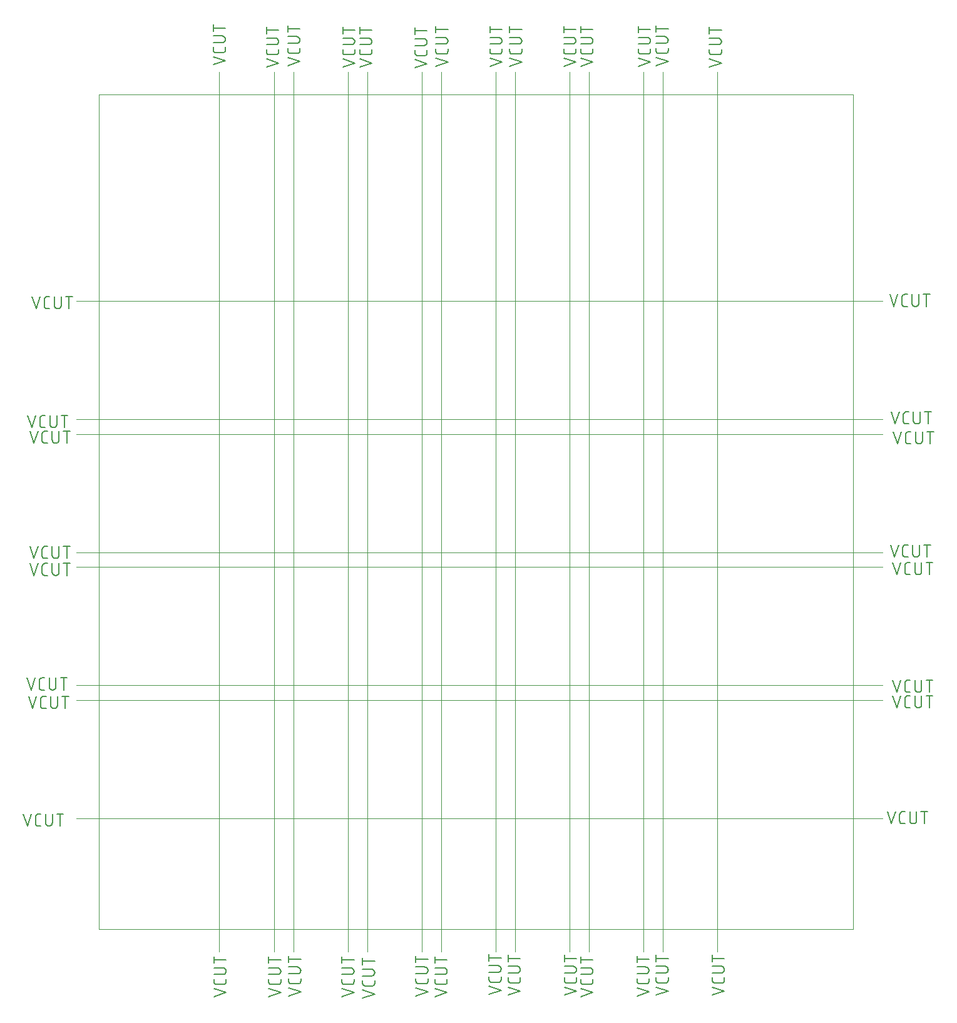
<source format=gko>
G75*
%MOIN*%
%OFA0B0*%
%FSLAX25Y25*%
%IPPOS*%
%LPD*%
%AMOC8*
5,1,8,0,0,1.08239X$1,22.5*
%
%ADD10C,0.00000*%
%ADD11C,0.00600*%
D10*
X0054543Y0058874D02*
X0054543Y0503756D01*
X0456118Y0503756D01*
X0456118Y0058874D01*
X0054543Y0058874D01*
X0042732Y0117929D02*
X0471866Y0117929D01*
X0471866Y0180921D02*
X0042732Y0180921D01*
X0042732Y0188795D02*
X0471866Y0188795D01*
X0471866Y0251787D02*
X0042732Y0251787D01*
X0042732Y0259661D02*
X0471866Y0259661D01*
X0471866Y0322654D02*
X0042732Y0322654D01*
X0042732Y0330528D02*
X0471866Y0330528D01*
X0471866Y0393520D02*
X0042732Y0393520D01*
X0118717Y0389583D02*
X0118717Y0334465D01*
X0122654Y0330528D02*
X0143913Y0330528D01*
X0147850Y0334465D02*
X0147850Y0389583D01*
X0143913Y0393520D02*
X0122654Y0393520D01*
X0158087Y0389583D02*
X0158087Y0334465D01*
X0162024Y0330528D02*
X0183283Y0330528D01*
X0187220Y0334465D02*
X0187220Y0389583D01*
X0183283Y0393520D02*
X0162024Y0393520D01*
X0197457Y0389583D02*
X0197457Y0334465D01*
X0201394Y0330528D02*
X0222654Y0330528D01*
X0226591Y0334465D02*
X0226591Y0389583D01*
X0222654Y0393520D02*
X0201394Y0393520D01*
X0236827Y0389583D02*
X0236827Y0334465D01*
X0240764Y0330528D02*
X0262024Y0330528D01*
X0265961Y0334465D02*
X0265961Y0389583D01*
X0262024Y0393520D02*
X0240764Y0393520D01*
X0276197Y0389583D02*
X0276197Y0334465D01*
X0280134Y0330528D02*
X0301394Y0330528D01*
X0305331Y0334465D02*
X0305331Y0389583D01*
X0301394Y0393520D02*
X0280134Y0393520D01*
X0315567Y0389583D02*
X0315567Y0334465D01*
X0319504Y0330528D02*
X0340764Y0330528D01*
X0344701Y0334465D02*
X0344701Y0389583D01*
X0340764Y0393520D02*
X0319504Y0393520D01*
X0354937Y0389583D02*
X0354937Y0334465D01*
X0358874Y0330528D02*
X0380134Y0330528D01*
X0384071Y0334465D02*
X0384071Y0389583D01*
X0380134Y0393520D02*
X0358874Y0393520D01*
X0358874Y0322654D02*
X0380134Y0322654D01*
X0384071Y0318717D02*
X0384071Y0263598D01*
X0380134Y0259661D02*
X0358874Y0259661D01*
X0354937Y0263598D02*
X0354937Y0318717D01*
X0344701Y0318717D02*
X0344701Y0263598D01*
X0340764Y0259661D02*
X0319504Y0259661D01*
X0315567Y0263598D02*
X0315567Y0318717D01*
X0319504Y0322654D02*
X0340764Y0322654D01*
X0305331Y0318717D02*
X0305331Y0263598D01*
X0301394Y0259661D02*
X0280134Y0259661D01*
X0276197Y0263598D02*
X0276197Y0318717D01*
X0280134Y0322654D02*
X0301394Y0322654D01*
X0265961Y0318717D02*
X0265961Y0263598D01*
X0262024Y0259661D02*
X0240764Y0259661D01*
X0236827Y0263598D02*
X0236827Y0318717D01*
X0240764Y0322654D02*
X0262024Y0322654D01*
X0226591Y0318717D02*
X0226591Y0263598D01*
X0222654Y0259661D02*
X0201394Y0259661D01*
X0197457Y0263598D02*
X0197457Y0318717D01*
X0201394Y0322654D02*
X0222654Y0322654D01*
X0187220Y0318717D02*
X0187220Y0263598D01*
X0183283Y0259661D02*
X0162024Y0259661D01*
X0158087Y0263598D02*
X0158087Y0318717D01*
X0162024Y0322654D02*
X0183283Y0322654D01*
X0147850Y0318717D02*
X0147850Y0263598D01*
X0143913Y0259661D02*
X0122654Y0259661D01*
X0118717Y0263598D02*
X0118717Y0318717D01*
X0122654Y0322654D02*
X0143913Y0322654D01*
X0162024Y0251787D02*
X0183283Y0251787D01*
X0197457Y0247850D02*
X0197457Y0192732D01*
X0201394Y0188795D02*
X0222654Y0188795D01*
X0226591Y0192732D02*
X0226591Y0247850D01*
X0222654Y0251787D02*
X0201394Y0251787D01*
X0236827Y0247850D02*
X0236827Y0192732D01*
X0240764Y0188795D02*
X0262024Y0188795D01*
X0265961Y0192732D02*
X0265961Y0247850D01*
X0262024Y0251787D02*
X0240764Y0251787D01*
X0276197Y0247850D02*
X0276197Y0192732D01*
X0280134Y0188795D02*
X0301394Y0188795D01*
X0305331Y0192732D02*
X0305331Y0247850D01*
X0301394Y0251787D02*
X0280134Y0251787D01*
X0315567Y0247850D02*
X0315567Y0192732D01*
X0319504Y0188795D02*
X0340764Y0188795D01*
X0344701Y0192732D02*
X0344701Y0247850D01*
X0340764Y0251787D02*
X0319504Y0251787D01*
X0358874Y0251787D02*
X0380134Y0251787D01*
X0384071Y0247850D02*
X0384071Y0192732D01*
X0380134Y0188795D02*
X0358874Y0188795D01*
X0358874Y0180921D02*
X0380134Y0180921D01*
X0340764Y0180921D02*
X0319504Y0180921D01*
X0301394Y0180921D02*
X0280134Y0180921D01*
X0262024Y0180921D02*
X0240764Y0180921D01*
X0222654Y0180921D02*
X0201394Y0180921D01*
X0183283Y0180921D02*
X0162024Y0180921D01*
X0162024Y0188795D02*
X0183283Y0188795D01*
X0158087Y0192732D02*
X0158087Y0247850D01*
X0147850Y0247850D02*
X0147850Y0192732D01*
X0143913Y0188795D02*
X0122654Y0188795D01*
X0118717Y0192732D02*
X0118717Y0247850D01*
X0122654Y0180921D02*
X0143913Y0180921D01*
X0143913Y0117929D02*
X0122654Y0117929D01*
X0162024Y0117929D02*
X0183283Y0117929D01*
X0201394Y0117929D02*
X0222654Y0117929D01*
X0240764Y0117929D02*
X0262024Y0117929D01*
X0280134Y0117929D02*
X0301394Y0117929D01*
X0319504Y0117929D02*
X0340764Y0117929D01*
X0358874Y0117929D02*
X0380134Y0117929D01*
X0384071Y0047063D02*
X0384071Y0515567D01*
X0354937Y0515567D02*
X0354937Y0047063D01*
X0344701Y0047063D02*
X0344701Y0515567D01*
X0315567Y0515567D02*
X0315567Y0047063D01*
X0305331Y0047063D02*
X0305331Y0515567D01*
X0276197Y0515567D02*
X0276197Y0047063D01*
X0265961Y0047063D02*
X0265961Y0515567D01*
X0236827Y0515567D02*
X0236827Y0047063D01*
X0226591Y0047063D02*
X0226591Y0515567D01*
X0197457Y0515567D02*
X0197457Y0047063D01*
X0187220Y0047063D02*
X0187220Y0515567D01*
X0158087Y0515567D02*
X0158087Y0047063D01*
X0147850Y0047063D02*
X0147850Y0515567D01*
X0118717Y0515567D02*
X0118717Y0047063D01*
D11*
X0115910Y0044351D02*
X0115910Y0040795D01*
X0115910Y0042573D02*
X0122310Y0042573D01*
X0120532Y0038402D02*
X0115910Y0038402D01*
X0115910Y0034846D02*
X0120532Y0034846D01*
X0120615Y0034848D01*
X0120698Y0034854D01*
X0120781Y0034864D01*
X0120864Y0034877D01*
X0120945Y0034895D01*
X0121026Y0034916D01*
X0121105Y0034941D01*
X0121183Y0034970D01*
X0121260Y0035002D01*
X0121335Y0035038D01*
X0121409Y0035077D01*
X0121480Y0035120D01*
X0121550Y0035166D01*
X0121617Y0035216D01*
X0121682Y0035268D01*
X0121744Y0035323D01*
X0121804Y0035382D01*
X0121861Y0035443D01*
X0121915Y0035506D01*
X0121966Y0035572D01*
X0122013Y0035641D01*
X0122058Y0035711D01*
X0122099Y0035784D01*
X0122136Y0035858D01*
X0122171Y0035934D01*
X0122201Y0036012D01*
X0122228Y0036090D01*
X0122251Y0036171D01*
X0122271Y0036252D01*
X0122286Y0036334D01*
X0122298Y0036416D01*
X0122306Y0036499D01*
X0122310Y0036582D01*
X0122310Y0036666D01*
X0122306Y0036749D01*
X0122298Y0036832D01*
X0122286Y0036914D01*
X0122271Y0036996D01*
X0122251Y0037077D01*
X0122228Y0037158D01*
X0122201Y0037236D01*
X0122171Y0037314D01*
X0122136Y0037390D01*
X0122099Y0037464D01*
X0122058Y0037537D01*
X0122013Y0037607D01*
X0121966Y0037676D01*
X0121915Y0037742D01*
X0121861Y0037805D01*
X0121804Y0037866D01*
X0121744Y0037925D01*
X0121682Y0037980D01*
X0121617Y0038032D01*
X0121550Y0038082D01*
X0121480Y0038128D01*
X0121409Y0038171D01*
X0121335Y0038210D01*
X0121260Y0038246D01*
X0121183Y0038278D01*
X0121105Y0038307D01*
X0121026Y0038332D01*
X0120945Y0038353D01*
X0120864Y0038371D01*
X0120781Y0038384D01*
X0120698Y0038394D01*
X0120615Y0038400D01*
X0120532Y0038402D01*
X0122310Y0032342D02*
X0122310Y0030920D01*
X0122308Y0030846D01*
X0122302Y0030771D01*
X0122292Y0030698D01*
X0122279Y0030624D01*
X0122262Y0030552D01*
X0122240Y0030481D01*
X0122216Y0030410D01*
X0122187Y0030342D01*
X0122155Y0030274D01*
X0122119Y0030209D01*
X0122081Y0030146D01*
X0122038Y0030084D01*
X0121993Y0030025D01*
X0121945Y0029968D01*
X0121894Y0029914D01*
X0121840Y0029863D01*
X0121783Y0029815D01*
X0121724Y0029770D01*
X0121662Y0029727D01*
X0121599Y0029689D01*
X0121534Y0029653D01*
X0121466Y0029621D01*
X0121398Y0029592D01*
X0121327Y0029568D01*
X0121256Y0029546D01*
X0121184Y0029529D01*
X0121110Y0029516D01*
X0121037Y0029506D01*
X0120962Y0029500D01*
X0120888Y0029498D01*
X0120888Y0029497D02*
X0117332Y0029497D01*
X0117332Y0029498D02*
X0117258Y0029500D01*
X0117183Y0029506D01*
X0117110Y0029516D01*
X0117036Y0029529D01*
X0116964Y0029546D01*
X0116893Y0029568D01*
X0116822Y0029592D01*
X0116754Y0029621D01*
X0116686Y0029653D01*
X0116621Y0029689D01*
X0116558Y0029727D01*
X0116496Y0029770D01*
X0116437Y0029815D01*
X0116381Y0029863D01*
X0116327Y0029914D01*
X0116275Y0029968D01*
X0116227Y0030025D01*
X0116182Y0030084D01*
X0116139Y0030146D01*
X0116101Y0030209D01*
X0116065Y0030274D01*
X0116033Y0030342D01*
X0116004Y0030410D01*
X0115980Y0030481D01*
X0115958Y0030552D01*
X0115941Y0030624D01*
X0115928Y0030698D01*
X0115918Y0030771D01*
X0115912Y0030846D01*
X0115910Y0030920D01*
X0115910Y0032342D01*
X0115910Y0027270D02*
X0122310Y0025137D01*
X0115910Y0023003D01*
X0145044Y0023003D02*
X0151444Y0025137D01*
X0145044Y0027270D01*
X0146466Y0029497D02*
X0150022Y0029497D01*
X0150022Y0029498D02*
X0150096Y0029500D01*
X0150171Y0029506D01*
X0150244Y0029516D01*
X0150318Y0029529D01*
X0150390Y0029546D01*
X0150461Y0029568D01*
X0150532Y0029592D01*
X0150600Y0029621D01*
X0150668Y0029653D01*
X0150733Y0029689D01*
X0150796Y0029727D01*
X0150858Y0029770D01*
X0150917Y0029815D01*
X0150974Y0029863D01*
X0151028Y0029914D01*
X0151079Y0029968D01*
X0151127Y0030025D01*
X0151172Y0030084D01*
X0151215Y0030146D01*
X0151253Y0030209D01*
X0151289Y0030274D01*
X0151321Y0030342D01*
X0151350Y0030410D01*
X0151374Y0030481D01*
X0151396Y0030552D01*
X0151413Y0030624D01*
X0151426Y0030698D01*
X0151436Y0030771D01*
X0151442Y0030846D01*
X0151444Y0030920D01*
X0151444Y0032342D01*
X0149666Y0034846D02*
X0145044Y0034846D01*
X0145044Y0032342D02*
X0145044Y0030920D01*
X0145046Y0030846D01*
X0145052Y0030771D01*
X0145062Y0030698D01*
X0145075Y0030624D01*
X0145092Y0030552D01*
X0145114Y0030481D01*
X0145138Y0030410D01*
X0145167Y0030342D01*
X0145199Y0030274D01*
X0145235Y0030209D01*
X0145273Y0030146D01*
X0145316Y0030084D01*
X0145361Y0030025D01*
X0145409Y0029968D01*
X0145461Y0029914D01*
X0145515Y0029863D01*
X0145571Y0029815D01*
X0145630Y0029770D01*
X0145692Y0029727D01*
X0145755Y0029689D01*
X0145820Y0029653D01*
X0145888Y0029621D01*
X0145956Y0029592D01*
X0146027Y0029568D01*
X0146098Y0029546D01*
X0146170Y0029529D01*
X0146244Y0029516D01*
X0146317Y0029506D01*
X0146392Y0029500D01*
X0146466Y0029498D01*
X0149666Y0034846D02*
X0149749Y0034848D01*
X0149832Y0034854D01*
X0149915Y0034864D01*
X0149998Y0034877D01*
X0150079Y0034895D01*
X0150160Y0034916D01*
X0150239Y0034941D01*
X0150317Y0034970D01*
X0150394Y0035002D01*
X0150469Y0035038D01*
X0150543Y0035077D01*
X0150614Y0035120D01*
X0150684Y0035166D01*
X0150751Y0035216D01*
X0150816Y0035268D01*
X0150878Y0035323D01*
X0150938Y0035382D01*
X0150995Y0035443D01*
X0151049Y0035506D01*
X0151100Y0035572D01*
X0151147Y0035641D01*
X0151192Y0035711D01*
X0151233Y0035784D01*
X0151270Y0035858D01*
X0151305Y0035934D01*
X0151335Y0036012D01*
X0151362Y0036090D01*
X0151385Y0036171D01*
X0151405Y0036252D01*
X0151420Y0036334D01*
X0151432Y0036416D01*
X0151440Y0036499D01*
X0151444Y0036582D01*
X0151444Y0036666D01*
X0151440Y0036749D01*
X0151432Y0036832D01*
X0151420Y0036914D01*
X0151405Y0036996D01*
X0151385Y0037077D01*
X0151362Y0037158D01*
X0151335Y0037236D01*
X0151305Y0037314D01*
X0151270Y0037390D01*
X0151233Y0037464D01*
X0151192Y0037537D01*
X0151147Y0037607D01*
X0151100Y0037676D01*
X0151049Y0037742D01*
X0150995Y0037805D01*
X0150938Y0037866D01*
X0150878Y0037925D01*
X0150816Y0037980D01*
X0150751Y0038032D01*
X0150684Y0038082D01*
X0150614Y0038128D01*
X0150543Y0038171D01*
X0150469Y0038210D01*
X0150394Y0038246D01*
X0150317Y0038278D01*
X0150239Y0038307D01*
X0150160Y0038332D01*
X0150079Y0038353D01*
X0149998Y0038371D01*
X0149915Y0038384D01*
X0149832Y0038394D01*
X0149749Y0038400D01*
X0149666Y0038402D01*
X0145044Y0038402D01*
X0145044Y0040795D02*
X0145044Y0044351D01*
X0145044Y0042573D02*
X0151444Y0042573D01*
X0155674Y0042967D02*
X0162074Y0042967D01*
X0160296Y0038796D02*
X0155674Y0038796D01*
X0155674Y0041189D02*
X0155674Y0044745D01*
X0160296Y0038796D02*
X0160379Y0038794D01*
X0160462Y0038788D01*
X0160545Y0038778D01*
X0160628Y0038765D01*
X0160709Y0038747D01*
X0160790Y0038726D01*
X0160869Y0038701D01*
X0160947Y0038672D01*
X0161024Y0038640D01*
X0161099Y0038604D01*
X0161173Y0038565D01*
X0161244Y0038522D01*
X0161314Y0038476D01*
X0161381Y0038426D01*
X0161446Y0038374D01*
X0161508Y0038319D01*
X0161568Y0038260D01*
X0161625Y0038199D01*
X0161679Y0038136D01*
X0161730Y0038070D01*
X0161777Y0038001D01*
X0161822Y0037931D01*
X0161863Y0037858D01*
X0161900Y0037784D01*
X0161935Y0037708D01*
X0161965Y0037630D01*
X0161992Y0037552D01*
X0162015Y0037471D01*
X0162035Y0037390D01*
X0162050Y0037308D01*
X0162062Y0037226D01*
X0162070Y0037143D01*
X0162074Y0037060D01*
X0162074Y0036976D01*
X0162070Y0036893D01*
X0162062Y0036810D01*
X0162050Y0036728D01*
X0162035Y0036646D01*
X0162015Y0036565D01*
X0161992Y0036484D01*
X0161965Y0036406D01*
X0161935Y0036328D01*
X0161900Y0036252D01*
X0161863Y0036178D01*
X0161822Y0036105D01*
X0161777Y0036035D01*
X0161730Y0035966D01*
X0161679Y0035900D01*
X0161625Y0035837D01*
X0161568Y0035776D01*
X0161508Y0035717D01*
X0161446Y0035662D01*
X0161381Y0035610D01*
X0161314Y0035560D01*
X0161244Y0035514D01*
X0161173Y0035471D01*
X0161099Y0035432D01*
X0161024Y0035396D01*
X0160947Y0035364D01*
X0160869Y0035335D01*
X0160790Y0035310D01*
X0160709Y0035289D01*
X0160628Y0035271D01*
X0160545Y0035258D01*
X0160462Y0035248D01*
X0160379Y0035242D01*
X0160296Y0035240D01*
X0155674Y0035240D01*
X0155674Y0032736D02*
X0155674Y0031313D01*
X0155676Y0031239D01*
X0155682Y0031164D01*
X0155692Y0031091D01*
X0155705Y0031017D01*
X0155722Y0030945D01*
X0155744Y0030874D01*
X0155768Y0030803D01*
X0155797Y0030735D01*
X0155829Y0030667D01*
X0155865Y0030602D01*
X0155903Y0030539D01*
X0155946Y0030477D01*
X0155991Y0030418D01*
X0156039Y0030361D01*
X0156091Y0030307D01*
X0156145Y0030256D01*
X0156201Y0030208D01*
X0156260Y0030163D01*
X0156322Y0030120D01*
X0156385Y0030082D01*
X0156450Y0030046D01*
X0156518Y0030014D01*
X0156586Y0029985D01*
X0156657Y0029961D01*
X0156728Y0029939D01*
X0156800Y0029922D01*
X0156874Y0029909D01*
X0156947Y0029899D01*
X0157022Y0029893D01*
X0157096Y0029891D01*
X0160652Y0029891D01*
X0160726Y0029893D01*
X0160801Y0029899D01*
X0160874Y0029909D01*
X0160948Y0029922D01*
X0161020Y0029939D01*
X0161091Y0029961D01*
X0161162Y0029985D01*
X0161230Y0030014D01*
X0161298Y0030046D01*
X0161363Y0030082D01*
X0161426Y0030120D01*
X0161488Y0030163D01*
X0161547Y0030208D01*
X0161604Y0030256D01*
X0161658Y0030307D01*
X0161709Y0030361D01*
X0161757Y0030418D01*
X0161802Y0030477D01*
X0161845Y0030539D01*
X0161883Y0030602D01*
X0161919Y0030667D01*
X0161951Y0030735D01*
X0161980Y0030803D01*
X0162004Y0030874D01*
X0162026Y0030945D01*
X0162043Y0031017D01*
X0162056Y0031091D01*
X0162066Y0031164D01*
X0162072Y0031239D01*
X0162074Y0031313D01*
X0162074Y0032736D01*
X0162074Y0025530D02*
X0155674Y0027664D01*
X0155674Y0023397D02*
X0162074Y0025530D01*
X0184020Y0027270D02*
X0190420Y0025137D01*
X0184020Y0023003D01*
X0185443Y0029497D02*
X0188998Y0029497D01*
X0188998Y0029498D02*
X0189072Y0029500D01*
X0189147Y0029506D01*
X0189220Y0029516D01*
X0189294Y0029529D01*
X0189366Y0029546D01*
X0189437Y0029568D01*
X0189508Y0029592D01*
X0189576Y0029621D01*
X0189644Y0029653D01*
X0189709Y0029689D01*
X0189772Y0029727D01*
X0189834Y0029770D01*
X0189893Y0029815D01*
X0189950Y0029863D01*
X0190004Y0029914D01*
X0190055Y0029968D01*
X0190103Y0030025D01*
X0190148Y0030084D01*
X0190191Y0030146D01*
X0190229Y0030209D01*
X0190265Y0030274D01*
X0190297Y0030342D01*
X0190326Y0030410D01*
X0190350Y0030481D01*
X0190372Y0030552D01*
X0190389Y0030624D01*
X0190402Y0030698D01*
X0190412Y0030771D01*
X0190418Y0030846D01*
X0190420Y0030920D01*
X0190420Y0032342D01*
X0188643Y0034846D02*
X0184020Y0034846D01*
X0184020Y0032342D02*
X0184020Y0030920D01*
X0184021Y0030920D02*
X0184023Y0030846D01*
X0184029Y0030771D01*
X0184039Y0030698D01*
X0184052Y0030624D01*
X0184069Y0030552D01*
X0184091Y0030481D01*
X0184115Y0030410D01*
X0184144Y0030342D01*
X0184176Y0030274D01*
X0184212Y0030209D01*
X0184250Y0030146D01*
X0184293Y0030084D01*
X0184338Y0030025D01*
X0184386Y0029968D01*
X0184438Y0029914D01*
X0184492Y0029863D01*
X0184548Y0029815D01*
X0184607Y0029770D01*
X0184669Y0029727D01*
X0184732Y0029689D01*
X0184797Y0029653D01*
X0184865Y0029621D01*
X0184933Y0029592D01*
X0185004Y0029568D01*
X0185075Y0029546D01*
X0185147Y0029529D01*
X0185221Y0029516D01*
X0185294Y0029506D01*
X0185369Y0029500D01*
X0185443Y0029498D01*
X0188643Y0034846D02*
X0188726Y0034848D01*
X0188809Y0034854D01*
X0188892Y0034864D01*
X0188975Y0034877D01*
X0189056Y0034895D01*
X0189137Y0034916D01*
X0189216Y0034941D01*
X0189294Y0034970D01*
X0189371Y0035002D01*
X0189446Y0035038D01*
X0189520Y0035077D01*
X0189591Y0035120D01*
X0189661Y0035166D01*
X0189728Y0035216D01*
X0189793Y0035268D01*
X0189855Y0035323D01*
X0189915Y0035382D01*
X0189972Y0035443D01*
X0190026Y0035506D01*
X0190077Y0035572D01*
X0190124Y0035641D01*
X0190169Y0035711D01*
X0190210Y0035784D01*
X0190247Y0035858D01*
X0190282Y0035934D01*
X0190312Y0036012D01*
X0190339Y0036090D01*
X0190362Y0036171D01*
X0190382Y0036252D01*
X0190397Y0036334D01*
X0190409Y0036416D01*
X0190417Y0036499D01*
X0190421Y0036582D01*
X0190421Y0036666D01*
X0190417Y0036749D01*
X0190409Y0036832D01*
X0190397Y0036914D01*
X0190382Y0036996D01*
X0190362Y0037077D01*
X0190339Y0037158D01*
X0190312Y0037236D01*
X0190282Y0037314D01*
X0190247Y0037390D01*
X0190210Y0037464D01*
X0190169Y0037537D01*
X0190124Y0037607D01*
X0190077Y0037676D01*
X0190026Y0037742D01*
X0189972Y0037805D01*
X0189915Y0037866D01*
X0189855Y0037925D01*
X0189793Y0037980D01*
X0189728Y0038032D01*
X0189661Y0038082D01*
X0189591Y0038128D01*
X0189520Y0038171D01*
X0189446Y0038210D01*
X0189371Y0038246D01*
X0189294Y0038278D01*
X0189216Y0038307D01*
X0189137Y0038332D01*
X0189056Y0038353D01*
X0188975Y0038371D01*
X0188892Y0038384D01*
X0188809Y0038394D01*
X0188726Y0038400D01*
X0188643Y0038402D01*
X0184020Y0038402D01*
X0184020Y0040795D02*
X0184020Y0044351D01*
X0184020Y0042573D02*
X0190420Y0042573D01*
X0195044Y0041786D02*
X0201444Y0041786D01*
X0199666Y0037615D02*
X0195044Y0037615D01*
X0195044Y0040008D02*
X0195044Y0043564D01*
X0199666Y0037615D02*
X0199749Y0037613D01*
X0199832Y0037607D01*
X0199915Y0037597D01*
X0199998Y0037584D01*
X0200079Y0037566D01*
X0200160Y0037545D01*
X0200239Y0037520D01*
X0200317Y0037491D01*
X0200394Y0037459D01*
X0200469Y0037423D01*
X0200543Y0037384D01*
X0200614Y0037341D01*
X0200684Y0037295D01*
X0200751Y0037245D01*
X0200816Y0037193D01*
X0200878Y0037138D01*
X0200938Y0037079D01*
X0200995Y0037018D01*
X0201049Y0036955D01*
X0201100Y0036889D01*
X0201147Y0036820D01*
X0201192Y0036750D01*
X0201233Y0036677D01*
X0201270Y0036603D01*
X0201305Y0036527D01*
X0201335Y0036449D01*
X0201362Y0036371D01*
X0201385Y0036290D01*
X0201405Y0036209D01*
X0201420Y0036127D01*
X0201432Y0036045D01*
X0201440Y0035962D01*
X0201444Y0035879D01*
X0201444Y0035795D01*
X0201440Y0035712D01*
X0201432Y0035629D01*
X0201420Y0035547D01*
X0201405Y0035465D01*
X0201385Y0035384D01*
X0201362Y0035303D01*
X0201335Y0035225D01*
X0201305Y0035147D01*
X0201270Y0035071D01*
X0201233Y0034997D01*
X0201192Y0034924D01*
X0201147Y0034854D01*
X0201100Y0034785D01*
X0201049Y0034719D01*
X0200995Y0034656D01*
X0200938Y0034595D01*
X0200878Y0034536D01*
X0200816Y0034481D01*
X0200751Y0034429D01*
X0200684Y0034379D01*
X0200614Y0034333D01*
X0200543Y0034290D01*
X0200469Y0034251D01*
X0200394Y0034215D01*
X0200317Y0034183D01*
X0200239Y0034154D01*
X0200160Y0034129D01*
X0200079Y0034108D01*
X0199998Y0034090D01*
X0199915Y0034077D01*
X0199832Y0034067D01*
X0199749Y0034061D01*
X0199666Y0034059D01*
X0195044Y0034059D01*
X0195044Y0031554D02*
X0195044Y0030132D01*
X0195046Y0030058D01*
X0195052Y0029983D01*
X0195062Y0029910D01*
X0195075Y0029836D01*
X0195092Y0029764D01*
X0195114Y0029693D01*
X0195138Y0029622D01*
X0195167Y0029554D01*
X0195199Y0029486D01*
X0195235Y0029421D01*
X0195273Y0029358D01*
X0195316Y0029296D01*
X0195361Y0029237D01*
X0195409Y0029180D01*
X0195461Y0029126D01*
X0195515Y0029075D01*
X0195571Y0029027D01*
X0195630Y0028982D01*
X0195692Y0028939D01*
X0195755Y0028901D01*
X0195820Y0028865D01*
X0195888Y0028833D01*
X0195956Y0028804D01*
X0196027Y0028780D01*
X0196098Y0028758D01*
X0196170Y0028741D01*
X0196244Y0028728D01*
X0196317Y0028718D01*
X0196392Y0028712D01*
X0196466Y0028710D01*
X0200022Y0028710D01*
X0200096Y0028712D01*
X0200171Y0028718D01*
X0200244Y0028728D01*
X0200318Y0028741D01*
X0200390Y0028758D01*
X0200461Y0028780D01*
X0200532Y0028804D01*
X0200600Y0028833D01*
X0200668Y0028865D01*
X0200733Y0028901D01*
X0200796Y0028939D01*
X0200858Y0028982D01*
X0200917Y0029027D01*
X0200974Y0029075D01*
X0201028Y0029126D01*
X0201079Y0029180D01*
X0201127Y0029237D01*
X0201172Y0029296D01*
X0201215Y0029358D01*
X0201253Y0029421D01*
X0201289Y0029486D01*
X0201321Y0029554D01*
X0201350Y0029622D01*
X0201374Y0029693D01*
X0201396Y0029764D01*
X0201413Y0029836D01*
X0201426Y0029910D01*
X0201436Y0029983D01*
X0201442Y0030058D01*
X0201444Y0030132D01*
X0201444Y0031554D01*
X0201444Y0024349D02*
X0195044Y0026483D01*
X0195044Y0022216D02*
X0201444Y0024349D01*
X0223391Y0023397D02*
X0229791Y0025530D01*
X0223391Y0027664D01*
X0224813Y0029891D02*
X0228368Y0029891D01*
X0228442Y0029893D01*
X0228517Y0029899D01*
X0228590Y0029909D01*
X0228664Y0029922D01*
X0228736Y0029939D01*
X0228807Y0029961D01*
X0228878Y0029985D01*
X0228946Y0030014D01*
X0229014Y0030046D01*
X0229079Y0030082D01*
X0229142Y0030120D01*
X0229204Y0030163D01*
X0229263Y0030208D01*
X0229320Y0030256D01*
X0229374Y0030307D01*
X0229425Y0030361D01*
X0229473Y0030418D01*
X0229518Y0030477D01*
X0229561Y0030539D01*
X0229599Y0030602D01*
X0229635Y0030667D01*
X0229667Y0030735D01*
X0229696Y0030803D01*
X0229720Y0030874D01*
X0229742Y0030945D01*
X0229759Y0031017D01*
X0229772Y0031091D01*
X0229782Y0031164D01*
X0229788Y0031239D01*
X0229790Y0031313D01*
X0229791Y0031313D02*
X0229791Y0032736D01*
X0228013Y0035240D02*
X0223391Y0035240D01*
X0223391Y0032736D02*
X0223391Y0031313D01*
X0223393Y0031239D01*
X0223399Y0031164D01*
X0223409Y0031091D01*
X0223422Y0031017D01*
X0223439Y0030945D01*
X0223461Y0030874D01*
X0223485Y0030803D01*
X0223514Y0030735D01*
X0223546Y0030667D01*
X0223582Y0030602D01*
X0223620Y0030539D01*
X0223663Y0030477D01*
X0223708Y0030418D01*
X0223756Y0030361D01*
X0223808Y0030307D01*
X0223862Y0030256D01*
X0223918Y0030208D01*
X0223977Y0030163D01*
X0224039Y0030120D01*
X0224102Y0030082D01*
X0224167Y0030046D01*
X0224235Y0030014D01*
X0224303Y0029985D01*
X0224374Y0029961D01*
X0224445Y0029939D01*
X0224517Y0029922D01*
X0224591Y0029909D01*
X0224664Y0029899D01*
X0224739Y0029893D01*
X0224813Y0029891D01*
X0228013Y0035240D02*
X0228096Y0035242D01*
X0228179Y0035248D01*
X0228262Y0035258D01*
X0228345Y0035271D01*
X0228426Y0035289D01*
X0228507Y0035310D01*
X0228586Y0035335D01*
X0228664Y0035364D01*
X0228741Y0035396D01*
X0228816Y0035432D01*
X0228890Y0035471D01*
X0228961Y0035514D01*
X0229031Y0035560D01*
X0229098Y0035610D01*
X0229163Y0035662D01*
X0229225Y0035717D01*
X0229285Y0035776D01*
X0229342Y0035837D01*
X0229396Y0035900D01*
X0229447Y0035966D01*
X0229494Y0036035D01*
X0229539Y0036105D01*
X0229580Y0036178D01*
X0229617Y0036252D01*
X0229652Y0036328D01*
X0229682Y0036406D01*
X0229709Y0036484D01*
X0229732Y0036565D01*
X0229752Y0036646D01*
X0229767Y0036728D01*
X0229779Y0036810D01*
X0229787Y0036893D01*
X0229791Y0036976D01*
X0229791Y0037060D01*
X0229787Y0037143D01*
X0229779Y0037226D01*
X0229767Y0037308D01*
X0229752Y0037390D01*
X0229732Y0037471D01*
X0229709Y0037552D01*
X0229682Y0037630D01*
X0229652Y0037708D01*
X0229617Y0037784D01*
X0229580Y0037858D01*
X0229539Y0037931D01*
X0229494Y0038001D01*
X0229447Y0038070D01*
X0229396Y0038136D01*
X0229342Y0038199D01*
X0229285Y0038260D01*
X0229225Y0038319D01*
X0229163Y0038374D01*
X0229098Y0038426D01*
X0229031Y0038476D01*
X0228961Y0038522D01*
X0228890Y0038565D01*
X0228816Y0038604D01*
X0228741Y0038640D01*
X0228664Y0038672D01*
X0228586Y0038701D01*
X0228507Y0038726D01*
X0228426Y0038747D01*
X0228345Y0038765D01*
X0228262Y0038778D01*
X0228179Y0038788D01*
X0228096Y0038794D01*
X0228013Y0038796D01*
X0223391Y0038796D01*
X0223391Y0041189D02*
X0223391Y0044745D01*
X0223391Y0042967D02*
X0229791Y0042967D01*
X0233627Y0042573D02*
X0240027Y0042573D01*
X0238249Y0038402D02*
X0233627Y0038402D01*
X0233627Y0040795D02*
X0233627Y0044351D01*
X0238249Y0038402D02*
X0238332Y0038400D01*
X0238415Y0038394D01*
X0238498Y0038384D01*
X0238581Y0038371D01*
X0238662Y0038353D01*
X0238743Y0038332D01*
X0238822Y0038307D01*
X0238900Y0038278D01*
X0238977Y0038246D01*
X0239052Y0038210D01*
X0239126Y0038171D01*
X0239197Y0038128D01*
X0239267Y0038082D01*
X0239334Y0038032D01*
X0239399Y0037980D01*
X0239461Y0037925D01*
X0239521Y0037866D01*
X0239578Y0037805D01*
X0239632Y0037742D01*
X0239683Y0037676D01*
X0239730Y0037607D01*
X0239775Y0037537D01*
X0239816Y0037464D01*
X0239853Y0037390D01*
X0239888Y0037314D01*
X0239918Y0037236D01*
X0239945Y0037158D01*
X0239968Y0037077D01*
X0239988Y0036996D01*
X0240003Y0036914D01*
X0240015Y0036832D01*
X0240023Y0036749D01*
X0240027Y0036666D01*
X0240027Y0036582D01*
X0240023Y0036499D01*
X0240015Y0036416D01*
X0240003Y0036334D01*
X0239988Y0036252D01*
X0239968Y0036171D01*
X0239945Y0036090D01*
X0239918Y0036012D01*
X0239888Y0035934D01*
X0239853Y0035858D01*
X0239816Y0035784D01*
X0239775Y0035711D01*
X0239730Y0035641D01*
X0239683Y0035572D01*
X0239632Y0035506D01*
X0239578Y0035443D01*
X0239521Y0035382D01*
X0239461Y0035323D01*
X0239399Y0035268D01*
X0239334Y0035216D01*
X0239267Y0035166D01*
X0239197Y0035120D01*
X0239126Y0035077D01*
X0239052Y0035038D01*
X0238977Y0035002D01*
X0238900Y0034970D01*
X0238822Y0034941D01*
X0238743Y0034916D01*
X0238662Y0034895D01*
X0238581Y0034877D01*
X0238498Y0034864D01*
X0238415Y0034854D01*
X0238332Y0034848D01*
X0238249Y0034846D01*
X0233627Y0034846D01*
X0233627Y0032342D02*
X0233627Y0030920D01*
X0233629Y0030846D01*
X0233635Y0030771D01*
X0233645Y0030698D01*
X0233658Y0030624D01*
X0233675Y0030552D01*
X0233697Y0030481D01*
X0233721Y0030410D01*
X0233750Y0030342D01*
X0233782Y0030274D01*
X0233818Y0030209D01*
X0233856Y0030146D01*
X0233899Y0030084D01*
X0233944Y0030025D01*
X0233992Y0029968D01*
X0234044Y0029914D01*
X0234098Y0029863D01*
X0234154Y0029815D01*
X0234213Y0029770D01*
X0234275Y0029727D01*
X0234338Y0029689D01*
X0234403Y0029653D01*
X0234471Y0029621D01*
X0234539Y0029592D01*
X0234610Y0029568D01*
X0234681Y0029546D01*
X0234753Y0029529D01*
X0234827Y0029516D01*
X0234900Y0029506D01*
X0234975Y0029500D01*
X0235049Y0029498D01*
X0235049Y0029497D02*
X0238605Y0029497D01*
X0238605Y0029498D02*
X0238679Y0029500D01*
X0238754Y0029506D01*
X0238827Y0029516D01*
X0238901Y0029529D01*
X0238973Y0029546D01*
X0239044Y0029568D01*
X0239115Y0029592D01*
X0239183Y0029621D01*
X0239251Y0029653D01*
X0239316Y0029689D01*
X0239379Y0029727D01*
X0239441Y0029770D01*
X0239500Y0029815D01*
X0239557Y0029863D01*
X0239611Y0029914D01*
X0239662Y0029968D01*
X0239710Y0030025D01*
X0239755Y0030084D01*
X0239798Y0030146D01*
X0239836Y0030209D01*
X0239872Y0030274D01*
X0239904Y0030342D01*
X0239933Y0030410D01*
X0239957Y0030481D01*
X0239979Y0030552D01*
X0239996Y0030624D01*
X0240009Y0030698D01*
X0240019Y0030771D01*
X0240025Y0030846D01*
X0240027Y0030920D01*
X0240027Y0032342D01*
X0240027Y0025137D02*
X0233627Y0027270D01*
X0233627Y0023003D02*
X0240027Y0025137D01*
X0262367Y0024185D02*
X0268767Y0026318D01*
X0262367Y0028451D01*
X0263789Y0030679D02*
X0267345Y0030679D01*
X0267419Y0030681D01*
X0267494Y0030687D01*
X0267567Y0030697D01*
X0267641Y0030710D01*
X0267713Y0030727D01*
X0267784Y0030749D01*
X0267855Y0030773D01*
X0267923Y0030802D01*
X0267991Y0030834D01*
X0268056Y0030870D01*
X0268119Y0030908D01*
X0268181Y0030951D01*
X0268240Y0030996D01*
X0268297Y0031044D01*
X0268351Y0031095D01*
X0268402Y0031149D01*
X0268450Y0031206D01*
X0268495Y0031265D01*
X0268538Y0031327D01*
X0268576Y0031390D01*
X0268612Y0031455D01*
X0268644Y0031523D01*
X0268673Y0031591D01*
X0268697Y0031662D01*
X0268719Y0031733D01*
X0268736Y0031805D01*
X0268749Y0031879D01*
X0268759Y0031952D01*
X0268765Y0032027D01*
X0268767Y0032101D01*
X0268767Y0033523D01*
X0266989Y0036028D02*
X0262367Y0036028D01*
X0262367Y0033523D02*
X0262367Y0032101D01*
X0262369Y0032027D01*
X0262375Y0031952D01*
X0262385Y0031879D01*
X0262398Y0031805D01*
X0262415Y0031733D01*
X0262437Y0031662D01*
X0262461Y0031591D01*
X0262490Y0031523D01*
X0262522Y0031455D01*
X0262558Y0031390D01*
X0262596Y0031327D01*
X0262639Y0031265D01*
X0262684Y0031206D01*
X0262732Y0031149D01*
X0262784Y0031095D01*
X0262838Y0031044D01*
X0262894Y0030996D01*
X0262953Y0030951D01*
X0263015Y0030908D01*
X0263078Y0030870D01*
X0263143Y0030834D01*
X0263211Y0030802D01*
X0263279Y0030773D01*
X0263350Y0030749D01*
X0263421Y0030727D01*
X0263493Y0030710D01*
X0263567Y0030697D01*
X0263640Y0030687D01*
X0263715Y0030681D01*
X0263789Y0030679D01*
X0266989Y0036027D02*
X0267072Y0036029D01*
X0267155Y0036035D01*
X0267238Y0036045D01*
X0267321Y0036058D01*
X0267402Y0036076D01*
X0267483Y0036097D01*
X0267562Y0036122D01*
X0267640Y0036151D01*
X0267717Y0036183D01*
X0267792Y0036219D01*
X0267866Y0036258D01*
X0267937Y0036301D01*
X0268007Y0036347D01*
X0268074Y0036397D01*
X0268139Y0036449D01*
X0268201Y0036504D01*
X0268261Y0036563D01*
X0268318Y0036624D01*
X0268372Y0036687D01*
X0268423Y0036753D01*
X0268470Y0036822D01*
X0268515Y0036892D01*
X0268556Y0036965D01*
X0268593Y0037039D01*
X0268628Y0037115D01*
X0268658Y0037193D01*
X0268685Y0037271D01*
X0268708Y0037352D01*
X0268728Y0037433D01*
X0268743Y0037515D01*
X0268755Y0037597D01*
X0268763Y0037680D01*
X0268767Y0037763D01*
X0268767Y0037847D01*
X0268763Y0037930D01*
X0268755Y0038013D01*
X0268743Y0038095D01*
X0268728Y0038177D01*
X0268708Y0038258D01*
X0268685Y0038339D01*
X0268658Y0038417D01*
X0268628Y0038495D01*
X0268593Y0038571D01*
X0268556Y0038645D01*
X0268515Y0038718D01*
X0268470Y0038788D01*
X0268423Y0038857D01*
X0268372Y0038923D01*
X0268318Y0038986D01*
X0268261Y0039047D01*
X0268201Y0039106D01*
X0268139Y0039161D01*
X0268074Y0039213D01*
X0268007Y0039263D01*
X0267937Y0039309D01*
X0267866Y0039352D01*
X0267792Y0039391D01*
X0267717Y0039427D01*
X0267640Y0039459D01*
X0267562Y0039488D01*
X0267483Y0039513D01*
X0267402Y0039534D01*
X0267321Y0039552D01*
X0267238Y0039565D01*
X0267155Y0039575D01*
X0267072Y0039581D01*
X0266989Y0039583D01*
X0262367Y0039583D01*
X0262367Y0041976D02*
X0262367Y0045532D01*
X0262367Y0043754D02*
X0268767Y0043754D01*
X0272603Y0043361D02*
X0279003Y0043361D01*
X0277225Y0039189D02*
X0272603Y0039189D01*
X0272603Y0041583D02*
X0272603Y0045138D01*
X0277225Y0039190D02*
X0277308Y0039188D01*
X0277391Y0039182D01*
X0277474Y0039172D01*
X0277557Y0039159D01*
X0277638Y0039141D01*
X0277719Y0039120D01*
X0277798Y0039095D01*
X0277876Y0039066D01*
X0277953Y0039034D01*
X0278028Y0038998D01*
X0278102Y0038959D01*
X0278173Y0038916D01*
X0278243Y0038870D01*
X0278310Y0038820D01*
X0278375Y0038768D01*
X0278437Y0038713D01*
X0278497Y0038654D01*
X0278554Y0038593D01*
X0278608Y0038530D01*
X0278659Y0038464D01*
X0278706Y0038395D01*
X0278751Y0038325D01*
X0278792Y0038252D01*
X0278829Y0038178D01*
X0278864Y0038102D01*
X0278894Y0038024D01*
X0278921Y0037946D01*
X0278944Y0037865D01*
X0278964Y0037784D01*
X0278979Y0037702D01*
X0278991Y0037620D01*
X0278999Y0037537D01*
X0279003Y0037454D01*
X0279003Y0037370D01*
X0278999Y0037287D01*
X0278991Y0037204D01*
X0278979Y0037122D01*
X0278964Y0037040D01*
X0278944Y0036959D01*
X0278921Y0036878D01*
X0278894Y0036800D01*
X0278864Y0036722D01*
X0278829Y0036646D01*
X0278792Y0036572D01*
X0278751Y0036499D01*
X0278706Y0036429D01*
X0278659Y0036360D01*
X0278608Y0036294D01*
X0278554Y0036231D01*
X0278497Y0036170D01*
X0278437Y0036111D01*
X0278375Y0036056D01*
X0278310Y0036004D01*
X0278243Y0035954D01*
X0278173Y0035908D01*
X0278102Y0035865D01*
X0278028Y0035826D01*
X0277953Y0035790D01*
X0277876Y0035758D01*
X0277798Y0035729D01*
X0277719Y0035704D01*
X0277638Y0035683D01*
X0277557Y0035665D01*
X0277474Y0035652D01*
X0277391Y0035642D01*
X0277308Y0035636D01*
X0277225Y0035634D01*
X0272603Y0035634D01*
X0272603Y0033129D02*
X0272603Y0031707D01*
X0272605Y0031633D01*
X0272611Y0031558D01*
X0272621Y0031485D01*
X0272634Y0031411D01*
X0272651Y0031339D01*
X0272673Y0031268D01*
X0272697Y0031197D01*
X0272726Y0031129D01*
X0272758Y0031061D01*
X0272794Y0030996D01*
X0272832Y0030933D01*
X0272875Y0030871D01*
X0272920Y0030812D01*
X0272968Y0030755D01*
X0273020Y0030701D01*
X0273074Y0030650D01*
X0273130Y0030602D01*
X0273189Y0030557D01*
X0273251Y0030514D01*
X0273314Y0030476D01*
X0273379Y0030440D01*
X0273447Y0030408D01*
X0273515Y0030379D01*
X0273586Y0030355D01*
X0273657Y0030333D01*
X0273729Y0030316D01*
X0273803Y0030303D01*
X0273876Y0030293D01*
X0273951Y0030287D01*
X0274025Y0030285D01*
X0277581Y0030285D01*
X0277655Y0030287D01*
X0277730Y0030293D01*
X0277803Y0030303D01*
X0277877Y0030316D01*
X0277949Y0030333D01*
X0278020Y0030355D01*
X0278091Y0030379D01*
X0278159Y0030408D01*
X0278227Y0030440D01*
X0278292Y0030476D01*
X0278355Y0030514D01*
X0278417Y0030557D01*
X0278476Y0030602D01*
X0278533Y0030650D01*
X0278587Y0030701D01*
X0278638Y0030755D01*
X0278686Y0030812D01*
X0278731Y0030871D01*
X0278774Y0030933D01*
X0278812Y0030996D01*
X0278848Y0031061D01*
X0278880Y0031129D01*
X0278909Y0031197D01*
X0278933Y0031268D01*
X0278955Y0031339D01*
X0278972Y0031411D01*
X0278985Y0031485D01*
X0278995Y0031558D01*
X0279001Y0031633D01*
X0279003Y0031707D01*
X0279003Y0033129D01*
X0279003Y0025924D02*
X0272603Y0028057D01*
X0272603Y0023791D02*
X0279003Y0025924D01*
X0302524Y0023791D02*
X0308924Y0025924D01*
X0302524Y0028057D01*
X0303947Y0030285D02*
X0307502Y0030285D01*
X0307576Y0030287D01*
X0307651Y0030293D01*
X0307724Y0030303D01*
X0307798Y0030316D01*
X0307870Y0030333D01*
X0307941Y0030355D01*
X0308012Y0030379D01*
X0308080Y0030408D01*
X0308148Y0030440D01*
X0308213Y0030476D01*
X0308276Y0030514D01*
X0308338Y0030557D01*
X0308397Y0030602D01*
X0308454Y0030650D01*
X0308508Y0030701D01*
X0308559Y0030755D01*
X0308607Y0030812D01*
X0308652Y0030871D01*
X0308695Y0030933D01*
X0308733Y0030996D01*
X0308769Y0031061D01*
X0308801Y0031129D01*
X0308830Y0031197D01*
X0308854Y0031268D01*
X0308876Y0031339D01*
X0308893Y0031411D01*
X0308906Y0031485D01*
X0308916Y0031558D01*
X0308922Y0031633D01*
X0308924Y0031707D01*
X0308924Y0033129D01*
X0311186Y0032342D02*
X0311186Y0030920D01*
X0311188Y0030846D01*
X0311194Y0030771D01*
X0311204Y0030698D01*
X0311217Y0030624D01*
X0311234Y0030552D01*
X0311256Y0030481D01*
X0311280Y0030410D01*
X0311309Y0030342D01*
X0311341Y0030274D01*
X0311377Y0030209D01*
X0311415Y0030146D01*
X0311458Y0030084D01*
X0311503Y0030025D01*
X0311551Y0029968D01*
X0311603Y0029914D01*
X0311657Y0029863D01*
X0311713Y0029815D01*
X0311772Y0029770D01*
X0311834Y0029727D01*
X0311897Y0029689D01*
X0311962Y0029653D01*
X0312030Y0029621D01*
X0312098Y0029592D01*
X0312169Y0029568D01*
X0312240Y0029546D01*
X0312312Y0029529D01*
X0312386Y0029516D01*
X0312459Y0029506D01*
X0312534Y0029500D01*
X0312608Y0029498D01*
X0312608Y0029497D02*
X0316164Y0029497D01*
X0316164Y0029498D02*
X0316238Y0029500D01*
X0316313Y0029506D01*
X0316386Y0029516D01*
X0316460Y0029529D01*
X0316532Y0029546D01*
X0316603Y0029568D01*
X0316674Y0029592D01*
X0316742Y0029621D01*
X0316810Y0029653D01*
X0316875Y0029689D01*
X0316938Y0029727D01*
X0317000Y0029770D01*
X0317059Y0029815D01*
X0317116Y0029863D01*
X0317170Y0029914D01*
X0317221Y0029968D01*
X0317269Y0030025D01*
X0317314Y0030084D01*
X0317357Y0030146D01*
X0317395Y0030209D01*
X0317431Y0030274D01*
X0317463Y0030342D01*
X0317492Y0030410D01*
X0317516Y0030481D01*
X0317538Y0030552D01*
X0317555Y0030624D01*
X0317568Y0030698D01*
X0317578Y0030771D01*
X0317584Y0030846D01*
X0317586Y0030920D01*
X0317586Y0032342D01*
X0315808Y0034846D02*
X0311186Y0034846D01*
X0311186Y0038402D02*
X0315808Y0038402D01*
X0315891Y0038400D01*
X0315974Y0038394D01*
X0316057Y0038384D01*
X0316140Y0038371D01*
X0316221Y0038353D01*
X0316302Y0038332D01*
X0316381Y0038307D01*
X0316459Y0038278D01*
X0316536Y0038246D01*
X0316611Y0038210D01*
X0316685Y0038171D01*
X0316756Y0038128D01*
X0316826Y0038082D01*
X0316893Y0038032D01*
X0316958Y0037980D01*
X0317020Y0037925D01*
X0317080Y0037866D01*
X0317137Y0037805D01*
X0317191Y0037742D01*
X0317242Y0037676D01*
X0317289Y0037607D01*
X0317334Y0037537D01*
X0317375Y0037464D01*
X0317412Y0037390D01*
X0317447Y0037314D01*
X0317477Y0037236D01*
X0317504Y0037158D01*
X0317527Y0037077D01*
X0317547Y0036996D01*
X0317562Y0036914D01*
X0317574Y0036832D01*
X0317582Y0036749D01*
X0317586Y0036666D01*
X0317586Y0036582D01*
X0317582Y0036499D01*
X0317574Y0036416D01*
X0317562Y0036334D01*
X0317547Y0036252D01*
X0317527Y0036171D01*
X0317504Y0036090D01*
X0317477Y0036012D01*
X0317447Y0035934D01*
X0317412Y0035858D01*
X0317375Y0035784D01*
X0317334Y0035711D01*
X0317289Y0035641D01*
X0317242Y0035572D01*
X0317191Y0035506D01*
X0317137Y0035443D01*
X0317080Y0035382D01*
X0317020Y0035323D01*
X0316958Y0035268D01*
X0316893Y0035216D01*
X0316826Y0035166D01*
X0316756Y0035120D01*
X0316685Y0035077D01*
X0316611Y0035038D01*
X0316536Y0035002D01*
X0316459Y0034970D01*
X0316381Y0034941D01*
X0316302Y0034916D01*
X0316221Y0034895D01*
X0316140Y0034877D01*
X0316057Y0034864D01*
X0315974Y0034854D01*
X0315891Y0034848D01*
X0315808Y0034846D01*
X0311186Y0040795D02*
X0311186Y0044351D01*
X0311186Y0042573D02*
X0317586Y0042573D01*
X0308924Y0043361D02*
X0302524Y0043361D01*
X0302524Y0045138D02*
X0302524Y0041583D01*
X0302524Y0039189D02*
X0307147Y0039189D01*
X0307147Y0039190D02*
X0307230Y0039188D01*
X0307313Y0039182D01*
X0307396Y0039172D01*
X0307479Y0039159D01*
X0307560Y0039141D01*
X0307641Y0039120D01*
X0307720Y0039095D01*
X0307798Y0039066D01*
X0307875Y0039034D01*
X0307950Y0038998D01*
X0308024Y0038959D01*
X0308095Y0038916D01*
X0308165Y0038870D01*
X0308232Y0038820D01*
X0308297Y0038768D01*
X0308359Y0038713D01*
X0308419Y0038654D01*
X0308476Y0038593D01*
X0308530Y0038530D01*
X0308581Y0038464D01*
X0308628Y0038395D01*
X0308673Y0038325D01*
X0308714Y0038252D01*
X0308751Y0038178D01*
X0308786Y0038102D01*
X0308816Y0038024D01*
X0308843Y0037946D01*
X0308866Y0037865D01*
X0308886Y0037784D01*
X0308901Y0037702D01*
X0308913Y0037620D01*
X0308921Y0037537D01*
X0308925Y0037454D01*
X0308925Y0037370D01*
X0308921Y0037287D01*
X0308913Y0037204D01*
X0308901Y0037122D01*
X0308886Y0037040D01*
X0308866Y0036959D01*
X0308843Y0036878D01*
X0308816Y0036800D01*
X0308786Y0036722D01*
X0308751Y0036646D01*
X0308714Y0036572D01*
X0308673Y0036499D01*
X0308628Y0036429D01*
X0308581Y0036360D01*
X0308530Y0036294D01*
X0308476Y0036231D01*
X0308419Y0036170D01*
X0308359Y0036111D01*
X0308297Y0036056D01*
X0308232Y0036004D01*
X0308165Y0035954D01*
X0308095Y0035908D01*
X0308024Y0035865D01*
X0307950Y0035826D01*
X0307875Y0035790D01*
X0307798Y0035758D01*
X0307720Y0035729D01*
X0307641Y0035704D01*
X0307560Y0035683D01*
X0307479Y0035665D01*
X0307396Y0035652D01*
X0307313Y0035642D01*
X0307230Y0035636D01*
X0307147Y0035634D01*
X0302524Y0035634D01*
X0302524Y0033129D02*
X0302524Y0031707D01*
X0302525Y0031707D02*
X0302527Y0031633D01*
X0302533Y0031558D01*
X0302543Y0031485D01*
X0302556Y0031411D01*
X0302573Y0031339D01*
X0302595Y0031268D01*
X0302619Y0031197D01*
X0302648Y0031129D01*
X0302680Y0031061D01*
X0302716Y0030996D01*
X0302754Y0030933D01*
X0302797Y0030871D01*
X0302842Y0030812D01*
X0302890Y0030755D01*
X0302942Y0030701D01*
X0302996Y0030650D01*
X0303052Y0030602D01*
X0303111Y0030557D01*
X0303173Y0030514D01*
X0303236Y0030476D01*
X0303301Y0030440D01*
X0303369Y0030408D01*
X0303437Y0030379D01*
X0303508Y0030355D01*
X0303579Y0030333D01*
X0303651Y0030316D01*
X0303725Y0030303D01*
X0303798Y0030293D01*
X0303873Y0030287D01*
X0303947Y0030285D01*
X0311186Y0027270D02*
X0317586Y0025137D01*
X0311186Y0023003D01*
X0341107Y0023397D02*
X0347507Y0025530D01*
X0341107Y0027664D01*
X0342529Y0029891D02*
X0346085Y0029891D01*
X0346159Y0029893D01*
X0346234Y0029899D01*
X0346307Y0029909D01*
X0346381Y0029922D01*
X0346453Y0029939D01*
X0346524Y0029961D01*
X0346595Y0029985D01*
X0346663Y0030014D01*
X0346731Y0030046D01*
X0346796Y0030082D01*
X0346859Y0030120D01*
X0346921Y0030163D01*
X0346980Y0030208D01*
X0347037Y0030256D01*
X0347091Y0030307D01*
X0347142Y0030361D01*
X0347190Y0030418D01*
X0347235Y0030477D01*
X0347278Y0030539D01*
X0347316Y0030602D01*
X0347352Y0030667D01*
X0347384Y0030735D01*
X0347413Y0030803D01*
X0347437Y0030874D01*
X0347459Y0030945D01*
X0347476Y0031017D01*
X0347489Y0031091D01*
X0347499Y0031164D01*
X0347505Y0031239D01*
X0347507Y0031313D01*
X0347507Y0032736D01*
X0345729Y0035240D02*
X0341107Y0035240D01*
X0341107Y0032736D02*
X0341107Y0031313D01*
X0341109Y0031239D01*
X0341115Y0031164D01*
X0341125Y0031091D01*
X0341138Y0031017D01*
X0341155Y0030945D01*
X0341177Y0030874D01*
X0341201Y0030803D01*
X0341230Y0030735D01*
X0341262Y0030667D01*
X0341298Y0030602D01*
X0341336Y0030539D01*
X0341379Y0030477D01*
X0341424Y0030418D01*
X0341472Y0030361D01*
X0341524Y0030307D01*
X0341578Y0030256D01*
X0341634Y0030208D01*
X0341693Y0030163D01*
X0341755Y0030120D01*
X0341818Y0030082D01*
X0341883Y0030046D01*
X0341951Y0030014D01*
X0342019Y0029985D01*
X0342090Y0029961D01*
X0342161Y0029939D01*
X0342233Y0029922D01*
X0342307Y0029909D01*
X0342380Y0029899D01*
X0342455Y0029893D01*
X0342529Y0029891D01*
X0345729Y0035240D02*
X0345812Y0035242D01*
X0345895Y0035248D01*
X0345978Y0035258D01*
X0346061Y0035271D01*
X0346142Y0035289D01*
X0346223Y0035310D01*
X0346302Y0035335D01*
X0346380Y0035364D01*
X0346457Y0035396D01*
X0346532Y0035432D01*
X0346606Y0035471D01*
X0346677Y0035514D01*
X0346747Y0035560D01*
X0346814Y0035610D01*
X0346879Y0035662D01*
X0346941Y0035717D01*
X0347001Y0035776D01*
X0347058Y0035837D01*
X0347112Y0035900D01*
X0347163Y0035966D01*
X0347210Y0036035D01*
X0347255Y0036105D01*
X0347296Y0036178D01*
X0347333Y0036252D01*
X0347368Y0036328D01*
X0347398Y0036406D01*
X0347425Y0036484D01*
X0347448Y0036565D01*
X0347468Y0036646D01*
X0347483Y0036728D01*
X0347495Y0036810D01*
X0347503Y0036893D01*
X0347507Y0036976D01*
X0347507Y0037060D01*
X0347503Y0037143D01*
X0347495Y0037226D01*
X0347483Y0037308D01*
X0347468Y0037390D01*
X0347448Y0037471D01*
X0347425Y0037552D01*
X0347398Y0037630D01*
X0347368Y0037708D01*
X0347333Y0037784D01*
X0347296Y0037858D01*
X0347255Y0037931D01*
X0347210Y0038001D01*
X0347163Y0038070D01*
X0347112Y0038136D01*
X0347058Y0038199D01*
X0347001Y0038260D01*
X0346941Y0038319D01*
X0346879Y0038374D01*
X0346814Y0038426D01*
X0346747Y0038476D01*
X0346677Y0038522D01*
X0346606Y0038565D01*
X0346532Y0038604D01*
X0346457Y0038640D01*
X0346380Y0038672D01*
X0346302Y0038701D01*
X0346223Y0038726D01*
X0346142Y0038747D01*
X0346061Y0038765D01*
X0345978Y0038778D01*
X0345895Y0038788D01*
X0345812Y0038794D01*
X0345729Y0038796D01*
X0341107Y0038796D01*
X0341107Y0041189D02*
X0341107Y0044745D01*
X0341107Y0042967D02*
X0347507Y0042967D01*
X0351343Y0043361D02*
X0357743Y0043361D01*
X0355966Y0039189D02*
X0351343Y0039189D01*
X0351343Y0041583D02*
X0351343Y0045138D01*
X0355966Y0039190D02*
X0356049Y0039188D01*
X0356132Y0039182D01*
X0356215Y0039172D01*
X0356298Y0039159D01*
X0356379Y0039141D01*
X0356460Y0039120D01*
X0356539Y0039095D01*
X0356617Y0039066D01*
X0356694Y0039034D01*
X0356769Y0038998D01*
X0356843Y0038959D01*
X0356914Y0038916D01*
X0356984Y0038870D01*
X0357051Y0038820D01*
X0357116Y0038768D01*
X0357178Y0038713D01*
X0357238Y0038654D01*
X0357295Y0038593D01*
X0357349Y0038530D01*
X0357400Y0038464D01*
X0357447Y0038395D01*
X0357492Y0038325D01*
X0357533Y0038252D01*
X0357570Y0038178D01*
X0357605Y0038102D01*
X0357635Y0038024D01*
X0357662Y0037946D01*
X0357685Y0037865D01*
X0357705Y0037784D01*
X0357720Y0037702D01*
X0357732Y0037620D01*
X0357740Y0037537D01*
X0357744Y0037454D01*
X0357744Y0037370D01*
X0357740Y0037287D01*
X0357732Y0037204D01*
X0357720Y0037122D01*
X0357705Y0037040D01*
X0357685Y0036959D01*
X0357662Y0036878D01*
X0357635Y0036800D01*
X0357605Y0036722D01*
X0357570Y0036646D01*
X0357533Y0036572D01*
X0357492Y0036499D01*
X0357447Y0036429D01*
X0357400Y0036360D01*
X0357349Y0036294D01*
X0357295Y0036231D01*
X0357238Y0036170D01*
X0357178Y0036111D01*
X0357116Y0036056D01*
X0357051Y0036004D01*
X0356984Y0035954D01*
X0356914Y0035908D01*
X0356843Y0035865D01*
X0356769Y0035826D01*
X0356694Y0035790D01*
X0356617Y0035758D01*
X0356539Y0035729D01*
X0356460Y0035704D01*
X0356379Y0035683D01*
X0356298Y0035665D01*
X0356215Y0035652D01*
X0356132Y0035642D01*
X0356049Y0035636D01*
X0355966Y0035634D01*
X0351343Y0035634D01*
X0351343Y0033129D02*
X0351343Y0031707D01*
X0351344Y0031707D02*
X0351346Y0031633D01*
X0351352Y0031558D01*
X0351362Y0031485D01*
X0351375Y0031411D01*
X0351392Y0031339D01*
X0351414Y0031268D01*
X0351438Y0031197D01*
X0351467Y0031129D01*
X0351499Y0031061D01*
X0351535Y0030996D01*
X0351573Y0030933D01*
X0351616Y0030871D01*
X0351661Y0030812D01*
X0351709Y0030755D01*
X0351761Y0030701D01*
X0351815Y0030650D01*
X0351871Y0030602D01*
X0351930Y0030557D01*
X0351992Y0030514D01*
X0352055Y0030476D01*
X0352120Y0030440D01*
X0352188Y0030408D01*
X0352256Y0030379D01*
X0352327Y0030355D01*
X0352398Y0030333D01*
X0352470Y0030316D01*
X0352544Y0030303D01*
X0352617Y0030293D01*
X0352692Y0030287D01*
X0352766Y0030285D01*
X0356321Y0030285D01*
X0356395Y0030287D01*
X0356470Y0030293D01*
X0356543Y0030303D01*
X0356617Y0030316D01*
X0356689Y0030333D01*
X0356760Y0030355D01*
X0356831Y0030379D01*
X0356899Y0030408D01*
X0356967Y0030440D01*
X0357032Y0030476D01*
X0357095Y0030514D01*
X0357157Y0030557D01*
X0357216Y0030602D01*
X0357273Y0030650D01*
X0357327Y0030701D01*
X0357378Y0030755D01*
X0357426Y0030812D01*
X0357471Y0030871D01*
X0357514Y0030933D01*
X0357552Y0030996D01*
X0357588Y0031061D01*
X0357620Y0031129D01*
X0357649Y0031197D01*
X0357673Y0031268D01*
X0357695Y0031339D01*
X0357712Y0031411D01*
X0357725Y0031485D01*
X0357735Y0031558D01*
X0357741Y0031633D01*
X0357743Y0031707D01*
X0357743Y0033129D01*
X0357743Y0025924D02*
X0351343Y0023791D01*
X0351343Y0028057D02*
X0357743Y0025924D01*
X0381265Y0023791D02*
X0387665Y0025924D01*
X0381265Y0028057D01*
X0382687Y0030285D02*
X0386242Y0030285D01*
X0386316Y0030287D01*
X0386391Y0030293D01*
X0386464Y0030303D01*
X0386538Y0030316D01*
X0386610Y0030333D01*
X0386681Y0030355D01*
X0386752Y0030379D01*
X0386820Y0030408D01*
X0386888Y0030440D01*
X0386953Y0030476D01*
X0387016Y0030514D01*
X0387078Y0030557D01*
X0387137Y0030602D01*
X0387194Y0030650D01*
X0387248Y0030701D01*
X0387299Y0030755D01*
X0387347Y0030812D01*
X0387392Y0030871D01*
X0387435Y0030933D01*
X0387473Y0030996D01*
X0387509Y0031061D01*
X0387541Y0031129D01*
X0387570Y0031197D01*
X0387594Y0031268D01*
X0387616Y0031339D01*
X0387633Y0031411D01*
X0387646Y0031485D01*
X0387656Y0031558D01*
X0387662Y0031633D01*
X0387664Y0031707D01*
X0387665Y0031707D02*
X0387665Y0033129D01*
X0385887Y0035634D02*
X0381265Y0035634D01*
X0381265Y0033129D02*
X0381265Y0031707D01*
X0381267Y0031633D01*
X0381273Y0031558D01*
X0381283Y0031485D01*
X0381296Y0031411D01*
X0381313Y0031339D01*
X0381335Y0031268D01*
X0381359Y0031197D01*
X0381388Y0031129D01*
X0381420Y0031061D01*
X0381456Y0030996D01*
X0381494Y0030933D01*
X0381537Y0030871D01*
X0381582Y0030812D01*
X0381630Y0030755D01*
X0381682Y0030701D01*
X0381736Y0030650D01*
X0381792Y0030602D01*
X0381851Y0030557D01*
X0381913Y0030514D01*
X0381976Y0030476D01*
X0382041Y0030440D01*
X0382109Y0030408D01*
X0382177Y0030379D01*
X0382248Y0030355D01*
X0382319Y0030333D01*
X0382391Y0030316D01*
X0382465Y0030303D01*
X0382538Y0030293D01*
X0382613Y0030287D01*
X0382687Y0030285D01*
X0385887Y0035634D02*
X0385970Y0035636D01*
X0386053Y0035642D01*
X0386136Y0035652D01*
X0386219Y0035665D01*
X0386300Y0035683D01*
X0386381Y0035704D01*
X0386460Y0035729D01*
X0386538Y0035758D01*
X0386615Y0035790D01*
X0386690Y0035826D01*
X0386764Y0035865D01*
X0386835Y0035908D01*
X0386905Y0035954D01*
X0386972Y0036004D01*
X0387037Y0036056D01*
X0387099Y0036111D01*
X0387159Y0036170D01*
X0387216Y0036231D01*
X0387270Y0036294D01*
X0387321Y0036360D01*
X0387368Y0036429D01*
X0387413Y0036499D01*
X0387454Y0036572D01*
X0387491Y0036646D01*
X0387526Y0036722D01*
X0387556Y0036800D01*
X0387583Y0036878D01*
X0387606Y0036959D01*
X0387626Y0037040D01*
X0387641Y0037122D01*
X0387653Y0037204D01*
X0387661Y0037287D01*
X0387665Y0037370D01*
X0387665Y0037454D01*
X0387661Y0037537D01*
X0387653Y0037620D01*
X0387641Y0037702D01*
X0387626Y0037784D01*
X0387606Y0037865D01*
X0387583Y0037946D01*
X0387556Y0038024D01*
X0387526Y0038102D01*
X0387491Y0038178D01*
X0387454Y0038252D01*
X0387413Y0038325D01*
X0387368Y0038395D01*
X0387321Y0038464D01*
X0387270Y0038530D01*
X0387216Y0038593D01*
X0387159Y0038654D01*
X0387099Y0038713D01*
X0387037Y0038768D01*
X0386972Y0038820D01*
X0386905Y0038870D01*
X0386835Y0038916D01*
X0386764Y0038959D01*
X0386690Y0038998D01*
X0386615Y0039034D01*
X0386538Y0039066D01*
X0386460Y0039095D01*
X0386381Y0039120D01*
X0386300Y0039141D01*
X0386219Y0039159D01*
X0386136Y0039172D01*
X0386053Y0039182D01*
X0385970Y0039188D01*
X0385887Y0039190D01*
X0385887Y0039189D02*
X0381265Y0039189D01*
X0381265Y0041583D02*
X0381265Y0045138D01*
X0381265Y0043361D02*
X0387665Y0043361D01*
X0476712Y0115123D02*
X0478845Y0121523D01*
X0481072Y0120101D02*
X0481072Y0116545D01*
X0481074Y0116471D01*
X0481080Y0116396D01*
X0481090Y0116323D01*
X0481103Y0116249D01*
X0481120Y0116177D01*
X0481142Y0116106D01*
X0481166Y0116035D01*
X0481195Y0115967D01*
X0481227Y0115899D01*
X0481263Y0115834D01*
X0481301Y0115771D01*
X0481344Y0115709D01*
X0481389Y0115650D01*
X0481437Y0115593D01*
X0481488Y0115539D01*
X0481542Y0115488D01*
X0481599Y0115440D01*
X0481658Y0115395D01*
X0481720Y0115352D01*
X0481783Y0115314D01*
X0481848Y0115278D01*
X0481916Y0115246D01*
X0481984Y0115217D01*
X0482055Y0115193D01*
X0482126Y0115171D01*
X0482198Y0115154D01*
X0482272Y0115141D01*
X0482345Y0115131D01*
X0482420Y0115125D01*
X0482494Y0115123D01*
X0483917Y0115123D01*
X0486421Y0116901D02*
X0486421Y0121523D01*
X0483917Y0121523D02*
X0482494Y0121523D01*
X0482420Y0121521D01*
X0482345Y0121515D01*
X0482272Y0121505D01*
X0482198Y0121492D01*
X0482126Y0121475D01*
X0482055Y0121453D01*
X0481984Y0121429D01*
X0481916Y0121400D01*
X0481848Y0121368D01*
X0481783Y0121332D01*
X0481720Y0121294D01*
X0481658Y0121251D01*
X0481599Y0121206D01*
X0481542Y0121158D01*
X0481488Y0121107D01*
X0481437Y0121052D01*
X0481389Y0120996D01*
X0481344Y0120937D01*
X0481301Y0120875D01*
X0481263Y0120812D01*
X0481227Y0120747D01*
X0481195Y0120679D01*
X0481166Y0120611D01*
X0481142Y0120540D01*
X0481120Y0120469D01*
X0481103Y0120397D01*
X0481090Y0120323D01*
X0481080Y0120250D01*
X0481074Y0120175D01*
X0481072Y0120101D01*
X0476712Y0115123D02*
X0474578Y0121523D01*
X0486421Y0116901D02*
X0486423Y0116818D01*
X0486429Y0116735D01*
X0486439Y0116652D01*
X0486452Y0116569D01*
X0486470Y0116488D01*
X0486491Y0116407D01*
X0486516Y0116328D01*
X0486545Y0116250D01*
X0486577Y0116173D01*
X0486613Y0116098D01*
X0486652Y0116024D01*
X0486695Y0115953D01*
X0486741Y0115883D01*
X0486791Y0115816D01*
X0486843Y0115751D01*
X0486898Y0115689D01*
X0486957Y0115629D01*
X0487018Y0115572D01*
X0487081Y0115518D01*
X0487147Y0115467D01*
X0487216Y0115420D01*
X0487286Y0115375D01*
X0487359Y0115334D01*
X0487433Y0115297D01*
X0487509Y0115262D01*
X0487587Y0115232D01*
X0487665Y0115205D01*
X0487746Y0115182D01*
X0487827Y0115162D01*
X0487909Y0115147D01*
X0487991Y0115135D01*
X0488074Y0115127D01*
X0488157Y0115123D01*
X0488241Y0115123D01*
X0488324Y0115127D01*
X0488407Y0115135D01*
X0488489Y0115147D01*
X0488571Y0115162D01*
X0488652Y0115182D01*
X0488733Y0115205D01*
X0488811Y0115232D01*
X0488889Y0115262D01*
X0488965Y0115297D01*
X0489039Y0115334D01*
X0489112Y0115375D01*
X0489182Y0115420D01*
X0489251Y0115467D01*
X0489317Y0115518D01*
X0489380Y0115572D01*
X0489441Y0115629D01*
X0489500Y0115689D01*
X0489555Y0115751D01*
X0489607Y0115816D01*
X0489657Y0115883D01*
X0489703Y0115953D01*
X0489746Y0116024D01*
X0489785Y0116098D01*
X0489821Y0116173D01*
X0489853Y0116250D01*
X0489882Y0116328D01*
X0489907Y0116407D01*
X0489928Y0116488D01*
X0489946Y0116569D01*
X0489959Y0116652D01*
X0489969Y0116735D01*
X0489975Y0116818D01*
X0489977Y0116901D01*
X0489977Y0121523D01*
X0492370Y0121523D02*
X0495926Y0121523D01*
X0494148Y0121523D02*
X0494148Y0115123D01*
X0496904Y0176934D02*
X0496904Y0183334D01*
X0495126Y0183334D02*
X0498682Y0183334D01*
X0496904Y0185202D02*
X0496904Y0191602D01*
X0495126Y0191602D02*
X0498682Y0191602D01*
X0492733Y0191602D02*
X0492733Y0186979D01*
X0492731Y0186896D01*
X0492725Y0186813D01*
X0492715Y0186730D01*
X0492702Y0186647D01*
X0492684Y0186566D01*
X0492663Y0186485D01*
X0492638Y0186406D01*
X0492609Y0186328D01*
X0492577Y0186251D01*
X0492541Y0186176D01*
X0492502Y0186102D01*
X0492459Y0186031D01*
X0492413Y0185961D01*
X0492363Y0185894D01*
X0492311Y0185829D01*
X0492256Y0185767D01*
X0492197Y0185707D01*
X0492136Y0185650D01*
X0492073Y0185596D01*
X0492007Y0185545D01*
X0491938Y0185498D01*
X0491868Y0185453D01*
X0491795Y0185412D01*
X0491721Y0185375D01*
X0491645Y0185340D01*
X0491567Y0185310D01*
X0491489Y0185283D01*
X0491408Y0185260D01*
X0491327Y0185240D01*
X0491245Y0185225D01*
X0491163Y0185213D01*
X0491080Y0185205D01*
X0490997Y0185201D01*
X0490913Y0185201D01*
X0490830Y0185205D01*
X0490747Y0185213D01*
X0490665Y0185225D01*
X0490583Y0185240D01*
X0490502Y0185260D01*
X0490421Y0185283D01*
X0490343Y0185310D01*
X0490265Y0185340D01*
X0490189Y0185375D01*
X0490115Y0185412D01*
X0490042Y0185453D01*
X0489972Y0185498D01*
X0489903Y0185545D01*
X0489837Y0185596D01*
X0489774Y0185650D01*
X0489713Y0185707D01*
X0489654Y0185767D01*
X0489599Y0185829D01*
X0489547Y0185894D01*
X0489497Y0185961D01*
X0489451Y0186031D01*
X0489408Y0186102D01*
X0489369Y0186176D01*
X0489333Y0186251D01*
X0489301Y0186328D01*
X0489272Y0186406D01*
X0489247Y0186485D01*
X0489226Y0186566D01*
X0489208Y0186647D01*
X0489195Y0186730D01*
X0489185Y0186813D01*
X0489179Y0186896D01*
X0489177Y0186979D01*
X0489177Y0191602D01*
X0486673Y0191602D02*
X0485250Y0191602D01*
X0485250Y0191601D02*
X0485176Y0191599D01*
X0485101Y0191593D01*
X0485028Y0191583D01*
X0484954Y0191570D01*
X0484882Y0191553D01*
X0484811Y0191531D01*
X0484740Y0191507D01*
X0484672Y0191478D01*
X0484604Y0191446D01*
X0484539Y0191410D01*
X0484476Y0191372D01*
X0484414Y0191329D01*
X0484355Y0191284D01*
X0484298Y0191236D01*
X0484244Y0191185D01*
X0484193Y0191130D01*
X0484145Y0191074D01*
X0484100Y0191015D01*
X0484057Y0190953D01*
X0484019Y0190890D01*
X0483983Y0190825D01*
X0483951Y0190757D01*
X0483922Y0190689D01*
X0483898Y0190618D01*
X0483876Y0190547D01*
X0483859Y0190475D01*
X0483846Y0190401D01*
X0483836Y0190328D01*
X0483830Y0190253D01*
X0483828Y0190179D01*
X0483828Y0186624D01*
X0483830Y0186550D01*
X0483836Y0186475D01*
X0483846Y0186402D01*
X0483859Y0186328D01*
X0483876Y0186256D01*
X0483898Y0186185D01*
X0483922Y0186114D01*
X0483951Y0186046D01*
X0483983Y0185978D01*
X0484019Y0185913D01*
X0484057Y0185850D01*
X0484100Y0185788D01*
X0484145Y0185729D01*
X0484193Y0185672D01*
X0484244Y0185618D01*
X0484298Y0185567D01*
X0484355Y0185519D01*
X0484414Y0185474D01*
X0484476Y0185431D01*
X0484539Y0185393D01*
X0484604Y0185357D01*
X0484672Y0185325D01*
X0484740Y0185296D01*
X0484811Y0185272D01*
X0484882Y0185250D01*
X0484954Y0185233D01*
X0485028Y0185220D01*
X0485101Y0185210D01*
X0485176Y0185204D01*
X0485250Y0185202D01*
X0486673Y0185202D01*
X0486673Y0183334D02*
X0485250Y0183334D01*
X0485176Y0183332D01*
X0485101Y0183326D01*
X0485028Y0183316D01*
X0484954Y0183303D01*
X0484882Y0183286D01*
X0484811Y0183264D01*
X0484740Y0183240D01*
X0484672Y0183211D01*
X0484604Y0183179D01*
X0484539Y0183143D01*
X0484476Y0183105D01*
X0484414Y0183062D01*
X0484355Y0183017D01*
X0484298Y0182969D01*
X0484244Y0182918D01*
X0484193Y0182863D01*
X0484145Y0182807D01*
X0484100Y0182748D01*
X0484057Y0182686D01*
X0484019Y0182623D01*
X0483983Y0182558D01*
X0483951Y0182490D01*
X0483922Y0182422D01*
X0483898Y0182351D01*
X0483876Y0182280D01*
X0483859Y0182208D01*
X0483846Y0182134D01*
X0483836Y0182061D01*
X0483830Y0181986D01*
X0483828Y0181912D01*
X0483828Y0178356D01*
X0483830Y0178282D01*
X0483836Y0178207D01*
X0483846Y0178134D01*
X0483859Y0178060D01*
X0483876Y0177988D01*
X0483898Y0177917D01*
X0483922Y0177846D01*
X0483951Y0177778D01*
X0483983Y0177710D01*
X0484019Y0177645D01*
X0484057Y0177582D01*
X0484100Y0177520D01*
X0484145Y0177461D01*
X0484193Y0177404D01*
X0484244Y0177350D01*
X0484298Y0177299D01*
X0484355Y0177251D01*
X0484414Y0177206D01*
X0484476Y0177163D01*
X0484539Y0177125D01*
X0484604Y0177089D01*
X0484672Y0177057D01*
X0484740Y0177028D01*
X0484811Y0177004D01*
X0484882Y0176982D01*
X0484954Y0176965D01*
X0485028Y0176952D01*
X0485101Y0176942D01*
X0485176Y0176936D01*
X0485250Y0176934D01*
X0486673Y0176934D01*
X0489177Y0178712D02*
X0489177Y0183334D01*
X0492733Y0183334D02*
X0492733Y0178712D01*
X0492731Y0178629D01*
X0492725Y0178546D01*
X0492715Y0178463D01*
X0492702Y0178380D01*
X0492684Y0178299D01*
X0492663Y0178218D01*
X0492638Y0178139D01*
X0492609Y0178061D01*
X0492577Y0177984D01*
X0492541Y0177909D01*
X0492502Y0177835D01*
X0492459Y0177764D01*
X0492413Y0177694D01*
X0492363Y0177627D01*
X0492311Y0177562D01*
X0492256Y0177500D01*
X0492197Y0177440D01*
X0492136Y0177383D01*
X0492073Y0177329D01*
X0492007Y0177278D01*
X0491938Y0177231D01*
X0491868Y0177186D01*
X0491795Y0177145D01*
X0491721Y0177108D01*
X0491645Y0177073D01*
X0491567Y0177043D01*
X0491489Y0177016D01*
X0491408Y0176993D01*
X0491327Y0176973D01*
X0491245Y0176958D01*
X0491163Y0176946D01*
X0491080Y0176938D01*
X0490997Y0176934D01*
X0490913Y0176934D01*
X0490830Y0176938D01*
X0490747Y0176946D01*
X0490665Y0176958D01*
X0490583Y0176973D01*
X0490502Y0176993D01*
X0490421Y0177016D01*
X0490343Y0177043D01*
X0490265Y0177073D01*
X0490189Y0177108D01*
X0490115Y0177145D01*
X0490042Y0177186D01*
X0489972Y0177231D01*
X0489903Y0177278D01*
X0489837Y0177329D01*
X0489774Y0177383D01*
X0489713Y0177440D01*
X0489654Y0177500D01*
X0489599Y0177562D01*
X0489547Y0177627D01*
X0489497Y0177694D01*
X0489451Y0177764D01*
X0489408Y0177835D01*
X0489369Y0177909D01*
X0489333Y0177984D01*
X0489301Y0178061D01*
X0489272Y0178139D01*
X0489247Y0178218D01*
X0489226Y0178299D01*
X0489208Y0178380D01*
X0489195Y0178463D01*
X0489185Y0178546D01*
X0489179Y0178629D01*
X0489177Y0178712D01*
X0481601Y0183334D02*
X0479467Y0176934D01*
X0477334Y0183334D01*
X0479467Y0185202D02*
X0477334Y0191602D01*
X0481601Y0191602D02*
X0479467Y0185202D01*
X0479467Y0247800D02*
X0481601Y0254200D01*
X0483828Y0252778D02*
X0483828Y0249222D01*
X0483830Y0249148D01*
X0483836Y0249073D01*
X0483846Y0249000D01*
X0483859Y0248926D01*
X0483876Y0248854D01*
X0483898Y0248783D01*
X0483922Y0248712D01*
X0483951Y0248644D01*
X0483983Y0248576D01*
X0484019Y0248511D01*
X0484057Y0248448D01*
X0484100Y0248386D01*
X0484145Y0248327D01*
X0484193Y0248270D01*
X0484244Y0248216D01*
X0484298Y0248165D01*
X0484355Y0248117D01*
X0484414Y0248072D01*
X0484476Y0248029D01*
X0484539Y0247991D01*
X0484604Y0247955D01*
X0484672Y0247923D01*
X0484740Y0247894D01*
X0484811Y0247870D01*
X0484882Y0247848D01*
X0484954Y0247831D01*
X0485028Y0247818D01*
X0485101Y0247808D01*
X0485176Y0247802D01*
X0485250Y0247800D01*
X0486673Y0247800D01*
X0489177Y0249578D02*
X0489177Y0254200D01*
X0486673Y0254200D02*
X0485250Y0254200D01*
X0485176Y0254198D01*
X0485101Y0254192D01*
X0485028Y0254182D01*
X0484954Y0254169D01*
X0484882Y0254152D01*
X0484811Y0254130D01*
X0484740Y0254106D01*
X0484672Y0254077D01*
X0484604Y0254045D01*
X0484539Y0254009D01*
X0484476Y0253971D01*
X0484414Y0253928D01*
X0484355Y0253883D01*
X0484298Y0253835D01*
X0484244Y0253784D01*
X0484193Y0253729D01*
X0484145Y0253673D01*
X0484100Y0253614D01*
X0484057Y0253552D01*
X0484019Y0253489D01*
X0483983Y0253424D01*
X0483951Y0253356D01*
X0483922Y0253288D01*
X0483898Y0253217D01*
X0483876Y0253146D01*
X0483859Y0253074D01*
X0483846Y0253000D01*
X0483836Y0252927D01*
X0483830Y0252852D01*
X0483828Y0252778D01*
X0484069Y0257249D02*
X0485491Y0257249D01*
X0484069Y0257249D02*
X0483995Y0257251D01*
X0483920Y0257257D01*
X0483847Y0257267D01*
X0483773Y0257280D01*
X0483701Y0257297D01*
X0483630Y0257319D01*
X0483559Y0257343D01*
X0483491Y0257372D01*
X0483423Y0257404D01*
X0483358Y0257440D01*
X0483295Y0257478D01*
X0483233Y0257521D01*
X0483174Y0257566D01*
X0483117Y0257614D01*
X0483063Y0257665D01*
X0483012Y0257719D01*
X0482964Y0257776D01*
X0482919Y0257835D01*
X0482876Y0257897D01*
X0482838Y0257960D01*
X0482802Y0258025D01*
X0482770Y0258093D01*
X0482741Y0258161D01*
X0482717Y0258232D01*
X0482695Y0258303D01*
X0482678Y0258375D01*
X0482665Y0258449D01*
X0482655Y0258522D01*
X0482649Y0258597D01*
X0482647Y0258671D01*
X0482647Y0262227D01*
X0482649Y0262301D01*
X0482655Y0262376D01*
X0482665Y0262449D01*
X0482678Y0262523D01*
X0482695Y0262595D01*
X0482717Y0262666D01*
X0482741Y0262737D01*
X0482770Y0262805D01*
X0482802Y0262873D01*
X0482838Y0262938D01*
X0482876Y0263001D01*
X0482919Y0263063D01*
X0482964Y0263122D01*
X0483012Y0263178D01*
X0483063Y0263233D01*
X0483117Y0263284D01*
X0483174Y0263332D01*
X0483233Y0263377D01*
X0483295Y0263420D01*
X0483358Y0263458D01*
X0483423Y0263494D01*
X0483491Y0263526D01*
X0483559Y0263555D01*
X0483630Y0263579D01*
X0483701Y0263601D01*
X0483773Y0263618D01*
X0483847Y0263631D01*
X0483920Y0263641D01*
X0483995Y0263647D01*
X0484069Y0263649D01*
X0485491Y0263649D01*
X0487996Y0263649D02*
X0487996Y0259027D01*
X0487998Y0258944D01*
X0488004Y0258861D01*
X0488014Y0258778D01*
X0488027Y0258695D01*
X0488045Y0258614D01*
X0488066Y0258533D01*
X0488091Y0258454D01*
X0488120Y0258376D01*
X0488152Y0258299D01*
X0488188Y0258224D01*
X0488227Y0258150D01*
X0488270Y0258079D01*
X0488316Y0258009D01*
X0488366Y0257942D01*
X0488418Y0257877D01*
X0488473Y0257815D01*
X0488532Y0257755D01*
X0488593Y0257698D01*
X0488656Y0257644D01*
X0488722Y0257593D01*
X0488791Y0257546D01*
X0488861Y0257501D01*
X0488934Y0257460D01*
X0489008Y0257423D01*
X0489084Y0257388D01*
X0489162Y0257358D01*
X0489240Y0257331D01*
X0489321Y0257308D01*
X0489402Y0257288D01*
X0489484Y0257273D01*
X0489566Y0257261D01*
X0489649Y0257253D01*
X0489732Y0257249D01*
X0489816Y0257249D01*
X0489899Y0257253D01*
X0489982Y0257261D01*
X0490064Y0257273D01*
X0490146Y0257288D01*
X0490227Y0257308D01*
X0490308Y0257331D01*
X0490386Y0257358D01*
X0490464Y0257388D01*
X0490540Y0257423D01*
X0490614Y0257460D01*
X0490687Y0257501D01*
X0490757Y0257546D01*
X0490826Y0257593D01*
X0490892Y0257644D01*
X0490955Y0257698D01*
X0491016Y0257755D01*
X0491075Y0257815D01*
X0491130Y0257877D01*
X0491182Y0257942D01*
X0491232Y0258009D01*
X0491278Y0258079D01*
X0491321Y0258150D01*
X0491360Y0258224D01*
X0491396Y0258299D01*
X0491428Y0258376D01*
X0491457Y0258454D01*
X0491482Y0258533D01*
X0491503Y0258614D01*
X0491521Y0258695D01*
X0491534Y0258778D01*
X0491544Y0258861D01*
X0491550Y0258944D01*
X0491552Y0259027D01*
X0491552Y0263649D01*
X0493945Y0263649D02*
X0497501Y0263649D01*
X0495723Y0263649D02*
X0495723Y0257249D01*
X0495126Y0254200D02*
X0498682Y0254200D01*
X0496904Y0254200D02*
X0496904Y0247800D01*
X0492733Y0249578D02*
X0492733Y0254200D01*
X0492733Y0249578D02*
X0492731Y0249495D01*
X0492725Y0249412D01*
X0492715Y0249329D01*
X0492702Y0249246D01*
X0492684Y0249165D01*
X0492663Y0249084D01*
X0492638Y0249005D01*
X0492609Y0248927D01*
X0492577Y0248850D01*
X0492541Y0248775D01*
X0492502Y0248701D01*
X0492459Y0248630D01*
X0492413Y0248560D01*
X0492363Y0248493D01*
X0492311Y0248428D01*
X0492256Y0248366D01*
X0492197Y0248306D01*
X0492136Y0248249D01*
X0492073Y0248195D01*
X0492007Y0248144D01*
X0491938Y0248097D01*
X0491868Y0248052D01*
X0491795Y0248011D01*
X0491721Y0247974D01*
X0491645Y0247939D01*
X0491567Y0247909D01*
X0491489Y0247882D01*
X0491408Y0247859D01*
X0491327Y0247839D01*
X0491245Y0247824D01*
X0491163Y0247812D01*
X0491080Y0247804D01*
X0490997Y0247800D01*
X0490913Y0247800D01*
X0490830Y0247804D01*
X0490747Y0247812D01*
X0490665Y0247824D01*
X0490583Y0247839D01*
X0490502Y0247859D01*
X0490421Y0247882D01*
X0490343Y0247909D01*
X0490265Y0247939D01*
X0490189Y0247974D01*
X0490115Y0248011D01*
X0490042Y0248052D01*
X0489972Y0248097D01*
X0489903Y0248144D01*
X0489837Y0248195D01*
X0489774Y0248249D01*
X0489713Y0248306D01*
X0489654Y0248366D01*
X0489599Y0248428D01*
X0489547Y0248493D01*
X0489497Y0248560D01*
X0489451Y0248630D01*
X0489408Y0248701D01*
X0489369Y0248775D01*
X0489333Y0248850D01*
X0489301Y0248927D01*
X0489272Y0249005D01*
X0489247Y0249084D01*
X0489226Y0249165D01*
X0489208Y0249246D01*
X0489195Y0249329D01*
X0489185Y0249412D01*
X0489179Y0249495D01*
X0489177Y0249578D01*
X0479467Y0247800D02*
X0477334Y0254200D01*
X0478286Y0257249D02*
X0476153Y0263649D01*
X0480420Y0263649D02*
X0478286Y0257249D01*
X0479861Y0317485D02*
X0481994Y0323885D01*
X0484222Y0322463D02*
X0484222Y0318907D01*
X0484224Y0318833D01*
X0484230Y0318758D01*
X0484240Y0318685D01*
X0484253Y0318611D01*
X0484270Y0318539D01*
X0484292Y0318468D01*
X0484316Y0318397D01*
X0484345Y0318329D01*
X0484377Y0318261D01*
X0484413Y0318196D01*
X0484451Y0318133D01*
X0484494Y0318071D01*
X0484539Y0318012D01*
X0484587Y0317955D01*
X0484638Y0317901D01*
X0484692Y0317850D01*
X0484749Y0317802D01*
X0484808Y0317757D01*
X0484870Y0317714D01*
X0484933Y0317676D01*
X0484998Y0317640D01*
X0485066Y0317608D01*
X0485134Y0317579D01*
X0485205Y0317555D01*
X0485276Y0317533D01*
X0485348Y0317516D01*
X0485422Y0317503D01*
X0485495Y0317493D01*
X0485570Y0317487D01*
X0485644Y0317485D01*
X0487066Y0317485D01*
X0489571Y0319263D02*
X0489571Y0323885D01*
X0487066Y0323885D02*
X0485644Y0323885D01*
X0485570Y0323883D01*
X0485495Y0323877D01*
X0485422Y0323867D01*
X0485348Y0323854D01*
X0485276Y0323837D01*
X0485205Y0323815D01*
X0485134Y0323791D01*
X0485066Y0323762D01*
X0484998Y0323730D01*
X0484933Y0323694D01*
X0484870Y0323656D01*
X0484808Y0323613D01*
X0484749Y0323568D01*
X0484692Y0323520D01*
X0484638Y0323469D01*
X0484587Y0323414D01*
X0484539Y0323358D01*
X0484494Y0323299D01*
X0484451Y0323237D01*
X0484413Y0323174D01*
X0484377Y0323109D01*
X0484345Y0323041D01*
X0484316Y0322973D01*
X0484292Y0322902D01*
X0484270Y0322831D01*
X0484253Y0322759D01*
X0484240Y0322685D01*
X0484230Y0322612D01*
X0484224Y0322537D01*
X0484222Y0322463D01*
X0484463Y0328115D02*
X0485885Y0328115D01*
X0484463Y0328115D02*
X0484389Y0328117D01*
X0484314Y0328123D01*
X0484241Y0328133D01*
X0484167Y0328146D01*
X0484095Y0328163D01*
X0484024Y0328185D01*
X0483953Y0328209D01*
X0483885Y0328238D01*
X0483817Y0328270D01*
X0483752Y0328306D01*
X0483689Y0328344D01*
X0483627Y0328387D01*
X0483568Y0328432D01*
X0483511Y0328480D01*
X0483457Y0328531D01*
X0483406Y0328585D01*
X0483358Y0328642D01*
X0483313Y0328701D01*
X0483270Y0328763D01*
X0483232Y0328826D01*
X0483196Y0328891D01*
X0483164Y0328959D01*
X0483135Y0329027D01*
X0483111Y0329098D01*
X0483089Y0329169D01*
X0483072Y0329241D01*
X0483059Y0329315D01*
X0483049Y0329388D01*
X0483043Y0329463D01*
X0483041Y0329537D01*
X0483041Y0333093D01*
X0483043Y0333167D01*
X0483049Y0333242D01*
X0483059Y0333315D01*
X0483072Y0333389D01*
X0483089Y0333461D01*
X0483111Y0333532D01*
X0483135Y0333603D01*
X0483164Y0333671D01*
X0483196Y0333739D01*
X0483232Y0333804D01*
X0483270Y0333867D01*
X0483313Y0333929D01*
X0483358Y0333988D01*
X0483406Y0334044D01*
X0483457Y0334099D01*
X0483511Y0334150D01*
X0483568Y0334198D01*
X0483627Y0334243D01*
X0483689Y0334286D01*
X0483752Y0334324D01*
X0483817Y0334360D01*
X0483885Y0334392D01*
X0483953Y0334421D01*
X0484024Y0334445D01*
X0484095Y0334467D01*
X0484167Y0334484D01*
X0484241Y0334497D01*
X0484314Y0334507D01*
X0484389Y0334513D01*
X0484463Y0334515D01*
X0485885Y0334515D01*
X0488390Y0334515D02*
X0488390Y0329893D01*
X0488392Y0329810D01*
X0488398Y0329727D01*
X0488408Y0329644D01*
X0488421Y0329561D01*
X0488439Y0329480D01*
X0488460Y0329399D01*
X0488485Y0329320D01*
X0488514Y0329242D01*
X0488546Y0329165D01*
X0488582Y0329090D01*
X0488621Y0329016D01*
X0488664Y0328945D01*
X0488710Y0328875D01*
X0488760Y0328808D01*
X0488812Y0328743D01*
X0488867Y0328681D01*
X0488926Y0328621D01*
X0488987Y0328564D01*
X0489050Y0328510D01*
X0489116Y0328459D01*
X0489185Y0328412D01*
X0489255Y0328367D01*
X0489328Y0328326D01*
X0489402Y0328289D01*
X0489478Y0328254D01*
X0489556Y0328224D01*
X0489634Y0328197D01*
X0489715Y0328174D01*
X0489796Y0328154D01*
X0489878Y0328139D01*
X0489960Y0328127D01*
X0490043Y0328119D01*
X0490126Y0328115D01*
X0490210Y0328115D01*
X0490293Y0328119D01*
X0490376Y0328127D01*
X0490458Y0328139D01*
X0490540Y0328154D01*
X0490621Y0328174D01*
X0490702Y0328197D01*
X0490780Y0328224D01*
X0490858Y0328254D01*
X0490934Y0328289D01*
X0491008Y0328326D01*
X0491081Y0328367D01*
X0491151Y0328412D01*
X0491220Y0328459D01*
X0491286Y0328510D01*
X0491349Y0328564D01*
X0491410Y0328621D01*
X0491469Y0328681D01*
X0491524Y0328743D01*
X0491576Y0328808D01*
X0491626Y0328875D01*
X0491672Y0328945D01*
X0491715Y0329016D01*
X0491754Y0329090D01*
X0491790Y0329165D01*
X0491822Y0329242D01*
X0491851Y0329320D01*
X0491876Y0329399D01*
X0491897Y0329480D01*
X0491915Y0329561D01*
X0491928Y0329644D01*
X0491938Y0329727D01*
X0491944Y0329810D01*
X0491946Y0329893D01*
X0491945Y0329893D02*
X0491945Y0334515D01*
X0494339Y0334515D02*
X0497894Y0334515D01*
X0496116Y0334515D02*
X0496116Y0328115D01*
X0495520Y0323885D02*
X0499075Y0323885D01*
X0497298Y0323885D02*
X0497298Y0317485D01*
X0493126Y0319263D02*
X0493126Y0323885D01*
X0493127Y0319263D02*
X0493125Y0319180D01*
X0493119Y0319097D01*
X0493109Y0319014D01*
X0493096Y0318931D01*
X0493078Y0318850D01*
X0493057Y0318769D01*
X0493032Y0318690D01*
X0493003Y0318612D01*
X0492971Y0318535D01*
X0492935Y0318460D01*
X0492896Y0318386D01*
X0492853Y0318315D01*
X0492807Y0318245D01*
X0492757Y0318178D01*
X0492705Y0318113D01*
X0492650Y0318051D01*
X0492591Y0317991D01*
X0492530Y0317934D01*
X0492467Y0317880D01*
X0492401Y0317829D01*
X0492332Y0317782D01*
X0492262Y0317737D01*
X0492189Y0317696D01*
X0492115Y0317659D01*
X0492039Y0317624D01*
X0491961Y0317594D01*
X0491883Y0317567D01*
X0491802Y0317544D01*
X0491721Y0317524D01*
X0491639Y0317509D01*
X0491557Y0317497D01*
X0491474Y0317489D01*
X0491391Y0317485D01*
X0491307Y0317485D01*
X0491224Y0317489D01*
X0491141Y0317497D01*
X0491059Y0317509D01*
X0490977Y0317524D01*
X0490896Y0317544D01*
X0490815Y0317567D01*
X0490737Y0317594D01*
X0490659Y0317624D01*
X0490583Y0317659D01*
X0490509Y0317696D01*
X0490436Y0317737D01*
X0490366Y0317782D01*
X0490297Y0317829D01*
X0490231Y0317880D01*
X0490168Y0317934D01*
X0490107Y0317991D01*
X0490048Y0318051D01*
X0489993Y0318113D01*
X0489941Y0318178D01*
X0489891Y0318245D01*
X0489845Y0318315D01*
X0489802Y0318386D01*
X0489763Y0318460D01*
X0489727Y0318535D01*
X0489695Y0318612D01*
X0489666Y0318690D01*
X0489641Y0318769D01*
X0489620Y0318850D01*
X0489602Y0318931D01*
X0489589Y0319014D01*
X0489579Y0319097D01*
X0489573Y0319180D01*
X0489571Y0319263D01*
X0479861Y0317485D02*
X0477728Y0323885D01*
X0478680Y0328115D02*
X0480813Y0334515D01*
X0476547Y0334515D02*
X0478680Y0328115D01*
X0477893Y0390713D02*
X0480026Y0397113D01*
X0482253Y0395691D02*
X0482253Y0392136D01*
X0482254Y0392136D02*
X0482256Y0392062D01*
X0482262Y0391987D01*
X0482272Y0391914D01*
X0482285Y0391840D01*
X0482302Y0391768D01*
X0482324Y0391697D01*
X0482348Y0391626D01*
X0482377Y0391558D01*
X0482409Y0391490D01*
X0482445Y0391425D01*
X0482483Y0391362D01*
X0482526Y0391300D01*
X0482571Y0391241D01*
X0482619Y0391184D01*
X0482670Y0391130D01*
X0482724Y0391079D01*
X0482781Y0391031D01*
X0482840Y0390986D01*
X0482902Y0390943D01*
X0482965Y0390905D01*
X0483030Y0390869D01*
X0483098Y0390837D01*
X0483166Y0390808D01*
X0483237Y0390784D01*
X0483308Y0390762D01*
X0483380Y0390745D01*
X0483454Y0390732D01*
X0483527Y0390722D01*
X0483602Y0390716D01*
X0483676Y0390714D01*
X0483676Y0390713D02*
X0485098Y0390713D01*
X0487602Y0392491D02*
X0487602Y0397113D01*
X0485098Y0397113D02*
X0483676Y0397113D01*
X0483602Y0397111D01*
X0483527Y0397105D01*
X0483454Y0397095D01*
X0483380Y0397082D01*
X0483308Y0397065D01*
X0483237Y0397043D01*
X0483166Y0397019D01*
X0483098Y0396990D01*
X0483030Y0396958D01*
X0482965Y0396922D01*
X0482902Y0396884D01*
X0482840Y0396841D01*
X0482781Y0396796D01*
X0482724Y0396748D01*
X0482670Y0396697D01*
X0482619Y0396642D01*
X0482571Y0396586D01*
X0482526Y0396527D01*
X0482483Y0396465D01*
X0482445Y0396402D01*
X0482409Y0396337D01*
X0482377Y0396269D01*
X0482348Y0396201D01*
X0482324Y0396130D01*
X0482302Y0396059D01*
X0482285Y0395987D01*
X0482272Y0395913D01*
X0482262Y0395840D01*
X0482256Y0395765D01*
X0482254Y0395691D01*
X0477893Y0390713D02*
X0475759Y0397113D01*
X0487602Y0392491D02*
X0487604Y0392408D01*
X0487610Y0392325D01*
X0487620Y0392242D01*
X0487633Y0392159D01*
X0487651Y0392078D01*
X0487672Y0391997D01*
X0487697Y0391918D01*
X0487726Y0391840D01*
X0487758Y0391763D01*
X0487794Y0391688D01*
X0487833Y0391614D01*
X0487876Y0391543D01*
X0487922Y0391473D01*
X0487972Y0391406D01*
X0488024Y0391341D01*
X0488079Y0391279D01*
X0488138Y0391219D01*
X0488199Y0391162D01*
X0488262Y0391108D01*
X0488328Y0391057D01*
X0488397Y0391010D01*
X0488467Y0390965D01*
X0488540Y0390924D01*
X0488614Y0390887D01*
X0488690Y0390852D01*
X0488768Y0390822D01*
X0488846Y0390795D01*
X0488927Y0390772D01*
X0489008Y0390752D01*
X0489090Y0390737D01*
X0489172Y0390725D01*
X0489255Y0390717D01*
X0489338Y0390713D01*
X0489422Y0390713D01*
X0489505Y0390717D01*
X0489588Y0390725D01*
X0489670Y0390737D01*
X0489752Y0390752D01*
X0489833Y0390772D01*
X0489914Y0390795D01*
X0489992Y0390822D01*
X0490070Y0390852D01*
X0490146Y0390887D01*
X0490220Y0390924D01*
X0490293Y0390965D01*
X0490363Y0391010D01*
X0490432Y0391057D01*
X0490498Y0391108D01*
X0490561Y0391162D01*
X0490622Y0391219D01*
X0490681Y0391279D01*
X0490736Y0391341D01*
X0490788Y0391406D01*
X0490838Y0391473D01*
X0490884Y0391543D01*
X0490927Y0391614D01*
X0490966Y0391688D01*
X0491002Y0391763D01*
X0491034Y0391840D01*
X0491063Y0391918D01*
X0491088Y0391997D01*
X0491109Y0392078D01*
X0491127Y0392159D01*
X0491140Y0392242D01*
X0491150Y0392325D01*
X0491156Y0392408D01*
X0491158Y0392491D01*
X0491158Y0397113D01*
X0493551Y0397113D02*
X0497107Y0397113D01*
X0495329Y0397113D02*
X0495329Y0390713D01*
X0386090Y0520412D02*
X0379690Y0518279D01*
X0379690Y0522546D02*
X0386090Y0520412D01*
X0384668Y0524773D02*
X0381112Y0524773D01*
X0381038Y0524775D01*
X0380963Y0524781D01*
X0380890Y0524791D01*
X0380816Y0524804D01*
X0380744Y0524821D01*
X0380673Y0524843D01*
X0380602Y0524867D01*
X0380534Y0524896D01*
X0380466Y0524928D01*
X0380401Y0524964D01*
X0380338Y0525002D01*
X0380276Y0525045D01*
X0380217Y0525090D01*
X0380161Y0525138D01*
X0380107Y0525189D01*
X0380055Y0525243D01*
X0380007Y0525300D01*
X0379962Y0525359D01*
X0379919Y0525421D01*
X0379881Y0525484D01*
X0379845Y0525549D01*
X0379813Y0525617D01*
X0379784Y0525685D01*
X0379760Y0525756D01*
X0379738Y0525827D01*
X0379721Y0525899D01*
X0379708Y0525973D01*
X0379698Y0526046D01*
X0379692Y0526121D01*
X0379690Y0526195D01*
X0379690Y0527617D01*
X0379690Y0530122D02*
X0384312Y0530122D01*
X0384395Y0530124D01*
X0384478Y0530130D01*
X0384561Y0530140D01*
X0384644Y0530153D01*
X0384725Y0530171D01*
X0384806Y0530192D01*
X0384885Y0530217D01*
X0384963Y0530246D01*
X0385040Y0530278D01*
X0385115Y0530314D01*
X0385189Y0530353D01*
X0385260Y0530396D01*
X0385330Y0530442D01*
X0385397Y0530492D01*
X0385462Y0530544D01*
X0385524Y0530599D01*
X0385584Y0530658D01*
X0385641Y0530719D01*
X0385695Y0530782D01*
X0385746Y0530848D01*
X0385793Y0530917D01*
X0385838Y0530987D01*
X0385879Y0531060D01*
X0385916Y0531134D01*
X0385951Y0531210D01*
X0385981Y0531288D01*
X0386008Y0531366D01*
X0386031Y0531447D01*
X0386051Y0531528D01*
X0386066Y0531610D01*
X0386078Y0531692D01*
X0386086Y0531775D01*
X0386090Y0531858D01*
X0386090Y0531942D01*
X0386086Y0532025D01*
X0386078Y0532108D01*
X0386066Y0532190D01*
X0386051Y0532272D01*
X0386031Y0532353D01*
X0386008Y0532434D01*
X0385981Y0532512D01*
X0385951Y0532590D01*
X0385916Y0532666D01*
X0385879Y0532740D01*
X0385838Y0532813D01*
X0385793Y0532883D01*
X0385746Y0532952D01*
X0385695Y0533018D01*
X0385641Y0533081D01*
X0385584Y0533142D01*
X0385524Y0533201D01*
X0385462Y0533256D01*
X0385397Y0533308D01*
X0385330Y0533358D01*
X0385260Y0533404D01*
X0385189Y0533447D01*
X0385115Y0533486D01*
X0385040Y0533522D01*
X0384963Y0533554D01*
X0384885Y0533583D01*
X0384806Y0533608D01*
X0384725Y0533629D01*
X0384644Y0533647D01*
X0384561Y0533660D01*
X0384478Y0533670D01*
X0384395Y0533676D01*
X0384312Y0533678D01*
X0379690Y0533678D01*
X0379690Y0536071D02*
X0379690Y0539627D01*
X0379690Y0537849D02*
X0386090Y0537849D01*
X0386090Y0527617D02*
X0386090Y0526195D01*
X0386088Y0526121D01*
X0386082Y0526046D01*
X0386072Y0525973D01*
X0386059Y0525899D01*
X0386042Y0525827D01*
X0386020Y0525756D01*
X0385996Y0525685D01*
X0385967Y0525617D01*
X0385935Y0525549D01*
X0385899Y0525484D01*
X0385861Y0525421D01*
X0385818Y0525359D01*
X0385773Y0525300D01*
X0385725Y0525243D01*
X0385674Y0525189D01*
X0385620Y0525138D01*
X0385563Y0525090D01*
X0385504Y0525045D01*
X0385442Y0525002D01*
X0385379Y0524964D01*
X0385314Y0524928D01*
X0385246Y0524896D01*
X0385178Y0524867D01*
X0385107Y0524843D01*
X0385036Y0524821D01*
X0384964Y0524804D01*
X0384890Y0524791D01*
X0384817Y0524781D01*
X0384742Y0524775D01*
X0384668Y0524773D01*
X0357743Y0526983D02*
X0357743Y0528405D01*
X0357743Y0526983D02*
X0357741Y0526909D01*
X0357735Y0526834D01*
X0357725Y0526761D01*
X0357712Y0526687D01*
X0357695Y0526615D01*
X0357673Y0526544D01*
X0357649Y0526473D01*
X0357620Y0526405D01*
X0357588Y0526337D01*
X0357552Y0526272D01*
X0357514Y0526209D01*
X0357471Y0526147D01*
X0357426Y0526088D01*
X0357378Y0526031D01*
X0357327Y0525977D01*
X0357273Y0525926D01*
X0357216Y0525878D01*
X0357157Y0525833D01*
X0357095Y0525790D01*
X0357032Y0525752D01*
X0356967Y0525716D01*
X0356899Y0525684D01*
X0356831Y0525655D01*
X0356760Y0525631D01*
X0356689Y0525609D01*
X0356617Y0525592D01*
X0356543Y0525579D01*
X0356470Y0525569D01*
X0356395Y0525563D01*
X0356321Y0525561D01*
X0356321Y0525560D02*
X0352766Y0525560D01*
X0352766Y0525561D02*
X0352692Y0525563D01*
X0352617Y0525569D01*
X0352544Y0525579D01*
X0352470Y0525592D01*
X0352398Y0525609D01*
X0352327Y0525631D01*
X0352256Y0525655D01*
X0352188Y0525684D01*
X0352120Y0525716D01*
X0352055Y0525752D01*
X0351992Y0525790D01*
X0351930Y0525833D01*
X0351871Y0525878D01*
X0351815Y0525926D01*
X0351761Y0525977D01*
X0351709Y0526031D01*
X0351661Y0526088D01*
X0351616Y0526147D01*
X0351573Y0526209D01*
X0351535Y0526272D01*
X0351499Y0526337D01*
X0351467Y0526405D01*
X0351438Y0526473D01*
X0351414Y0526544D01*
X0351392Y0526615D01*
X0351375Y0526687D01*
X0351362Y0526761D01*
X0351352Y0526834D01*
X0351346Y0526909D01*
X0351344Y0526983D01*
X0351343Y0526983D02*
X0351343Y0528405D01*
X0351343Y0530909D02*
X0355966Y0530909D01*
X0356049Y0530911D01*
X0356132Y0530917D01*
X0356215Y0530927D01*
X0356298Y0530940D01*
X0356379Y0530958D01*
X0356460Y0530979D01*
X0356539Y0531004D01*
X0356617Y0531033D01*
X0356694Y0531065D01*
X0356769Y0531101D01*
X0356843Y0531140D01*
X0356914Y0531183D01*
X0356984Y0531229D01*
X0357051Y0531279D01*
X0357116Y0531331D01*
X0357178Y0531386D01*
X0357238Y0531445D01*
X0357295Y0531506D01*
X0357349Y0531569D01*
X0357400Y0531635D01*
X0357447Y0531704D01*
X0357492Y0531774D01*
X0357533Y0531847D01*
X0357570Y0531921D01*
X0357605Y0531997D01*
X0357635Y0532075D01*
X0357662Y0532153D01*
X0357685Y0532234D01*
X0357705Y0532315D01*
X0357720Y0532397D01*
X0357732Y0532479D01*
X0357740Y0532562D01*
X0357744Y0532645D01*
X0357744Y0532729D01*
X0357740Y0532812D01*
X0357732Y0532895D01*
X0357720Y0532977D01*
X0357705Y0533059D01*
X0357685Y0533140D01*
X0357662Y0533221D01*
X0357635Y0533299D01*
X0357605Y0533377D01*
X0357570Y0533453D01*
X0357533Y0533527D01*
X0357492Y0533600D01*
X0357447Y0533670D01*
X0357400Y0533739D01*
X0357349Y0533805D01*
X0357295Y0533868D01*
X0357238Y0533929D01*
X0357178Y0533988D01*
X0357116Y0534043D01*
X0357051Y0534095D01*
X0356984Y0534145D01*
X0356914Y0534191D01*
X0356843Y0534234D01*
X0356769Y0534273D01*
X0356694Y0534309D01*
X0356617Y0534341D01*
X0356539Y0534370D01*
X0356460Y0534395D01*
X0356379Y0534416D01*
X0356298Y0534434D01*
X0356215Y0534447D01*
X0356132Y0534457D01*
X0356049Y0534463D01*
X0355966Y0534465D01*
X0351343Y0534465D01*
X0351343Y0536858D02*
X0351343Y0540414D01*
X0351343Y0538636D02*
X0357743Y0538636D01*
X0348294Y0538242D02*
X0341894Y0538242D01*
X0341894Y0536465D02*
X0341894Y0540020D01*
X0341894Y0534071D02*
X0346517Y0534071D01*
X0346517Y0534072D02*
X0346600Y0534070D01*
X0346683Y0534064D01*
X0346766Y0534054D01*
X0346849Y0534041D01*
X0346930Y0534023D01*
X0347011Y0534002D01*
X0347090Y0533977D01*
X0347168Y0533948D01*
X0347245Y0533916D01*
X0347320Y0533880D01*
X0347394Y0533841D01*
X0347465Y0533798D01*
X0347535Y0533752D01*
X0347602Y0533702D01*
X0347667Y0533650D01*
X0347729Y0533595D01*
X0347789Y0533536D01*
X0347846Y0533475D01*
X0347900Y0533412D01*
X0347951Y0533346D01*
X0347998Y0533277D01*
X0348043Y0533207D01*
X0348084Y0533134D01*
X0348121Y0533060D01*
X0348156Y0532984D01*
X0348186Y0532906D01*
X0348213Y0532828D01*
X0348236Y0532747D01*
X0348256Y0532666D01*
X0348271Y0532584D01*
X0348283Y0532502D01*
X0348291Y0532419D01*
X0348295Y0532336D01*
X0348295Y0532252D01*
X0348291Y0532169D01*
X0348283Y0532086D01*
X0348271Y0532004D01*
X0348256Y0531922D01*
X0348236Y0531841D01*
X0348213Y0531760D01*
X0348186Y0531682D01*
X0348156Y0531604D01*
X0348121Y0531528D01*
X0348084Y0531454D01*
X0348043Y0531381D01*
X0347998Y0531311D01*
X0347951Y0531242D01*
X0347900Y0531176D01*
X0347846Y0531113D01*
X0347789Y0531052D01*
X0347729Y0530993D01*
X0347667Y0530938D01*
X0347602Y0530886D01*
X0347535Y0530836D01*
X0347465Y0530790D01*
X0347394Y0530747D01*
X0347320Y0530708D01*
X0347245Y0530672D01*
X0347168Y0530640D01*
X0347090Y0530611D01*
X0347011Y0530586D01*
X0346930Y0530565D01*
X0346849Y0530547D01*
X0346766Y0530534D01*
X0346683Y0530524D01*
X0346600Y0530518D01*
X0346517Y0530516D01*
X0341894Y0530516D01*
X0341894Y0528011D02*
X0341894Y0526589D01*
X0341895Y0526589D02*
X0341897Y0526515D01*
X0341903Y0526440D01*
X0341913Y0526367D01*
X0341926Y0526293D01*
X0341943Y0526221D01*
X0341965Y0526150D01*
X0341989Y0526079D01*
X0342018Y0526011D01*
X0342050Y0525943D01*
X0342086Y0525878D01*
X0342124Y0525815D01*
X0342167Y0525753D01*
X0342212Y0525694D01*
X0342260Y0525637D01*
X0342312Y0525583D01*
X0342366Y0525532D01*
X0342422Y0525484D01*
X0342481Y0525439D01*
X0342543Y0525396D01*
X0342606Y0525358D01*
X0342671Y0525322D01*
X0342739Y0525290D01*
X0342807Y0525261D01*
X0342878Y0525237D01*
X0342949Y0525215D01*
X0343021Y0525198D01*
X0343095Y0525185D01*
X0343168Y0525175D01*
X0343243Y0525169D01*
X0343317Y0525167D01*
X0346872Y0525167D01*
X0346946Y0525169D01*
X0347021Y0525175D01*
X0347094Y0525185D01*
X0347168Y0525198D01*
X0347240Y0525215D01*
X0347311Y0525237D01*
X0347382Y0525261D01*
X0347450Y0525290D01*
X0347518Y0525322D01*
X0347583Y0525358D01*
X0347646Y0525396D01*
X0347708Y0525439D01*
X0347767Y0525484D01*
X0347824Y0525532D01*
X0347878Y0525583D01*
X0347929Y0525637D01*
X0347977Y0525694D01*
X0348022Y0525753D01*
X0348065Y0525815D01*
X0348103Y0525878D01*
X0348139Y0525943D01*
X0348171Y0526011D01*
X0348200Y0526079D01*
X0348224Y0526150D01*
X0348246Y0526221D01*
X0348263Y0526293D01*
X0348276Y0526367D01*
X0348286Y0526440D01*
X0348292Y0526515D01*
X0348294Y0526589D01*
X0348294Y0528011D01*
X0351343Y0523333D02*
X0357743Y0521200D01*
X0351343Y0519066D01*
X0348294Y0520806D02*
X0341894Y0522939D01*
X0341894Y0518673D02*
X0348294Y0520806D01*
X0317586Y0520806D02*
X0311186Y0522939D01*
X0312608Y0525167D02*
X0316164Y0525167D01*
X0316238Y0525169D01*
X0316313Y0525175D01*
X0316386Y0525185D01*
X0316460Y0525198D01*
X0316532Y0525215D01*
X0316603Y0525237D01*
X0316674Y0525261D01*
X0316742Y0525290D01*
X0316810Y0525322D01*
X0316875Y0525358D01*
X0316938Y0525396D01*
X0317000Y0525439D01*
X0317059Y0525484D01*
X0317116Y0525532D01*
X0317170Y0525583D01*
X0317221Y0525637D01*
X0317269Y0525694D01*
X0317314Y0525753D01*
X0317357Y0525815D01*
X0317395Y0525878D01*
X0317431Y0525943D01*
X0317463Y0526011D01*
X0317492Y0526079D01*
X0317516Y0526150D01*
X0317538Y0526221D01*
X0317555Y0526293D01*
X0317568Y0526367D01*
X0317578Y0526440D01*
X0317584Y0526515D01*
X0317586Y0526589D01*
X0317586Y0528011D01*
X0315808Y0530516D02*
X0311186Y0530516D01*
X0311186Y0528011D02*
X0311186Y0526589D01*
X0311188Y0526515D01*
X0311194Y0526440D01*
X0311204Y0526367D01*
X0311217Y0526293D01*
X0311234Y0526221D01*
X0311256Y0526150D01*
X0311280Y0526079D01*
X0311309Y0526011D01*
X0311341Y0525943D01*
X0311377Y0525878D01*
X0311415Y0525815D01*
X0311458Y0525753D01*
X0311503Y0525694D01*
X0311551Y0525637D01*
X0311603Y0525583D01*
X0311657Y0525532D01*
X0311713Y0525484D01*
X0311772Y0525439D01*
X0311834Y0525396D01*
X0311897Y0525358D01*
X0311962Y0525322D01*
X0312030Y0525290D01*
X0312098Y0525261D01*
X0312169Y0525237D01*
X0312240Y0525215D01*
X0312312Y0525198D01*
X0312386Y0525185D01*
X0312459Y0525175D01*
X0312534Y0525169D01*
X0312608Y0525167D01*
X0308531Y0526589D02*
X0308531Y0528011D01*
X0308530Y0526589D02*
X0308528Y0526515D01*
X0308522Y0526440D01*
X0308512Y0526367D01*
X0308499Y0526293D01*
X0308482Y0526221D01*
X0308460Y0526150D01*
X0308436Y0526079D01*
X0308407Y0526011D01*
X0308375Y0525943D01*
X0308339Y0525878D01*
X0308301Y0525815D01*
X0308258Y0525753D01*
X0308213Y0525694D01*
X0308165Y0525637D01*
X0308114Y0525583D01*
X0308060Y0525532D01*
X0308003Y0525484D01*
X0307944Y0525439D01*
X0307882Y0525396D01*
X0307819Y0525358D01*
X0307754Y0525322D01*
X0307686Y0525290D01*
X0307618Y0525261D01*
X0307547Y0525237D01*
X0307476Y0525215D01*
X0307404Y0525198D01*
X0307330Y0525185D01*
X0307257Y0525175D01*
X0307182Y0525169D01*
X0307108Y0525167D01*
X0303553Y0525167D01*
X0303479Y0525169D01*
X0303404Y0525175D01*
X0303331Y0525185D01*
X0303257Y0525198D01*
X0303185Y0525215D01*
X0303114Y0525237D01*
X0303043Y0525261D01*
X0302975Y0525290D01*
X0302907Y0525322D01*
X0302842Y0525358D01*
X0302779Y0525396D01*
X0302717Y0525439D01*
X0302658Y0525484D01*
X0302602Y0525532D01*
X0302548Y0525583D01*
X0302496Y0525637D01*
X0302448Y0525694D01*
X0302403Y0525753D01*
X0302360Y0525815D01*
X0302322Y0525878D01*
X0302286Y0525943D01*
X0302254Y0526011D01*
X0302225Y0526079D01*
X0302201Y0526150D01*
X0302179Y0526221D01*
X0302162Y0526293D01*
X0302149Y0526367D01*
X0302139Y0526440D01*
X0302133Y0526515D01*
X0302131Y0526589D01*
X0302131Y0528011D01*
X0302131Y0530516D02*
X0306753Y0530516D01*
X0306836Y0530518D01*
X0306919Y0530524D01*
X0307002Y0530534D01*
X0307085Y0530547D01*
X0307166Y0530565D01*
X0307247Y0530586D01*
X0307326Y0530611D01*
X0307404Y0530640D01*
X0307481Y0530672D01*
X0307556Y0530708D01*
X0307630Y0530747D01*
X0307701Y0530790D01*
X0307771Y0530836D01*
X0307838Y0530886D01*
X0307903Y0530938D01*
X0307965Y0530993D01*
X0308025Y0531052D01*
X0308082Y0531113D01*
X0308136Y0531176D01*
X0308187Y0531242D01*
X0308234Y0531311D01*
X0308279Y0531381D01*
X0308320Y0531454D01*
X0308357Y0531528D01*
X0308392Y0531604D01*
X0308422Y0531682D01*
X0308449Y0531760D01*
X0308472Y0531841D01*
X0308492Y0531922D01*
X0308507Y0532004D01*
X0308519Y0532086D01*
X0308527Y0532169D01*
X0308531Y0532252D01*
X0308531Y0532336D01*
X0308527Y0532419D01*
X0308519Y0532502D01*
X0308507Y0532584D01*
X0308492Y0532666D01*
X0308472Y0532747D01*
X0308449Y0532828D01*
X0308422Y0532906D01*
X0308392Y0532984D01*
X0308357Y0533060D01*
X0308320Y0533134D01*
X0308279Y0533207D01*
X0308234Y0533277D01*
X0308187Y0533346D01*
X0308136Y0533412D01*
X0308082Y0533475D01*
X0308025Y0533536D01*
X0307965Y0533595D01*
X0307903Y0533650D01*
X0307838Y0533702D01*
X0307771Y0533752D01*
X0307701Y0533798D01*
X0307630Y0533841D01*
X0307556Y0533880D01*
X0307481Y0533916D01*
X0307404Y0533948D01*
X0307326Y0533977D01*
X0307247Y0534002D01*
X0307166Y0534023D01*
X0307085Y0534041D01*
X0307002Y0534054D01*
X0306919Y0534064D01*
X0306836Y0534070D01*
X0306753Y0534072D01*
X0306753Y0534071D02*
X0302131Y0534071D01*
X0302131Y0536465D02*
X0302131Y0540020D01*
X0302131Y0538242D02*
X0308531Y0538242D01*
X0311186Y0538242D02*
X0317586Y0538242D01*
X0315808Y0534071D02*
X0311186Y0534071D01*
X0311186Y0536465D02*
X0311186Y0540020D01*
X0315808Y0534072D02*
X0315891Y0534070D01*
X0315974Y0534064D01*
X0316057Y0534054D01*
X0316140Y0534041D01*
X0316221Y0534023D01*
X0316302Y0534002D01*
X0316381Y0533977D01*
X0316459Y0533948D01*
X0316536Y0533916D01*
X0316611Y0533880D01*
X0316685Y0533841D01*
X0316756Y0533798D01*
X0316826Y0533752D01*
X0316893Y0533702D01*
X0316958Y0533650D01*
X0317020Y0533595D01*
X0317080Y0533536D01*
X0317137Y0533475D01*
X0317191Y0533412D01*
X0317242Y0533346D01*
X0317289Y0533277D01*
X0317334Y0533207D01*
X0317375Y0533134D01*
X0317412Y0533060D01*
X0317447Y0532984D01*
X0317477Y0532906D01*
X0317504Y0532828D01*
X0317527Y0532747D01*
X0317547Y0532666D01*
X0317562Y0532584D01*
X0317574Y0532502D01*
X0317582Y0532419D01*
X0317586Y0532336D01*
X0317586Y0532252D01*
X0317582Y0532169D01*
X0317574Y0532086D01*
X0317562Y0532004D01*
X0317547Y0531922D01*
X0317527Y0531841D01*
X0317504Y0531760D01*
X0317477Y0531682D01*
X0317447Y0531604D01*
X0317412Y0531528D01*
X0317375Y0531454D01*
X0317334Y0531381D01*
X0317289Y0531311D01*
X0317242Y0531242D01*
X0317191Y0531176D01*
X0317137Y0531113D01*
X0317080Y0531052D01*
X0317020Y0530993D01*
X0316958Y0530938D01*
X0316893Y0530886D01*
X0316826Y0530836D01*
X0316756Y0530790D01*
X0316685Y0530747D01*
X0316611Y0530708D01*
X0316536Y0530672D01*
X0316459Y0530640D01*
X0316381Y0530611D01*
X0316302Y0530586D01*
X0316221Y0530565D01*
X0316140Y0530547D01*
X0316057Y0530534D01*
X0315974Y0530524D01*
X0315891Y0530518D01*
X0315808Y0530516D01*
X0317586Y0520806D02*
X0311186Y0518673D01*
X0308531Y0520806D02*
X0302131Y0522939D01*
X0302131Y0518673D02*
X0308531Y0520806D01*
X0279791Y0520806D02*
X0273391Y0522939D01*
X0274813Y0525167D02*
X0278368Y0525167D01*
X0278442Y0525169D01*
X0278517Y0525175D01*
X0278590Y0525185D01*
X0278664Y0525198D01*
X0278736Y0525215D01*
X0278807Y0525237D01*
X0278878Y0525261D01*
X0278946Y0525290D01*
X0279014Y0525322D01*
X0279079Y0525358D01*
X0279142Y0525396D01*
X0279204Y0525439D01*
X0279263Y0525484D01*
X0279320Y0525532D01*
X0279374Y0525583D01*
X0279425Y0525637D01*
X0279473Y0525694D01*
X0279518Y0525753D01*
X0279561Y0525815D01*
X0279599Y0525878D01*
X0279635Y0525943D01*
X0279667Y0526011D01*
X0279696Y0526079D01*
X0279720Y0526150D01*
X0279742Y0526221D01*
X0279759Y0526293D01*
X0279772Y0526367D01*
X0279782Y0526440D01*
X0279788Y0526515D01*
X0279790Y0526589D01*
X0279791Y0526589D02*
X0279791Y0528011D01*
X0278013Y0530516D02*
X0273391Y0530516D01*
X0273391Y0528011D02*
X0273391Y0526589D01*
X0273393Y0526515D01*
X0273399Y0526440D01*
X0273409Y0526367D01*
X0273422Y0526293D01*
X0273439Y0526221D01*
X0273461Y0526150D01*
X0273485Y0526079D01*
X0273514Y0526011D01*
X0273546Y0525943D01*
X0273582Y0525878D01*
X0273620Y0525815D01*
X0273663Y0525753D01*
X0273708Y0525694D01*
X0273756Y0525637D01*
X0273808Y0525583D01*
X0273862Y0525532D01*
X0273918Y0525484D01*
X0273977Y0525439D01*
X0274039Y0525396D01*
X0274102Y0525358D01*
X0274167Y0525322D01*
X0274235Y0525290D01*
X0274303Y0525261D01*
X0274374Y0525237D01*
X0274445Y0525215D01*
X0274517Y0525198D01*
X0274591Y0525185D01*
X0274664Y0525175D01*
X0274739Y0525169D01*
X0274813Y0525167D01*
X0269161Y0526589D02*
X0269161Y0528011D01*
X0269160Y0526589D02*
X0269158Y0526515D01*
X0269152Y0526440D01*
X0269142Y0526367D01*
X0269129Y0526293D01*
X0269112Y0526221D01*
X0269090Y0526150D01*
X0269066Y0526079D01*
X0269037Y0526011D01*
X0269005Y0525943D01*
X0268969Y0525878D01*
X0268931Y0525815D01*
X0268888Y0525753D01*
X0268843Y0525694D01*
X0268795Y0525637D01*
X0268744Y0525583D01*
X0268690Y0525532D01*
X0268633Y0525484D01*
X0268574Y0525439D01*
X0268512Y0525396D01*
X0268449Y0525358D01*
X0268384Y0525322D01*
X0268316Y0525290D01*
X0268248Y0525261D01*
X0268177Y0525237D01*
X0268106Y0525215D01*
X0268034Y0525198D01*
X0267960Y0525185D01*
X0267887Y0525175D01*
X0267812Y0525169D01*
X0267738Y0525167D01*
X0264183Y0525167D01*
X0264109Y0525169D01*
X0264034Y0525175D01*
X0263961Y0525185D01*
X0263887Y0525198D01*
X0263815Y0525215D01*
X0263744Y0525237D01*
X0263673Y0525261D01*
X0263605Y0525290D01*
X0263537Y0525322D01*
X0263472Y0525358D01*
X0263409Y0525396D01*
X0263347Y0525439D01*
X0263288Y0525484D01*
X0263232Y0525532D01*
X0263178Y0525583D01*
X0263126Y0525637D01*
X0263078Y0525694D01*
X0263033Y0525753D01*
X0262990Y0525815D01*
X0262952Y0525878D01*
X0262916Y0525943D01*
X0262884Y0526011D01*
X0262855Y0526079D01*
X0262831Y0526150D01*
X0262809Y0526221D01*
X0262792Y0526293D01*
X0262779Y0526367D01*
X0262769Y0526440D01*
X0262763Y0526515D01*
X0262761Y0526589D01*
X0262761Y0528011D01*
X0262761Y0530516D02*
X0267383Y0530516D01*
X0267466Y0530518D01*
X0267549Y0530524D01*
X0267632Y0530534D01*
X0267715Y0530547D01*
X0267796Y0530565D01*
X0267877Y0530586D01*
X0267956Y0530611D01*
X0268034Y0530640D01*
X0268111Y0530672D01*
X0268186Y0530708D01*
X0268260Y0530747D01*
X0268331Y0530790D01*
X0268401Y0530836D01*
X0268468Y0530886D01*
X0268533Y0530938D01*
X0268595Y0530993D01*
X0268655Y0531052D01*
X0268712Y0531113D01*
X0268766Y0531176D01*
X0268817Y0531242D01*
X0268864Y0531311D01*
X0268909Y0531381D01*
X0268950Y0531454D01*
X0268987Y0531528D01*
X0269022Y0531604D01*
X0269052Y0531682D01*
X0269079Y0531760D01*
X0269102Y0531841D01*
X0269122Y0531922D01*
X0269137Y0532004D01*
X0269149Y0532086D01*
X0269157Y0532169D01*
X0269161Y0532252D01*
X0269161Y0532336D01*
X0269157Y0532419D01*
X0269149Y0532502D01*
X0269137Y0532584D01*
X0269122Y0532666D01*
X0269102Y0532747D01*
X0269079Y0532828D01*
X0269052Y0532906D01*
X0269022Y0532984D01*
X0268987Y0533060D01*
X0268950Y0533134D01*
X0268909Y0533207D01*
X0268864Y0533277D01*
X0268817Y0533346D01*
X0268766Y0533412D01*
X0268712Y0533475D01*
X0268655Y0533536D01*
X0268595Y0533595D01*
X0268533Y0533650D01*
X0268468Y0533702D01*
X0268401Y0533752D01*
X0268331Y0533798D01*
X0268260Y0533841D01*
X0268186Y0533880D01*
X0268111Y0533916D01*
X0268034Y0533948D01*
X0267956Y0533977D01*
X0267877Y0534002D01*
X0267796Y0534023D01*
X0267715Y0534041D01*
X0267632Y0534054D01*
X0267549Y0534064D01*
X0267466Y0534070D01*
X0267383Y0534072D01*
X0267383Y0534071D02*
X0262761Y0534071D01*
X0262761Y0536465D02*
X0262761Y0540020D01*
X0262761Y0538242D02*
X0269161Y0538242D01*
X0273391Y0538242D02*
X0279791Y0538242D01*
X0278013Y0534071D02*
X0273391Y0534071D01*
X0273391Y0536465D02*
X0273391Y0540020D01*
X0278013Y0534072D02*
X0278096Y0534070D01*
X0278179Y0534064D01*
X0278262Y0534054D01*
X0278345Y0534041D01*
X0278426Y0534023D01*
X0278507Y0534002D01*
X0278586Y0533977D01*
X0278664Y0533948D01*
X0278741Y0533916D01*
X0278816Y0533880D01*
X0278890Y0533841D01*
X0278961Y0533798D01*
X0279031Y0533752D01*
X0279098Y0533702D01*
X0279163Y0533650D01*
X0279225Y0533595D01*
X0279285Y0533536D01*
X0279342Y0533475D01*
X0279396Y0533412D01*
X0279447Y0533346D01*
X0279494Y0533277D01*
X0279539Y0533207D01*
X0279580Y0533134D01*
X0279617Y0533060D01*
X0279652Y0532984D01*
X0279682Y0532906D01*
X0279709Y0532828D01*
X0279732Y0532747D01*
X0279752Y0532666D01*
X0279767Y0532584D01*
X0279779Y0532502D01*
X0279787Y0532419D01*
X0279791Y0532336D01*
X0279791Y0532252D01*
X0279787Y0532169D01*
X0279779Y0532086D01*
X0279767Y0532004D01*
X0279752Y0531922D01*
X0279732Y0531841D01*
X0279709Y0531760D01*
X0279682Y0531682D01*
X0279652Y0531604D01*
X0279617Y0531528D01*
X0279580Y0531454D01*
X0279539Y0531381D01*
X0279494Y0531311D01*
X0279447Y0531242D01*
X0279396Y0531176D01*
X0279342Y0531113D01*
X0279285Y0531052D01*
X0279225Y0530993D01*
X0279163Y0530938D01*
X0279098Y0530886D01*
X0279031Y0530836D01*
X0278961Y0530790D01*
X0278890Y0530747D01*
X0278816Y0530708D01*
X0278741Y0530672D01*
X0278664Y0530640D01*
X0278586Y0530611D01*
X0278507Y0530586D01*
X0278426Y0530565D01*
X0278345Y0530547D01*
X0278262Y0530534D01*
X0278179Y0530524D01*
X0278096Y0530518D01*
X0278013Y0530516D01*
X0279791Y0520806D02*
X0273391Y0518673D01*
X0269161Y0520806D02*
X0262761Y0522939D01*
X0262761Y0518673D02*
X0269161Y0520806D01*
X0240420Y0520806D02*
X0234020Y0522939D01*
X0235443Y0525167D02*
X0238998Y0525167D01*
X0239072Y0525169D01*
X0239147Y0525175D01*
X0239220Y0525185D01*
X0239294Y0525198D01*
X0239366Y0525215D01*
X0239437Y0525237D01*
X0239508Y0525261D01*
X0239576Y0525290D01*
X0239644Y0525322D01*
X0239709Y0525358D01*
X0239772Y0525396D01*
X0239834Y0525439D01*
X0239893Y0525484D01*
X0239950Y0525532D01*
X0240004Y0525583D01*
X0240055Y0525637D01*
X0240103Y0525694D01*
X0240148Y0525753D01*
X0240191Y0525815D01*
X0240229Y0525878D01*
X0240265Y0525943D01*
X0240297Y0526011D01*
X0240326Y0526079D01*
X0240350Y0526150D01*
X0240372Y0526221D01*
X0240389Y0526293D01*
X0240402Y0526367D01*
X0240412Y0526440D01*
X0240418Y0526515D01*
X0240420Y0526589D01*
X0240420Y0528011D01*
X0238643Y0530516D02*
X0234020Y0530516D01*
X0234020Y0528011D02*
X0234020Y0526589D01*
X0234021Y0526589D02*
X0234023Y0526515D01*
X0234029Y0526440D01*
X0234039Y0526367D01*
X0234052Y0526293D01*
X0234069Y0526221D01*
X0234091Y0526150D01*
X0234115Y0526079D01*
X0234144Y0526011D01*
X0234176Y0525943D01*
X0234212Y0525878D01*
X0234250Y0525815D01*
X0234293Y0525753D01*
X0234338Y0525694D01*
X0234386Y0525637D01*
X0234438Y0525583D01*
X0234492Y0525532D01*
X0234548Y0525484D01*
X0234607Y0525439D01*
X0234669Y0525396D01*
X0234732Y0525358D01*
X0234797Y0525322D01*
X0234865Y0525290D01*
X0234933Y0525261D01*
X0235004Y0525237D01*
X0235075Y0525215D01*
X0235147Y0525198D01*
X0235221Y0525185D01*
X0235294Y0525175D01*
X0235369Y0525169D01*
X0235443Y0525167D01*
X0229397Y0525802D02*
X0229397Y0527224D01*
X0229397Y0525802D02*
X0229395Y0525728D01*
X0229389Y0525653D01*
X0229379Y0525580D01*
X0229366Y0525506D01*
X0229349Y0525434D01*
X0229327Y0525363D01*
X0229303Y0525292D01*
X0229274Y0525224D01*
X0229242Y0525156D01*
X0229206Y0525091D01*
X0229168Y0525028D01*
X0229125Y0524966D01*
X0229080Y0524907D01*
X0229032Y0524850D01*
X0228981Y0524796D01*
X0228927Y0524745D01*
X0228870Y0524697D01*
X0228811Y0524652D01*
X0228749Y0524609D01*
X0228686Y0524571D01*
X0228621Y0524535D01*
X0228553Y0524503D01*
X0228485Y0524474D01*
X0228414Y0524450D01*
X0228343Y0524428D01*
X0228271Y0524411D01*
X0228197Y0524398D01*
X0228124Y0524388D01*
X0228049Y0524382D01*
X0227975Y0524380D01*
X0227975Y0524379D02*
X0224419Y0524379D01*
X0224419Y0524380D02*
X0224345Y0524382D01*
X0224270Y0524388D01*
X0224197Y0524398D01*
X0224123Y0524411D01*
X0224051Y0524428D01*
X0223980Y0524450D01*
X0223909Y0524474D01*
X0223841Y0524503D01*
X0223773Y0524535D01*
X0223708Y0524571D01*
X0223645Y0524609D01*
X0223583Y0524652D01*
X0223524Y0524697D01*
X0223468Y0524745D01*
X0223414Y0524796D01*
X0223362Y0524850D01*
X0223314Y0524907D01*
X0223269Y0524966D01*
X0223226Y0525028D01*
X0223188Y0525091D01*
X0223152Y0525156D01*
X0223120Y0525224D01*
X0223091Y0525292D01*
X0223067Y0525363D01*
X0223045Y0525434D01*
X0223028Y0525506D01*
X0223015Y0525580D01*
X0223005Y0525653D01*
X0222999Y0525728D01*
X0222997Y0525802D01*
X0222997Y0527224D01*
X0222997Y0529728D02*
X0227619Y0529728D01*
X0227702Y0529730D01*
X0227785Y0529736D01*
X0227868Y0529746D01*
X0227951Y0529759D01*
X0228032Y0529777D01*
X0228113Y0529798D01*
X0228192Y0529823D01*
X0228270Y0529852D01*
X0228347Y0529884D01*
X0228422Y0529920D01*
X0228496Y0529959D01*
X0228567Y0530002D01*
X0228637Y0530048D01*
X0228704Y0530098D01*
X0228769Y0530150D01*
X0228831Y0530205D01*
X0228891Y0530264D01*
X0228948Y0530325D01*
X0229002Y0530388D01*
X0229053Y0530454D01*
X0229100Y0530523D01*
X0229145Y0530593D01*
X0229186Y0530666D01*
X0229223Y0530740D01*
X0229258Y0530816D01*
X0229288Y0530894D01*
X0229315Y0530972D01*
X0229338Y0531053D01*
X0229358Y0531134D01*
X0229373Y0531216D01*
X0229385Y0531298D01*
X0229393Y0531381D01*
X0229397Y0531464D01*
X0229397Y0531548D01*
X0229393Y0531631D01*
X0229385Y0531714D01*
X0229373Y0531796D01*
X0229358Y0531878D01*
X0229338Y0531959D01*
X0229315Y0532040D01*
X0229288Y0532118D01*
X0229258Y0532196D01*
X0229223Y0532272D01*
X0229186Y0532346D01*
X0229145Y0532419D01*
X0229100Y0532489D01*
X0229053Y0532558D01*
X0229002Y0532624D01*
X0228948Y0532687D01*
X0228891Y0532748D01*
X0228831Y0532807D01*
X0228769Y0532862D01*
X0228704Y0532914D01*
X0228637Y0532964D01*
X0228567Y0533010D01*
X0228496Y0533053D01*
X0228422Y0533092D01*
X0228347Y0533128D01*
X0228270Y0533160D01*
X0228192Y0533189D01*
X0228113Y0533214D01*
X0228032Y0533235D01*
X0227951Y0533253D01*
X0227868Y0533266D01*
X0227785Y0533276D01*
X0227702Y0533282D01*
X0227619Y0533284D01*
X0222997Y0533284D01*
X0222997Y0535677D02*
X0222997Y0539233D01*
X0222997Y0537455D02*
X0229397Y0537455D01*
X0234020Y0538242D02*
X0240420Y0538242D01*
X0238643Y0534071D02*
X0234020Y0534071D01*
X0234020Y0536465D02*
X0234020Y0540020D01*
X0238643Y0534072D02*
X0238726Y0534070D01*
X0238809Y0534064D01*
X0238892Y0534054D01*
X0238975Y0534041D01*
X0239056Y0534023D01*
X0239137Y0534002D01*
X0239216Y0533977D01*
X0239294Y0533948D01*
X0239371Y0533916D01*
X0239446Y0533880D01*
X0239520Y0533841D01*
X0239591Y0533798D01*
X0239661Y0533752D01*
X0239728Y0533702D01*
X0239793Y0533650D01*
X0239855Y0533595D01*
X0239915Y0533536D01*
X0239972Y0533475D01*
X0240026Y0533412D01*
X0240077Y0533346D01*
X0240124Y0533277D01*
X0240169Y0533207D01*
X0240210Y0533134D01*
X0240247Y0533060D01*
X0240282Y0532984D01*
X0240312Y0532906D01*
X0240339Y0532828D01*
X0240362Y0532747D01*
X0240382Y0532666D01*
X0240397Y0532584D01*
X0240409Y0532502D01*
X0240417Y0532419D01*
X0240421Y0532336D01*
X0240421Y0532252D01*
X0240417Y0532169D01*
X0240409Y0532086D01*
X0240397Y0532004D01*
X0240382Y0531922D01*
X0240362Y0531841D01*
X0240339Y0531760D01*
X0240312Y0531682D01*
X0240282Y0531604D01*
X0240247Y0531528D01*
X0240210Y0531454D01*
X0240169Y0531381D01*
X0240124Y0531311D01*
X0240077Y0531242D01*
X0240026Y0531176D01*
X0239972Y0531113D01*
X0239915Y0531052D01*
X0239855Y0530993D01*
X0239793Y0530938D01*
X0239728Y0530886D01*
X0239661Y0530836D01*
X0239591Y0530790D01*
X0239520Y0530747D01*
X0239446Y0530708D01*
X0239371Y0530672D01*
X0239294Y0530640D01*
X0239216Y0530611D01*
X0239137Y0530586D01*
X0239056Y0530565D01*
X0238975Y0530547D01*
X0238892Y0530534D01*
X0238809Y0530524D01*
X0238726Y0530518D01*
X0238643Y0530516D01*
X0240420Y0520806D02*
X0234020Y0518673D01*
X0229397Y0520019D02*
X0222997Y0522152D01*
X0222997Y0517885D02*
X0229397Y0520019D01*
X0199869Y0520412D02*
X0193469Y0522546D01*
X0194892Y0524773D02*
X0198447Y0524773D01*
X0198521Y0524775D01*
X0198596Y0524781D01*
X0198669Y0524791D01*
X0198743Y0524804D01*
X0198815Y0524821D01*
X0198886Y0524843D01*
X0198957Y0524867D01*
X0199025Y0524896D01*
X0199093Y0524928D01*
X0199158Y0524964D01*
X0199221Y0525002D01*
X0199283Y0525045D01*
X0199342Y0525090D01*
X0199399Y0525138D01*
X0199453Y0525189D01*
X0199504Y0525243D01*
X0199552Y0525300D01*
X0199597Y0525359D01*
X0199640Y0525421D01*
X0199678Y0525484D01*
X0199714Y0525549D01*
X0199746Y0525617D01*
X0199775Y0525685D01*
X0199799Y0525756D01*
X0199821Y0525827D01*
X0199838Y0525899D01*
X0199851Y0525973D01*
X0199861Y0526046D01*
X0199867Y0526121D01*
X0199869Y0526195D01*
X0199869Y0527617D01*
X0198092Y0530122D02*
X0193469Y0530122D01*
X0193469Y0527617D02*
X0193469Y0526195D01*
X0193470Y0526195D02*
X0193472Y0526121D01*
X0193478Y0526046D01*
X0193488Y0525973D01*
X0193501Y0525899D01*
X0193518Y0525827D01*
X0193540Y0525756D01*
X0193564Y0525685D01*
X0193593Y0525617D01*
X0193625Y0525549D01*
X0193661Y0525484D01*
X0193699Y0525421D01*
X0193742Y0525359D01*
X0193787Y0525300D01*
X0193835Y0525243D01*
X0193887Y0525189D01*
X0193941Y0525138D01*
X0193997Y0525090D01*
X0194056Y0525045D01*
X0194118Y0525002D01*
X0194181Y0524964D01*
X0194246Y0524928D01*
X0194314Y0524896D01*
X0194382Y0524867D01*
X0194453Y0524843D01*
X0194524Y0524821D01*
X0194596Y0524804D01*
X0194670Y0524791D01*
X0194743Y0524781D01*
X0194818Y0524775D01*
X0194892Y0524773D01*
X0190814Y0526195D02*
X0190814Y0527617D01*
X0190814Y0526195D02*
X0190812Y0526121D01*
X0190806Y0526046D01*
X0190796Y0525973D01*
X0190783Y0525899D01*
X0190766Y0525827D01*
X0190744Y0525756D01*
X0190720Y0525685D01*
X0190691Y0525617D01*
X0190659Y0525549D01*
X0190623Y0525484D01*
X0190585Y0525421D01*
X0190542Y0525359D01*
X0190497Y0525300D01*
X0190449Y0525243D01*
X0190398Y0525189D01*
X0190344Y0525138D01*
X0190287Y0525090D01*
X0190228Y0525045D01*
X0190166Y0525002D01*
X0190103Y0524964D01*
X0190038Y0524928D01*
X0189970Y0524896D01*
X0189902Y0524867D01*
X0189831Y0524843D01*
X0189760Y0524821D01*
X0189688Y0524804D01*
X0189614Y0524791D01*
X0189541Y0524781D01*
X0189466Y0524775D01*
X0189392Y0524773D01*
X0185836Y0524773D01*
X0185762Y0524775D01*
X0185687Y0524781D01*
X0185614Y0524791D01*
X0185540Y0524804D01*
X0185468Y0524821D01*
X0185397Y0524843D01*
X0185326Y0524867D01*
X0185258Y0524896D01*
X0185190Y0524928D01*
X0185125Y0524964D01*
X0185062Y0525002D01*
X0185000Y0525045D01*
X0184941Y0525090D01*
X0184885Y0525138D01*
X0184831Y0525189D01*
X0184779Y0525243D01*
X0184731Y0525300D01*
X0184686Y0525359D01*
X0184643Y0525421D01*
X0184605Y0525484D01*
X0184569Y0525549D01*
X0184537Y0525617D01*
X0184508Y0525685D01*
X0184484Y0525756D01*
X0184462Y0525827D01*
X0184445Y0525899D01*
X0184432Y0525973D01*
X0184422Y0526046D01*
X0184416Y0526121D01*
X0184414Y0526195D01*
X0184414Y0527617D01*
X0184414Y0530122D02*
X0189036Y0530122D01*
X0189119Y0530124D01*
X0189202Y0530130D01*
X0189285Y0530140D01*
X0189368Y0530153D01*
X0189449Y0530171D01*
X0189530Y0530192D01*
X0189609Y0530217D01*
X0189687Y0530246D01*
X0189764Y0530278D01*
X0189839Y0530314D01*
X0189913Y0530353D01*
X0189984Y0530396D01*
X0190054Y0530442D01*
X0190121Y0530492D01*
X0190186Y0530544D01*
X0190248Y0530599D01*
X0190308Y0530658D01*
X0190365Y0530719D01*
X0190419Y0530782D01*
X0190470Y0530848D01*
X0190517Y0530917D01*
X0190562Y0530987D01*
X0190603Y0531060D01*
X0190640Y0531134D01*
X0190675Y0531210D01*
X0190705Y0531288D01*
X0190732Y0531366D01*
X0190755Y0531447D01*
X0190775Y0531528D01*
X0190790Y0531610D01*
X0190802Y0531692D01*
X0190810Y0531775D01*
X0190814Y0531858D01*
X0190814Y0531942D01*
X0190810Y0532025D01*
X0190802Y0532108D01*
X0190790Y0532190D01*
X0190775Y0532272D01*
X0190755Y0532353D01*
X0190732Y0532434D01*
X0190705Y0532512D01*
X0190675Y0532590D01*
X0190640Y0532666D01*
X0190603Y0532740D01*
X0190562Y0532813D01*
X0190517Y0532883D01*
X0190470Y0532952D01*
X0190419Y0533018D01*
X0190365Y0533081D01*
X0190308Y0533142D01*
X0190248Y0533201D01*
X0190186Y0533256D01*
X0190121Y0533308D01*
X0190054Y0533358D01*
X0189984Y0533404D01*
X0189913Y0533447D01*
X0189839Y0533486D01*
X0189764Y0533522D01*
X0189687Y0533554D01*
X0189609Y0533583D01*
X0189530Y0533608D01*
X0189449Y0533629D01*
X0189368Y0533647D01*
X0189285Y0533660D01*
X0189202Y0533670D01*
X0189119Y0533676D01*
X0189036Y0533678D01*
X0184414Y0533678D01*
X0184414Y0536071D02*
X0184414Y0539627D01*
X0184414Y0537849D02*
X0190814Y0537849D01*
X0193469Y0537849D02*
X0199869Y0537849D01*
X0198092Y0533678D02*
X0193469Y0533678D01*
X0193469Y0536071D02*
X0193469Y0539627D01*
X0198092Y0533678D02*
X0198175Y0533676D01*
X0198258Y0533670D01*
X0198341Y0533660D01*
X0198424Y0533647D01*
X0198505Y0533629D01*
X0198586Y0533608D01*
X0198665Y0533583D01*
X0198743Y0533554D01*
X0198820Y0533522D01*
X0198895Y0533486D01*
X0198969Y0533447D01*
X0199040Y0533404D01*
X0199110Y0533358D01*
X0199177Y0533308D01*
X0199242Y0533256D01*
X0199304Y0533201D01*
X0199364Y0533142D01*
X0199421Y0533081D01*
X0199475Y0533018D01*
X0199526Y0532952D01*
X0199573Y0532883D01*
X0199618Y0532813D01*
X0199659Y0532740D01*
X0199696Y0532666D01*
X0199731Y0532590D01*
X0199761Y0532512D01*
X0199788Y0532434D01*
X0199811Y0532353D01*
X0199831Y0532272D01*
X0199846Y0532190D01*
X0199858Y0532108D01*
X0199866Y0532025D01*
X0199870Y0531942D01*
X0199870Y0531858D01*
X0199866Y0531775D01*
X0199858Y0531692D01*
X0199846Y0531610D01*
X0199831Y0531528D01*
X0199811Y0531447D01*
X0199788Y0531366D01*
X0199761Y0531288D01*
X0199731Y0531210D01*
X0199696Y0531134D01*
X0199659Y0531060D01*
X0199618Y0530987D01*
X0199573Y0530917D01*
X0199526Y0530848D01*
X0199475Y0530782D01*
X0199421Y0530719D01*
X0199364Y0530658D01*
X0199304Y0530599D01*
X0199242Y0530544D01*
X0199177Y0530492D01*
X0199110Y0530442D01*
X0199040Y0530396D01*
X0198969Y0530353D01*
X0198895Y0530314D01*
X0198820Y0530278D01*
X0198743Y0530246D01*
X0198665Y0530217D01*
X0198586Y0530192D01*
X0198505Y0530171D01*
X0198424Y0530153D01*
X0198341Y0530140D01*
X0198258Y0530130D01*
X0198175Y0530124D01*
X0198092Y0530122D01*
X0199869Y0520412D02*
X0193469Y0518279D01*
X0190814Y0520412D02*
X0184414Y0522546D01*
X0184414Y0518279D02*
X0190814Y0520412D01*
X0161680Y0521200D02*
X0155280Y0523333D01*
X0156703Y0525560D02*
X0160258Y0525560D01*
X0160258Y0525561D02*
X0160332Y0525563D01*
X0160407Y0525569D01*
X0160480Y0525579D01*
X0160554Y0525592D01*
X0160626Y0525609D01*
X0160697Y0525631D01*
X0160768Y0525655D01*
X0160836Y0525684D01*
X0160904Y0525716D01*
X0160969Y0525752D01*
X0161032Y0525790D01*
X0161094Y0525833D01*
X0161153Y0525878D01*
X0161210Y0525926D01*
X0161264Y0525977D01*
X0161315Y0526031D01*
X0161363Y0526088D01*
X0161408Y0526147D01*
X0161451Y0526209D01*
X0161489Y0526272D01*
X0161525Y0526337D01*
X0161557Y0526405D01*
X0161586Y0526473D01*
X0161610Y0526544D01*
X0161632Y0526615D01*
X0161649Y0526687D01*
X0161662Y0526761D01*
X0161672Y0526834D01*
X0161678Y0526909D01*
X0161680Y0526983D01*
X0161680Y0528405D01*
X0159903Y0530909D02*
X0155280Y0530909D01*
X0155280Y0528405D02*
X0155280Y0526983D01*
X0155281Y0526983D02*
X0155283Y0526909D01*
X0155289Y0526834D01*
X0155299Y0526761D01*
X0155312Y0526687D01*
X0155329Y0526615D01*
X0155351Y0526544D01*
X0155375Y0526473D01*
X0155404Y0526405D01*
X0155436Y0526337D01*
X0155472Y0526272D01*
X0155510Y0526209D01*
X0155553Y0526147D01*
X0155598Y0526088D01*
X0155646Y0526031D01*
X0155698Y0525977D01*
X0155752Y0525926D01*
X0155808Y0525878D01*
X0155867Y0525833D01*
X0155929Y0525790D01*
X0155992Y0525752D01*
X0156057Y0525716D01*
X0156125Y0525684D01*
X0156193Y0525655D01*
X0156264Y0525631D01*
X0156335Y0525609D01*
X0156407Y0525592D01*
X0156481Y0525579D01*
X0156554Y0525569D01*
X0156629Y0525563D01*
X0156703Y0525561D01*
X0161680Y0521200D02*
X0155280Y0519066D01*
X0150263Y0520412D02*
X0143863Y0522546D01*
X0145285Y0524773D02*
X0148841Y0524773D01*
X0148915Y0524775D01*
X0148990Y0524781D01*
X0149063Y0524791D01*
X0149137Y0524804D01*
X0149209Y0524821D01*
X0149280Y0524843D01*
X0149351Y0524867D01*
X0149419Y0524896D01*
X0149487Y0524928D01*
X0149552Y0524964D01*
X0149615Y0525002D01*
X0149677Y0525045D01*
X0149736Y0525090D01*
X0149793Y0525138D01*
X0149847Y0525189D01*
X0149898Y0525243D01*
X0149946Y0525300D01*
X0149991Y0525359D01*
X0150034Y0525421D01*
X0150072Y0525484D01*
X0150108Y0525549D01*
X0150140Y0525617D01*
X0150169Y0525685D01*
X0150193Y0525756D01*
X0150215Y0525827D01*
X0150232Y0525899D01*
X0150245Y0525973D01*
X0150255Y0526046D01*
X0150261Y0526121D01*
X0150263Y0526195D01*
X0150263Y0527617D01*
X0148485Y0530122D02*
X0143863Y0530122D01*
X0143863Y0527617D02*
X0143863Y0526195D01*
X0143865Y0526121D01*
X0143871Y0526046D01*
X0143881Y0525973D01*
X0143894Y0525899D01*
X0143911Y0525827D01*
X0143933Y0525756D01*
X0143957Y0525685D01*
X0143986Y0525617D01*
X0144018Y0525549D01*
X0144054Y0525484D01*
X0144092Y0525421D01*
X0144135Y0525359D01*
X0144180Y0525300D01*
X0144228Y0525243D01*
X0144280Y0525189D01*
X0144334Y0525138D01*
X0144390Y0525090D01*
X0144449Y0525045D01*
X0144511Y0525002D01*
X0144574Y0524964D01*
X0144639Y0524928D01*
X0144707Y0524896D01*
X0144775Y0524867D01*
X0144846Y0524843D01*
X0144917Y0524821D01*
X0144989Y0524804D01*
X0145063Y0524791D01*
X0145136Y0524781D01*
X0145211Y0524775D01*
X0145285Y0524773D01*
X0150263Y0520412D02*
X0143863Y0518279D01*
X0148485Y0530122D02*
X0148568Y0530124D01*
X0148651Y0530130D01*
X0148734Y0530140D01*
X0148817Y0530153D01*
X0148898Y0530171D01*
X0148979Y0530192D01*
X0149058Y0530217D01*
X0149136Y0530246D01*
X0149213Y0530278D01*
X0149288Y0530314D01*
X0149362Y0530353D01*
X0149433Y0530396D01*
X0149503Y0530442D01*
X0149570Y0530492D01*
X0149635Y0530544D01*
X0149697Y0530599D01*
X0149757Y0530658D01*
X0149814Y0530719D01*
X0149868Y0530782D01*
X0149919Y0530848D01*
X0149966Y0530917D01*
X0150011Y0530987D01*
X0150052Y0531060D01*
X0150089Y0531134D01*
X0150124Y0531210D01*
X0150154Y0531288D01*
X0150181Y0531366D01*
X0150204Y0531447D01*
X0150224Y0531528D01*
X0150239Y0531610D01*
X0150251Y0531692D01*
X0150259Y0531775D01*
X0150263Y0531858D01*
X0150263Y0531942D01*
X0150259Y0532025D01*
X0150251Y0532108D01*
X0150239Y0532190D01*
X0150224Y0532272D01*
X0150204Y0532353D01*
X0150181Y0532434D01*
X0150154Y0532512D01*
X0150124Y0532590D01*
X0150089Y0532666D01*
X0150052Y0532740D01*
X0150011Y0532813D01*
X0149966Y0532883D01*
X0149919Y0532952D01*
X0149868Y0533018D01*
X0149814Y0533081D01*
X0149757Y0533142D01*
X0149697Y0533201D01*
X0149635Y0533256D01*
X0149570Y0533308D01*
X0149503Y0533358D01*
X0149433Y0533404D01*
X0149362Y0533447D01*
X0149288Y0533486D01*
X0149213Y0533522D01*
X0149136Y0533554D01*
X0149058Y0533583D01*
X0148979Y0533608D01*
X0148898Y0533629D01*
X0148817Y0533647D01*
X0148734Y0533660D01*
X0148651Y0533670D01*
X0148568Y0533676D01*
X0148485Y0533678D01*
X0143863Y0533678D01*
X0143863Y0536071D02*
X0143863Y0539627D01*
X0143863Y0537849D02*
X0150263Y0537849D01*
X0155280Y0538636D02*
X0161680Y0538636D01*
X0159903Y0534465D02*
X0155280Y0534465D01*
X0155280Y0536858D02*
X0155280Y0540414D01*
X0159903Y0534465D02*
X0159986Y0534463D01*
X0160069Y0534457D01*
X0160152Y0534447D01*
X0160235Y0534434D01*
X0160316Y0534416D01*
X0160397Y0534395D01*
X0160476Y0534370D01*
X0160554Y0534341D01*
X0160631Y0534309D01*
X0160706Y0534273D01*
X0160780Y0534234D01*
X0160851Y0534191D01*
X0160921Y0534145D01*
X0160988Y0534095D01*
X0161053Y0534043D01*
X0161115Y0533988D01*
X0161175Y0533929D01*
X0161232Y0533868D01*
X0161286Y0533805D01*
X0161337Y0533739D01*
X0161384Y0533670D01*
X0161429Y0533600D01*
X0161470Y0533527D01*
X0161507Y0533453D01*
X0161542Y0533377D01*
X0161572Y0533299D01*
X0161599Y0533221D01*
X0161622Y0533140D01*
X0161642Y0533059D01*
X0161657Y0532977D01*
X0161669Y0532895D01*
X0161677Y0532812D01*
X0161681Y0532729D01*
X0161681Y0532645D01*
X0161677Y0532562D01*
X0161669Y0532479D01*
X0161657Y0532397D01*
X0161642Y0532315D01*
X0161622Y0532234D01*
X0161599Y0532153D01*
X0161572Y0532075D01*
X0161542Y0531997D01*
X0161507Y0531921D01*
X0161470Y0531847D01*
X0161429Y0531774D01*
X0161384Y0531704D01*
X0161337Y0531635D01*
X0161286Y0531569D01*
X0161232Y0531506D01*
X0161175Y0531445D01*
X0161115Y0531386D01*
X0161053Y0531331D01*
X0160988Y0531279D01*
X0160921Y0531229D01*
X0160851Y0531183D01*
X0160780Y0531140D01*
X0160706Y0531101D01*
X0160631Y0531065D01*
X0160554Y0531033D01*
X0160476Y0531004D01*
X0160397Y0530979D01*
X0160316Y0530958D01*
X0160235Y0530940D01*
X0160152Y0530927D01*
X0160069Y0530917D01*
X0159986Y0530911D01*
X0159903Y0530909D01*
X0121917Y0528799D02*
X0121917Y0527376D01*
X0121916Y0527376D02*
X0121914Y0527302D01*
X0121908Y0527227D01*
X0121898Y0527154D01*
X0121885Y0527080D01*
X0121868Y0527008D01*
X0121846Y0526937D01*
X0121822Y0526866D01*
X0121793Y0526798D01*
X0121761Y0526730D01*
X0121725Y0526665D01*
X0121687Y0526602D01*
X0121644Y0526540D01*
X0121599Y0526481D01*
X0121551Y0526424D01*
X0121500Y0526370D01*
X0121446Y0526319D01*
X0121389Y0526271D01*
X0121330Y0526226D01*
X0121268Y0526183D01*
X0121205Y0526145D01*
X0121140Y0526109D01*
X0121072Y0526077D01*
X0121004Y0526048D01*
X0120933Y0526024D01*
X0120862Y0526002D01*
X0120790Y0525985D01*
X0120716Y0525972D01*
X0120643Y0525962D01*
X0120568Y0525956D01*
X0120494Y0525954D01*
X0116939Y0525954D01*
X0116865Y0525956D01*
X0116790Y0525962D01*
X0116717Y0525972D01*
X0116643Y0525985D01*
X0116571Y0526002D01*
X0116500Y0526024D01*
X0116429Y0526048D01*
X0116361Y0526077D01*
X0116293Y0526109D01*
X0116228Y0526145D01*
X0116165Y0526183D01*
X0116103Y0526226D01*
X0116044Y0526271D01*
X0115988Y0526319D01*
X0115934Y0526370D01*
X0115882Y0526424D01*
X0115834Y0526481D01*
X0115789Y0526540D01*
X0115746Y0526602D01*
X0115708Y0526665D01*
X0115672Y0526730D01*
X0115640Y0526798D01*
X0115611Y0526866D01*
X0115587Y0526937D01*
X0115565Y0527008D01*
X0115548Y0527080D01*
X0115535Y0527154D01*
X0115525Y0527227D01*
X0115519Y0527302D01*
X0115517Y0527376D01*
X0115517Y0528799D01*
X0115517Y0531303D02*
X0120139Y0531303D01*
X0120222Y0531305D01*
X0120305Y0531311D01*
X0120388Y0531321D01*
X0120471Y0531334D01*
X0120552Y0531352D01*
X0120633Y0531373D01*
X0120712Y0531398D01*
X0120790Y0531427D01*
X0120867Y0531459D01*
X0120942Y0531495D01*
X0121016Y0531534D01*
X0121087Y0531577D01*
X0121157Y0531623D01*
X0121224Y0531673D01*
X0121289Y0531725D01*
X0121351Y0531780D01*
X0121411Y0531839D01*
X0121468Y0531900D01*
X0121522Y0531963D01*
X0121573Y0532029D01*
X0121620Y0532098D01*
X0121665Y0532168D01*
X0121706Y0532241D01*
X0121743Y0532315D01*
X0121778Y0532391D01*
X0121808Y0532469D01*
X0121835Y0532547D01*
X0121858Y0532628D01*
X0121878Y0532709D01*
X0121893Y0532791D01*
X0121905Y0532873D01*
X0121913Y0532956D01*
X0121917Y0533039D01*
X0121917Y0533123D01*
X0121913Y0533206D01*
X0121905Y0533289D01*
X0121893Y0533371D01*
X0121878Y0533453D01*
X0121858Y0533534D01*
X0121835Y0533615D01*
X0121808Y0533693D01*
X0121778Y0533771D01*
X0121743Y0533847D01*
X0121706Y0533921D01*
X0121665Y0533994D01*
X0121620Y0534064D01*
X0121573Y0534133D01*
X0121522Y0534199D01*
X0121468Y0534262D01*
X0121411Y0534323D01*
X0121351Y0534382D01*
X0121289Y0534437D01*
X0121224Y0534489D01*
X0121157Y0534539D01*
X0121087Y0534585D01*
X0121016Y0534628D01*
X0120942Y0534667D01*
X0120867Y0534703D01*
X0120790Y0534735D01*
X0120712Y0534764D01*
X0120633Y0534789D01*
X0120552Y0534810D01*
X0120471Y0534828D01*
X0120388Y0534841D01*
X0120305Y0534851D01*
X0120222Y0534857D01*
X0120139Y0534859D01*
X0115517Y0534859D01*
X0115517Y0537252D02*
X0115517Y0540808D01*
X0115517Y0539030D02*
X0121917Y0539030D01*
X0115517Y0523727D02*
X0121917Y0521593D01*
X0115517Y0519460D01*
X0040414Y0395932D02*
X0036858Y0395932D01*
X0038636Y0395932D02*
X0038636Y0389532D01*
X0034465Y0391310D02*
X0034465Y0395932D01*
X0030909Y0395932D02*
X0030909Y0391310D01*
X0030911Y0391227D01*
X0030917Y0391144D01*
X0030927Y0391061D01*
X0030940Y0390978D01*
X0030958Y0390897D01*
X0030979Y0390816D01*
X0031004Y0390737D01*
X0031033Y0390659D01*
X0031065Y0390582D01*
X0031101Y0390507D01*
X0031140Y0390433D01*
X0031183Y0390362D01*
X0031229Y0390292D01*
X0031279Y0390225D01*
X0031331Y0390160D01*
X0031386Y0390098D01*
X0031445Y0390038D01*
X0031506Y0389981D01*
X0031569Y0389927D01*
X0031635Y0389876D01*
X0031704Y0389829D01*
X0031774Y0389784D01*
X0031847Y0389743D01*
X0031921Y0389706D01*
X0031997Y0389671D01*
X0032075Y0389641D01*
X0032153Y0389614D01*
X0032234Y0389591D01*
X0032315Y0389571D01*
X0032397Y0389556D01*
X0032479Y0389544D01*
X0032562Y0389536D01*
X0032645Y0389532D01*
X0032729Y0389532D01*
X0032812Y0389536D01*
X0032895Y0389544D01*
X0032977Y0389556D01*
X0033059Y0389571D01*
X0033140Y0389591D01*
X0033221Y0389614D01*
X0033299Y0389641D01*
X0033377Y0389671D01*
X0033453Y0389706D01*
X0033527Y0389743D01*
X0033600Y0389784D01*
X0033670Y0389829D01*
X0033739Y0389876D01*
X0033805Y0389927D01*
X0033868Y0389981D01*
X0033929Y0390038D01*
X0033988Y0390098D01*
X0034043Y0390160D01*
X0034095Y0390225D01*
X0034145Y0390292D01*
X0034191Y0390362D01*
X0034234Y0390433D01*
X0034273Y0390507D01*
X0034309Y0390582D01*
X0034341Y0390659D01*
X0034370Y0390737D01*
X0034395Y0390816D01*
X0034416Y0390897D01*
X0034434Y0390978D01*
X0034447Y0391061D01*
X0034457Y0391144D01*
X0034463Y0391227D01*
X0034465Y0391310D01*
X0028405Y0389532D02*
X0026983Y0389532D01*
X0026983Y0389533D02*
X0026909Y0389535D01*
X0026834Y0389541D01*
X0026761Y0389551D01*
X0026687Y0389564D01*
X0026615Y0389581D01*
X0026544Y0389603D01*
X0026473Y0389627D01*
X0026405Y0389656D01*
X0026337Y0389688D01*
X0026272Y0389724D01*
X0026209Y0389762D01*
X0026147Y0389805D01*
X0026088Y0389850D01*
X0026031Y0389898D01*
X0025977Y0389949D01*
X0025926Y0390003D01*
X0025878Y0390060D01*
X0025833Y0390119D01*
X0025790Y0390181D01*
X0025752Y0390244D01*
X0025716Y0390309D01*
X0025684Y0390377D01*
X0025655Y0390445D01*
X0025631Y0390516D01*
X0025609Y0390587D01*
X0025592Y0390659D01*
X0025579Y0390733D01*
X0025569Y0390806D01*
X0025563Y0390881D01*
X0025561Y0390955D01*
X0025560Y0390955D02*
X0025560Y0394510D01*
X0025561Y0394510D02*
X0025563Y0394584D01*
X0025569Y0394659D01*
X0025579Y0394732D01*
X0025592Y0394806D01*
X0025609Y0394878D01*
X0025631Y0394949D01*
X0025655Y0395020D01*
X0025684Y0395088D01*
X0025716Y0395156D01*
X0025752Y0395221D01*
X0025790Y0395284D01*
X0025833Y0395346D01*
X0025878Y0395405D01*
X0025926Y0395461D01*
X0025977Y0395516D01*
X0026031Y0395567D01*
X0026088Y0395615D01*
X0026147Y0395660D01*
X0026209Y0395703D01*
X0026272Y0395741D01*
X0026337Y0395777D01*
X0026405Y0395809D01*
X0026473Y0395838D01*
X0026544Y0395862D01*
X0026615Y0395884D01*
X0026687Y0395901D01*
X0026761Y0395914D01*
X0026834Y0395924D01*
X0026909Y0395930D01*
X0026983Y0395932D01*
X0028405Y0395932D01*
X0023333Y0395932D02*
X0021200Y0389532D01*
X0019066Y0395932D01*
X0020971Y0332546D02*
X0018838Y0326146D01*
X0016704Y0332546D01*
X0023198Y0331124D02*
X0023198Y0327569D01*
X0023200Y0327495D01*
X0023206Y0327420D01*
X0023216Y0327347D01*
X0023229Y0327273D01*
X0023246Y0327201D01*
X0023268Y0327130D01*
X0023292Y0327059D01*
X0023321Y0326991D01*
X0023353Y0326923D01*
X0023389Y0326858D01*
X0023427Y0326795D01*
X0023470Y0326733D01*
X0023515Y0326674D01*
X0023563Y0326617D01*
X0023614Y0326563D01*
X0023668Y0326512D01*
X0023725Y0326464D01*
X0023784Y0326419D01*
X0023846Y0326376D01*
X0023909Y0326338D01*
X0023974Y0326302D01*
X0024042Y0326270D01*
X0024110Y0326241D01*
X0024181Y0326217D01*
X0024252Y0326195D01*
X0024324Y0326178D01*
X0024398Y0326165D01*
X0024471Y0326155D01*
X0024546Y0326149D01*
X0024620Y0326147D01*
X0024620Y0326146D02*
X0026043Y0326146D01*
X0025802Y0324279D02*
X0027224Y0324279D01*
X0025802Y0324279D02*
X0025728Y0324277D01*
X0025653Y0324271D01*
X0025580Y0324261D01*
X0025506Y0324248D01*
X0025434Y0324231D01*
X0025363Y0324209D01*
X0025292Y0324185D01*
X0025224Y0324156D01*
X0025156Y0324124D01*
X0025091Y0324088D01*
X0025028Y0324050D01*
X0024966Y0324007D01*
X0024907Y0323962D01*
X0024850Y0323914D01*
X0024796Y0323863D01*
X0024745Y0323808D01*
X0024697Y0323752D01*
X0024652Y0323693D01*
X0024609Y0323631D01*
X0024571Y0323568D01*
X0024535Y0323503D01*
X0024503Y0323435D01*
X0024474Y0323367D01*
X0024450Y0323296D01*
X0024428Y0323225D01*
X0024411Y0323153D01*
X0024398Y0323079D01*
X0024388Y0323006D01*
X0024382Y0322931D01*
X0024380Y0322857D01*
X0024379Y0322857D02*
X0024379Y0319301D01*
X0024380Y0319301D02*
X0024382Y0319227D01*
X0024388Y0319152D01*
X0024398Y0319079D01*
X0024411Y0319005D01*
X0024428Y0318933D01*
X0024450Y0318862D01*
X0024474Y0318791D01*
X0024503Y0318723D01*
X0024535Y0318655D01*
X0024571Y0318590D01*
X0024609Y0318527D01*
X0024652Y0318465D01*
X0024697Y0318406D01*
X0024745Y0318349D01*
X0024796Y0318295D01*
X0024850Y0318244D01*
X0024907Y0318196D01*
X0024966Y0318151D01*
X0025028Y0318108D01*
X0025091Y0318070D01*
X0025156Y0318034D01*
X0025224Y0318002D01*
X0025292Y0317973D01*
X0025363Y0317949D01*
X0025434Y0317927D01*
X0025506Y0317910D01*
X0025580Y0317897D01*
X0025653Y0317887D01*
X0025728Y0317881D01*
X0025802Y0317879D01*
X0027224Y0317879D01*
X0029728Y0319657D02*
X0029728Y0324279D01*
X0033284Y0324279D02*
X0033284Y0319657D01*
X0033282Y0319574D01*
X0033276Y0319491D01*
X0033266Y0319408D01*
X0033253Y0319325D01*
X0033235Y0319244D01*
X0033214Y0319163D01*
X0033189Y0319084D01*
X0033160Y0319006D01*
X0033128Y0318929D01*
X0033092Y0318854D01*
X0033053Y0318780D01*
X0033010Y0318709D01*
X0032964Y0318639D01*
X0032914Y0318572D01*
X0032862Y0318507D01*
X0032807Y0318445D01*
X0032748Y0318385D01*
X0032687Y0318328D01*
X0032624Y0318274D01*
X0032558Y0318223D01*
X0032489Y0318176D01*
X0032419Y0318131D01*
X0032346Y0318090D01*
X0032272Y0318053D01*
X0032196Y0318018D01*
X0032118Y0317988D01*
X0032040Y0317961D01*
X0031959Y0317938D01*
X0031878Y0317918D01*
X0031796Y0317903D01*
X0031714Y0317891D01*
X0031631Y0317883D01*
X0031548Y0317879D01*
X0031464Y0317879D01*
X0031381Y0317883D01*
X0031298Y0317891D01*
X0031216Y0317903D01*
X0031134Y0317918D01*
X0031053Y0317938D01*
X0030972Y0317961D01*
X0030894Y0317988D01*
X0030816Y0318018D01*
X0030740Y0318053D01*
X0030666Y0318090D01*
X0030593Y0318131D01*
X0030523Y0318176D01*
X0030454Y0318223D01*
X0030388Y0318274D01*
X0030325Y0318328D01*
X0030264Y0318385D01*
X0030205Y0318445D01*
X0030150Y0318507D01*
X0030098Y0318572D01*
X0030048Y0318639D01*
X0030002Y0318709D01*
X0029959Y0318780D01*
X0029920Y0318854D01*
X0029884Y0318929D01*
X0029852Y0319006D01*
X0029823Y0319084D01*
X0029798Y0319163D01*
X0029777Y0319244D01*
X0029759Y0319325D01*
X0029746Y0319408D01*
X0029736Y0319491D01*
X0029730Y0319574D01*
X0029728Y0319657D01*
X0028547Y0327924D02*
X0028549Y0327841D01*
X0028555Y0327758D01*
X0028565Y0327675D01*
X0028578Y0327592D01*
X0028596Y0327511D01*
X0028617Y0327430D01*
X0028642Y0327351D01*
X0028671Y0327273D01*
X0028703Y0327196D01*
X0028739Y0327121D01*
X0028778Y0327047D01*
X0028821Y0326976D01*
X0028867Y0326906D01*
X0028917Y0326839D01*
X0028969Y0326774D01*
X0029024Y0326712D01*
X0029083Y0326652D01*
X0029144Y0326595D01*
X0029207Y0326541D01*
X0029273Y0326490D01*
X0029342Y0326443D01*
X0029412Y0326398D01*
X0029485Y0326357D01*
X0029559Y0326320D01*
X0029635Y0326285D01*
X0029713Y0326255D01*
X0029791Y0326228D01*
X0029872Y0326205D01*
X0029953Y0326185D01*
X0030035Y0326170D01*
X0030117Y0326158D01*
X0030200Y0326150D01*
X0030283Y0326146D01*
X0030367Y0326146D01*
X0030450Y0326150D01*
X0030533Y0326158D01*
X0030615Y0326170D01*
X0030697Y0326185D01*
X0030778Y0326205D01*
X0030859Y0326228D01*
X0030937Y0326255D01*
X0031015Y0326285D01*
X0031091Y0326320D01*
X0031165Y0326357D01*
X0031238Y0326398D01*
X0031308Y0326443D01*
X0031377Y0326490D01*
X0031443Y0326541D01*
X0031506Y0326595D01*
X0031567Y0326652D01*
X0031626Y0326712D01*
X0031681Y0326774D01*
X0031733Y0326839D01*
X0031783Y0326906D01*
X0031829Y0326976D01*
X0031872Y0327047D01*
X0031911Y0327121D01*
X0031947Y0327196D01*
X0031979Y0327273D01*
X0032008Y0327351D01*
X0032033Y0327430D01*
X0032054Y0327511D01*
X0032072Y0327592D01*
X0032085Y0327675D01*
X0032095Y0327758D01*
X0032101Y0327841D01*
X0032103Y0327924D01*
X0032103Y0332546D01*
X0034496Y0332546D02*
X0038052Y0332546D01*
X0036274Y0332546D02*
X0036274Y0326146D01*
X0035677Y0324279D02*
X0039233Y0324279D01*
X0037455Y0324279D02*
X0037455Y0317879D01*
X0028547Y0327924D02*
X0028547Y0332546D01*
X0026043Y0332546D02*
X0024620Y0332546D01*
X0024546Y0332544D01*
X0024471Y0332538D01*
X0024398Y0332528D01*
X0024324Y0332515D01*
X0024252Y0332498D01*
X0024181Y0332476D01*
X0024110Y0332452D01*
X0024042Y0332423D01*
X0023974Y0332391D01*
X0023909Y0332355D01*
X0023846Y0332317D01*
X0023784Y0332274D01*
X0023725Y0332229D01*
X0023668Y0332181D01*
X0023614Y0332130D01*
X0023563Y0332075D01*
X0023515Y0332019D01*
X0023470Y0331960D01*
X0023427Y0331898D01*
X0023389Y0331835D01*
X0023353Y0331770D01*
X0023321Y0331702D01*
X0023292Y0331634D01*
X0023268Y0331563D01*
X0023246Y0331492D01*
X0023229Y0331420D01*
X0023216Y0331346D01*
X0023206Y0331273D01*
X0023200Y0331198D01*
X0023198Y0331124D01*
X0022152Y0324279D02*
X0020019Y0317879D01*
X0017885Y0324279D01*
X0017885Y0262861D02*
X0020019Y0256461D01*
X0022152Y0262861D01*
X0024379Y0261439D02*
X0024379Y0257884D01*
X0024380Y0257884D02*
X0024382Y0257810D01*
X0024388Y0257735D01*
X0024398Y0257662D01*
X0024411Y0257588D01*
X0024428Y0257516D01*
X0024450Y0257445D01*
X0024474Y0257374D01*
X0024503Y0257306D01*
X0024535Y0257238D01*
X0024571Y0257173D01*
X0024609Y0257110D01*
X0024652Y0257048D01*
X0024697Y0256989D01*
X0024745Y0256932D01*
X0024796Y0256878D01*
X0024850Y0256827D01*
X0024907Y0256779D01*
X0024966Y0256734D01*
X0025028Y0256691D01*
X0025091Y0256653D01*
X0025156Y0256617D01*
X0025224Y0256585D01*
X0025292Y0256556D01*
X0025363Y0256532D01*
X0025434Y0256510D01*
X0025506Y0256493D01*
X0025580Y0256480D01*
X0025653Y0256470D01*
X0025728Y0256464D01*
X0025802Y0256462D01*
X0025802Y0256461D02*
X0027224Y0256461D01*
X0027224Y0253806D02*
X0025802Y0253806D01*
X0025728Y0253804D01*
X0025653Y0253798D01*
X0025580Y0253788D01*
X0025506Y0253775D01*
X0025434Y0253758D01*
X0025363Y0253736D01*
X0025292Y0253712D01*
X0025224Y0253683D01*
X0025156Y0253651D01*
X0025091Y0253615D01*
X0025028Y0253577D01*
X0024966Y0253534D01*
X0024907Y0253489D01*
X0024850Y0253441D01*
X0024796Y0253390D01*
X0024745Y0253335D01*
X0024697Y0253279D01*
X0024652Y0253220D01*
X0024609Y0253158D01*
X0024571Y0253095D01*
X0024535Y0253030D01*
X0024503Y0252962D01*
X0024474Y0252894D01*
X0024450Y0252823D01*
X0024428Y0252752D01*
X0024411Y0252680D01*
X0024398Y0252606D01*
X0024388Y0252533D01*
X0024382Y0252458D01*
X0024380Y0252384D01*
X0024379Y0252384D02*
X0024379Y0248829D01*
X0024380Y0248829D02*
X0024382Y0248755D01*
X0024388Y0248680D01*
X0024398Y0248607D01*
X0024411Y0248533D01*
X0024428Y0248461D01*
X0024450Y0248390D01*
X0024474Y0248319D01*
X0024503Y0248251D01*
X0024535Y0248183D01*
X0024571Y0248118D01*
X0024609Y0248055D01*
X0024652Y0247993D01*
X0024697Y0247934D01*
X0024745Y0247877D01*
X0024796Y0247823D01*
X0024850Y0247772D01*
X0024907Y0247724D01*
X0024966Y0247679D01*
X0025028Y0247636D01*
X0025091Y0247598D01*
X0025156Y0247562D01*
X0025224Y0247530D01*
X0025292Y0247501D01*
X0025363Y0247477D01*
X0025434Y0247455D01*
X0025506Y0247438D01*
X0025580Y0247425D01*
X0025653Y0247415D01*
X0025728Y0247409D01*
X0025802Y0247407D01*
X0025802Y0247406D02*
X0027224Y0247406D01*
X0029728Y0249184D02*
X0029728Y0253806D01*
X0033284Y0253806D02*
X0033284Y0249184D01*
X0033282Y0249101D01*
X0033276Y0249018D01*
X0033266Y0248935D01*
X0033253Y0248852D01*
X0033235Y0248771D01*
X0033214Y0248690D01*
X0033189Y0248611D01*
X0033160Y0248533D01*
X0033128Y0248456D01*
X0033092Y0248381D01*
X0033053Y0248307D01*
X0033010Y0248236D01*
X0032964Y0248166D01*
X0032914Y0248099D01*
X0032862Y0248034D01*
X0032807Y0247972D01*
X0032748Y0247912D01*
X0032687Y0247855D01*
X0032624Y0247801D01*
X0032558Y0247750D01*
X0032489Y0247703D01*
X0032419Y0247658D01*
X0032346Y0247617D01*
X0032272Y0247580D01*
X0032196Y0247545D01*
X0032118Y0247515D01*
X0032040Y0247488D01*
X0031959Y0247465D01*
X0031878Y0247445D01*
X0031796Y0247430D01*
X0031714Y0247418D01*
X0031631Y0247410D01*
X0031548Y0247406D01*
X0031464Y0247406D01*
X0031381Y0247410D01*
X0031298Y0247418D01*
X0031216Y0247430D01*
X0031134Y0247445D01*
X0031053Y0247465D01*
X0030972Y0247488D01*
X0030894Y0247515D01*
X0030816Y0247545D01*
X0030740Y0247580D01*
X0030666Y0247617D01*
X0030593Y0247658D01*
X0030523Y0247703D01*
X0030454Y0247750D01*
X0030388Y0247801D01*
X0030325Y0247855D01*
X0030264Y0247912D01*
X0030205Y0247972D01*
X0030150Y0248034D01*
X0030098Y0248099D01*
X0030048Y0248166D01*
X0030002Y0248236D01*
X0029959Y0248307D01*
X0029920Y0248381D01*
X0029884Y0248456D01*
X0029852Y0248533D01*
X0029823Y0248611D01*
X0029798Y0248690D01*
X0029777Y0248771D01*
X0029759Y0248852D01*
X0029746Y0248935D01*
X0029736Y0249018D01*
X0029730Y0249101D01*
X0029728Y0249184D01*
X0022152Y0253806D02*
X0020019Y0247406D01*
X0017885Y0253806D01*
X0024380Y0261439D02*
X0024382Y0261513D01*
X0024388Y0261588D01*
X0024398Y0261661D01*
X0024411Y0261735D01*
X0024428Y0261807D01*
X0024450Y0261878D01*
X0024474Y0261949D01*
X0024503Y0262017D01*
X0024535Y0262085D01*
X0024571Y0262150D01*
X0024609Y0262213D01*
X0024652Y0262275D01*
X0024697Y0262334D01*
X0024745Y0262390D01*
X0024796Y0262445D01*
X0024850Y0262496D01*
X0024907Y0262544D01*
X0024966Y0262589D01*
X0025028Y0262632D01*
X0025091Y0262670D01*
X0025156Y0262706D01*
X0025224Y0262738D01*
X0025292Y0262767D01*
X0025363Y0262791D01*
X0025434Y0262813D01*
X0025506Y0262830D01*
X0025580Y0262843D01*
X0025653Y0262853D01*
X0025728Y0262859D01*
X0025802Y0262861D01*
X0027224Y0262861D01*
X0029728Y0262861D02*
X0029728Y0258239D01*
X0029730Y0258156D01*
X0029736Y0258073D01*
X0029746Y0257990D01*
X0029759Y0257907D01*
X0029777Y0257826D01*
X0029798Y0257745D01*
X0029823Y0257666D01*
X0029852Y0257588D01*
X0029884Y0257511D01*
X0029920Y0257436D01*
X0029959Y0257362D01*
X0030002Y0257291D01*
X0030048Y0257221D01*
X0030098Y0257154D01*
X0030150Y0257089D01*
X0030205Y0257027D01*
X0030264Y0256967D01*
X0030325Y0256910D01*
X0030388Y0256856D01*
X0030454Y0256805D01*
X0030523Y0256758D01*
X0030593Y0256713D01*
X0030666Y0256672D01*
X0030740Y0256635D01*
X0030816Y0256600D01*
X0030894Y0256570D01*
X0030972Y0256543D01*
X0031053Y0256520D01*
X0031134Y0256500D01*
X0031216Y0256485D01*
X0031298Y0256473D01*
X0031381Y0256465D01*
X0031464Y0256461D01*
X0031548Y0256461D01*
X0031631Y0256465D01*
X0031714Y0256473D01*
X0031796Y0256485D01*
X0031878Y0256500D01*
X0031959Y0256520D01*
X0032040Y0256543D01*
X0032118Y0256570D01*
X0032196Y0256600D01*
X0032272Y0256635D01*
X0032346Y0256672D01*
X0032419Y0256713D01*
X0032489Y0256758D01*
X0032558Y0256805D01*
X0032624Y0256856D01*
X0032687Y0256910D01*
X0032748Y0256967D01*
X0032807Y0257027D01*
X0032862Y0257089D01*
X0032914Y0257154D01*
X0032964Y0257221D01*
X0033010Y0257291D01*
X0033053Y0257362D01*
X0033092Y0257436D01*
X0033128Y0257511D01*
X0033160Y0257588D01*
X0033189Y0257666D01*
X0033214Y0257745D01*
X0033235Y0257826D01*
X0033253Y0257907D01*
X0033266Y0257990D01*
X0033276Y0258073D01*
X0033282Y0258156D01*
X0033284Y0258239D01*
X0033284Y0262861D01*
X0035677Y0262861D02*
X0039233Y0262861D01*
X0037455Y0262861D02*
X0037455Y0256461D01*
X0037455Y0253806D02*
X0037455Y0247406D01*
X0035677Y0253806D02*
X0039233Y0253806D01*
X0037658Y0192783D02*
X0034102Y0192783D01*
X0035880Y0192783D02*
X0035880Y0186383D01*
X0036668Y0182940D02*
X0036668Y0176540D01*
X0032497Y0178318D02*
X0032497Y0182940D01*
X0034890Y0182940D02*
X0038445Y0182940D01*
X0031709Y0188160D02*
X0031709Y0192783D01*
X0028154Y0192783D02*
X0028154Y0188160D01*
X0028153Y0188160D02*
X0028155Y0188077D01*
X0028161Y0187994D01*
X0028171Y0187911D01*
X0028184Y0187828D01*
X0028202Y0187747D01*
X0028223Y0187666D01*
X0028248Y0187587D01*
X0028277Y0187509D01*
X0028309Y0187432D01*
X0028345Y0187357D01*
X0028384Y0187283D01*
X0028427Y0187212D01*
X0028473Y0187142D01*
X0028523Y0187075D01*
X0028575Y0187010D01*
X0028630Y0186948D01*
X0028689Y0186888D01*
X0028750Y0186831D01*
X0028813Y0186777D01*
X0028879Y0186726D01*
X0028948Y0186679D01*
X0029018Y0186634D01*
X0029091Y0186593D01*
X0029165Y0186556D01*
X0029241Y0186521D01*
X0029319Y0186491D01*
X0029397Y0186464D01*
X0029478Y0186441D01*
X0029559Y0186421D01*
X0029641Y0186406D01*
X0029723Y0186394D01*
X0029806Y0186386D01*
X0029889Y0186382D01*
X0029973Y0186382D01*
X0030056Y0186386D01*
X0030139Y0186394D01*
X0030221Y0186406D01*
X0030303Y0186421D01*
X0030384Y0186441D01*
X0030465Y0186464D01*
X0030543Y0186491D01*
X0030621Y0186521D01*
X0030697Y0186556D01*
X0030771Y0186593D01*
X0030844Y0186634D01*
X0030914Y0186679D01*
X0030983Y0186726D01*
X0031049Y0186777D01*
X0031112Y0186831D01*
X0031173Y0186888D01*
X0031232Y0186948D01*
X0031287Y0187010D01*
X0031339Y0187075D01*
X0031389Y0187142D01*
X0031435Y0187212D01*
X0031478Y0187283D01*
X0031517Y0187357D01*
X0031553Y0187432D01*
X0031585Y0187509D01*
X0031614Y0187587D01*
X0031639Y0187666D01*
X0031660Y0187747D01*
X0031678Y0187828D01*
X0031691Y0187911D01*
X0031701Y0187994D01*
X0031707Y0188077D01*
X0031709Y0188160D01*
X0028941Y0182940D02*
X0028941Y0178318D01*
X0028943Y0178235D01*
X0028949Y0178152D01*
X0028959Y0178069D01*
X0028972Y0177986D01*
X0028990Y0177905D01*
X0029011Y0177824D01*
X0029036Y0177745D01*
X0029065Y0177667D01*
X0029097Y0177590D01*
X0029133Y0177515D01*
X0029172Y0177441D01*
X0029215Y0177370D01*
X0029261Y0177300D01*
X0029311Y0177233D01*
X0029363Y0177168D01*
X0029418Y0177106D01*
X0029477Y0177046D01*
X0029538Y0176989D01*
X0029601Y0176935D01*
X0029667Y0176884D01*
X0029736Y0176837D01*
X0029806Y0176792D01*
X0029879Y0176751D01*
X0029953Y0176714D01*
X0030029Y0176679D01*
X0030107Y0176649D01*
X0030185Y0176622D01*
X0030266Y0176599D01*
X0030347Y0176579D01*
X0030429Y0176564D01*
X0030511Y0176552D01*
X0030594Y0176544D01*
X0030677Y0176540D01*
X0030761Y0176540D01*
X0030844Y0176544D01*
X0030927Y0176552D01*
X0031009Y0176564D01*
X0031091Y0176579D01*
X0031172Y0176599D01*
X0031253Y0176622D01*
X0031331Y0176649D01*
X0031409Y0176679D01*
X0031485Y0176714D01*
X0031559Y0176751D01*
X0031632Y0176792D01*
X0031702Y0176837D01*
X0031771Y0176884D01*
X0031837Y0176935D01*
X0031900Y0176989D01*
X0031961Y0177046D01*
X0032020Y0177106D01*
X0032075Y0177168D01*
X0032127Y0177233D01*
X0032177Y0177300D01*
X0032223Y0177370D01*
X0032266Y0177441D01*
X0032305Y0177515D01*
X0032341Y0177590D01*
X0032373Y0177667D01*
X0032402Y0177745D01*
X0032427Y0177824D01*
X0032448Y0177905D01*
X0032466Y0177986D01*
X0032479Y0178069D01*
X0032489Y0178152D01*
X0032495Y0178235D01*
X0032497Y0178318D01*
X0026436Y0176540D02*
X0025014Y0176540D01*
X0024940Y0176542D01*
X0024865Y0176548D01*
X0024792Y0176558D01*
X0024718Y0176571D01*
X0024646Y0176588D01*
X0024575Y0176610D01*
X0024504Y0176634D01*
X0024436Y0176663D01*
X0024368Y0176695D01*
X0024303Y0176731D01*
X0024240Y0176769D01*
X0024178Y0176812D01*
X0024119Y0176857D01*
X0024062Y0176905D01*
X0024008Y0176956D01*
X0023957Y0177010D01*
X0023909Y0177067D01*
X0023864Y0177126D01*
X0023821Y0177188D01*
X0023783Y0177251D01*
X0023747Y0177316D01*
X0023715Y0177384D01*
X0023686Y0177452D01*
X0023662Y0177523D01*
X0023640Y0177594D01*
X0023623Y0177666D01*
X0023610Y0177740D01*
X0023600Y0177813D01*
X0023594Y0177888D01*
X0023592Y0177962D01*
X0023592Y0181518D01*
X0023594Y0181592D01*
X0023600Y0181667D01*
X0023610Y0181740D01*
X0023623Y0181814D01*
X0023640Y0181886D01*
X0023662Y0181957D01*
X0023686Y0182028D01*
X0023715Y0182096D01*
X0023747Y0182164D01*
X0023783Y0182229D01*
X0023821Y0182292D01*
X0023864Y0182354D01*
X0023909Y0182413D01*
X0023957Y0182469D01*
X0024008Y0182524D01*
X0024062Y0182575D01*
X0024119Y0182623D01*
X0024178Y0182668D01*
X0024240Y0182711D01*
X0024303Y0182749D01*
X0024368Y0182785D01*
X0024436Y0182817D01*
X0024504Y0182846D01*
X0024575Y0182870D01*
X0024646Y0182892D01*
X0024718Y0182909D01*
X0024792Y0182922D01*
X0024865Y0182932D01*
X0024940Y0182938D01*
X0025014Y0182940D01*
X0026436Y0182940D01*
X0025649Y0186383D02*
X0024227Y0186383D01*
X0024153Y0186385D01*
X0024078Y0186391D01*
X0024005Y0186401D01*
X0023931Y0186414D01*
X0023859Y0186431D01*
X0023788Y0186453D01*
X0023717Y0186477D01*
X0023649Y0186506D01*
X0023581Y0186538D01*
X0023516Y0186574D01*
X0023453Y0186612D01*
X0023391Y0186655D01*
X0023332Y0186700D01*
X0023275Y0186748D01*
X0023221Y0186799D01*
X0023170Y0186853D01*
X0023122Y0186910D01*
X0023077Y0186969D01*
X0023034Y0187031D01*
X0022996Y0187094D01*
X0022960Y0187159D01*
X0022928Y0187227D01*
X0022899Y0187295D01*
X0022875Y0187366D01*
X0022853Y0187437D01*
X0022836Y0187509D01*
X0022823Y0187583D01*
X0022813Y0187656D01*
X0022807Y0187731D01*
X0022805Y0187805D01*
X0022805Y0191360D01*
X0022807Y0191434D01*
X0022813Y0191509D01*
X0022823Y0191582D01*
X0022836Y0191656D01*
X0022853Y0191728D01*
X0022875Y0191799D01*
X0022899Y0191870D01*
X0022928Y0191938D01*
X0022960Y0192006D01*
X0022996Y0192071D01*
X0023034Y0192134D01*
X0023077Y0192196D01*
X0023122Y0192255D01*
X0023170Y0192311D01*
X0023221Y0192366D01*
X0023275Y0192417D01*
X0023332Y0192465D01*
X0023391Y0192510D01*
X0023453Y0192553D01*
X0023516Y0192591D01*
X0023581Y0192627D01*
X0023649Y0192659D01*
X0023717Y0192688D01*
X0023788Y0192712D01*
X0023859Y0192734D01*
X0023931Y0192751D01*
X0024005Y0192764D01*
X0024078Y0192774D01*
X0024153Y0192780D01*
X0024227Y0192782D01*
X0024227Y0192783D02*
X0025649Y0192783D01*
X0020577Y0192783D02*
X0018444Y0186383D01*
X0016310Y0192783D01*
X0017098Y0182940D02*
X0019231Y0176540D01*
X0021365Y0182940D01*
X0022258Y0120342D02*
X0023680Y0120342D01*
X0022258Y0120342D02*
X0022184Y0120340D01*
X0022109Y0120334D01*
X0022036Y0120324D01*
X0021962Y0120311D01*
X0021890Y0120294D01*
X0021819Y0120272D01*
X0021748Y0120248D01*
X0021680Y0120219D01*
X0021612Y0120187D01*
X0021547Y0120151D01*
X0021484Y0120113D01*
X0021422Y0120070D01*
X0021363Y0120025D01*
X0021306Y0119977D01*
X0021252Y0119926D01*
X0021201Y0119871D01*
X0021153Y0119815D01*
X0021108Y0119756D01*
X0021065Y0119694D01*
X0021027Y0119631D01*
X0020991Y0119566D01*
X0020959Y0119498D01*
X0020930Y0119430D01*
X0020906Y0119359D01*
X0020884Y0119288D01*
X0020867Y0119216D01*
X0020854Y0119142D01*
X0020844Y0119069D01*
X0020838Y0118994D01*
X0020836Y0118920D01*
X0020836Y0115364D01*
X0020838Y0115290D01*
X0020844Y0115215D01*
X0020854Y0115142D01*
X0020867Y0115068D01*
X0020884Y0114996D01*
X0020906Y0114925D01*
X0020930Y0114854D01*
X0020959Y0114786D01*
X0020991Y0114718D01*
X0021027Y0114653D01*
X0021065Y0114590D01*
X0021108Y0114528D01*
X0021153Y0114469D01*
X0021201Y0114412D01*
X0021252Y0114358D01*
X0021306Y0114307D01*
X0021363Y0114259D01*
X0021422Y0114214D01*
X0021484Y0114171D01*
X0021547Y0114133D01*
X0021612Y0114097D01*
X0021680Y0114065D01*
X0021748Y0114036D01*
X0021819Y0114012D01*
X0021890Y0113990D01*
X0021962Y0113973D01*
X0022036Y0113960D01*
X0022109Y0113950D01*
X0022184Y0113944D01*
X0022258Y0113942D01*
X0023680Y0113942D01*
X0026185Y0115720D02*
X0026185Y0120342D01*
X0029741Y0120342D02*
X0029741Y0115720D01*
X0029739Y0115637D01*
X0029733Y0115554D01*
X0029723Y0115471D01*
X0029710Y0115388D01*
X0029692Y0115307D01*
X0029671Y0115226D01*
X0029646Y0115147D01*
X0029617Y0115069D01*
X0029585Y0114992D01*
X0029549Y0114917D01*
X0029510Y0114843D01*
X0029467Y0114772D01*
X0029421Y0114702D01*
X0029371Y0114635D01*
X0029319Y0114570D01*
X0029264Y0114508D01*
X0029205Y0114448D01*
X0029144Y0114391D01*
X0029081Y0114337D01*
X0029015Y0114286D01*
X0028946Y0114239D01*
X0028876Y0114194D01*
X0028803Y0114153D01*
X0028729Y0114116D01*
X0028653Y0114081D01*
X0028575Y0114051D01*
X0028497Y0114024D01*
X0028416Y0114001D01*
X0028335Y0113981D01*
X0028253Y0113966D01*
X0028171Y0113954D01*
X0028088Y0113946D01*
X0028005Y0113942D01*
X0027921Y0113942D01*
X0027838Y0113946D01*
X0027755Y0113954D01*
X0027673Y0113966D01*
X0027591Y0113981D01*
X0027510Y0114001D01*
X0027429Y0114024D01*
X0027351Y0114051D01*
X0027273Y0114081D01*
X0027197Y0114116D01*
X0027123Y0114153D01*
X0027050Y0114194D01*
X0026980Y0114239D01*
X0026911Y0114286D01*
X0026845Y0114337D01*
X0026782Y0114391D01*
X0026721Y0114448D01*
X0026662Y0114508D01*
X0026607Y0114570D01*
X0026555Y0114635D01*
X0026505Y0114702D01*
X0026459Y0114772D01*
X0026416Y0114843D01*
X0026377Y0114917D01*
X0026341Y0114992D01*
X0026309Y0115069D01*
X0026280Y0115147D01*
X0026255Y0115226D01*
X0026234Y0115307D01*
X0026216Y0115388D01*
X0026203Y0115471D01*
X0026193Y0115554D01*
X0026187Y0115637D01*
X0026185Y0115720D01*
X0032134Y0120342D02*
X0035690Y0120342D01*
X0033912Y0120342D02*
X0033912Y0113942D01*
X0018609Y0120342D02*
X0016475Y0113942D01*
X0014342Y0120342D01*
M02*

</source>
